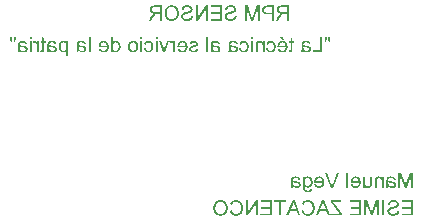
<source format=gbo>
G04*
G04 #@! TF.GenerationSoftware,Altium Limited,Altium Designer,21.6.1 (37)*
G04*
G04 Layer_Color=32896*
%FSLAX25Y25*%
%MOIN*%
G70*
G04*
G04 #@! TF.SameCoordinates,149CC93B-E584-47E2-A3B6-F303EE062418*
G04*
G04*
G04 #@! TF.FilePolarity,Positive*
G04*
G01*
G75*
G36*
X139570Y64792D02*
X138950D01*
Y65500D01*
X139570D01*
Y64792D01*
D02*
G37*
G36*
X107814D02*
X107195D01*
Y65500D01*
X107814D01*
Y64792D01*
D02*
G37*
G36*
X102719D02*
X102099D01*
Y65500D01*
X102719D01*
Y64792D01*
D02*
G37*
G36*
X65860D02*
X65241D01*
Y65500D01*
X65860D01*
Y64792D01*
D02*
G37*
G36*
X149951Y64566D02*
X149440D01*
X148682Y65529D01*
X149499D01*
X149951Y64566D01*
D02*
G37*
G36*
X165354Y64668D02*
X165187Y63713D01*
X164808D01*
X164647Y64668D01*
Y65500D01*
X165354D01*
Y64668D01*
D02*
G37*
G36*
X164210D02*
X164042Y63713D01*
X163670D01*
X163503Y64668D01*
Y65500D01*
X164210D01*
Y64668D01*
D02*
G37*
G36*
X60517D02*
X60349Y63713D01*
X59970D01*
X59810Y64668D01*
Y65500D01*
X60517D01*
Y64668D01*
D02*
G37*
G36*
X59372D02*
X59205Y63713D01*
X58833D01*
X58665Y64668D01*
Y65500D01*
X59372D01*
Y64668D01*
D02*
G37*
G36*
X157415Y64187D02*
X157569Y64173D01*
X157714Y64151D01*
X157831Y64129D01*
X157933Y64107D01*
X158006Y64085D01*
X158035Y64078D01*
X158057Y64071D01*
X158064Y64063D01*
X158072D01*
X158196Y64012D01*
X158305Y63947D01*
X158400Y63888D01*
X158480Y63830D01*
X158538Y63772D01*
X158582Y63728D01*
X158611Y63699D01*
X158618Y63692D01*
X158684Y63597D01*
X158742Y63495D01*
X158786Y63393D01*
X158823Y63298D01*
X158852Y63203D01*
X158873Y63138D01*
X158881Y63108D01*
Y63086D01*
X158888Y63079D01*
Y63072D01*
X158283Y62992D01*
X158239Y63123D01*
X158196Y63240D01*
X158144Y63334D01*
X158101Y63407D01*
X158057Y63466D01*
X158021Y63502D01*
X157991Y63524D01*
X157984Y63531D01*
X157897Y63582D01*
X157795Y63619D01*
X157685Y63648D01*
X157583Y63662D01*
X157481Y63677D01*
X157408Y63684D01*
X157335D01*
X157168Y63677D01*
X157022Y63655D01*
X156905Y63619D01*
X156803Y63582D01*
X156730Y63538D01*
X156672Y63509D01*
X156635Y63480D01*
X156628Y63473D01*
X156570Y63407D01*
X156526Y63327D01*
X156490Y63240D01*
X156468Y63152D01*
X156453Y63072D01*
X156446Y62999D01*
Y62955D01*
Y62948D01*
Y62941D01*
Y62926D01*
Y62897D01*
Y62846D01*
X156453Y62802D01*
Y62788D01*
Y62780D01*
X156526Y62758D01*
X156606Y62737D01*
X156774Y62693D01*
X156964Y62656D01*
X157139Y62620D01*
X157226Y62605D01*
X157306Y62598D01*
X157379Y62584D01*
X157437Y62576D01*
X157488Y62569D01*
X157525D01*
X157554Y62562D01*
X157561D01*
X157693Y62547D01*
X157802Y62525D01*
X157897Y62511D01*
X157970Y62496D01*
X158028Y62489D01*
X158072Y62474D01*
X158101Y62467D01*
X158108D01*
X158203Y62438D01*
X158283Y62409D01*
X158363Y62372D01*
X158429Y62343D01*
X158487Y62314D01*
X158524Y62285D01*
X158553Y62270D01*
X158560Y62263D01*
X158633Y62212D01*
X158691Y62153D01*
X158750Y62095D01*
X158793Y62037D01*
X158830Y61986D01*
X158859Y61942D01*
X158873Y61913D01*
X158881Y61905D01*
X158917Y61825D01*
X158946Y61738D01*
X158968Y61658D01*
X158983Y61577D01*
X158990Y61512D01*
X158997Y61461D01*
Y61432D01*
Y61417D01*
X158990Y61330D01*
X158983Y61257D01*
X158946Y61104D01*
X158895Y60980D01*
X158837Y60870D01*
X158779Y60783D01*
X158728Y60717D01*
X158691Y60681D01*
X158677Y60666D01*
X158545Y60571D01*
X158400Y60498D01*
X158239Y60448D01*
X158094Y60411D01*
X157962Y60389D01*
X157904Y60382D01*
X157853D01*
X157809Y60375D01*
X157751D01*
X157620Y60382D01*
X157488Y60396D01*
X157372Y60411D01*
X157270Y60433D01*
X157190Y60455D01*
X157124Y60477D01*
X157080Y60484D01*
X157066Y60491D01*
X156942Y60542D01*
X156825Y60608D01*
X156716Y60681D01*
X156606Y60746D01*
X156519Y60812D01*
X156453Y60863D01*
X156410Y60900D01*
X156402Y60914D01*
X156395D01*
X156380Y60819D01*
X156366Y60732D01*
X156351Y60652D01*
X156329Y60586D01*
X156307Y60528D01*
X156293Y60491D01*
X156286Y60462D01*
X156278Y60455D01*
X155630D01*
X155666Y60535D01*
X155702Y60615D01*
X155731Y60688D01*
X155746Y60754D01*
X155768Y60812D01*
X155775Y60856D01*
X155783Y60885D01*
Y60892D01*
X155790Y60943D01*
X155797Y61009D01*
Y61082D01*
X155804Y61162D01*
X155812Y61344D01*
Y61526D01*
X155819Y61701D01*
Y61782D01*
Y61847D01*
Y61905D01*
Y61949D01*
Y61978D01*
Y61986D01*
Y62817D01*
Y62955D01*
X155826Y63079D01*
X155834Y63174D01*
Y63254D01*
X155841Y63313D01*
X155848Y63356D01*
X155856Y63378D01*
Y63385D01*
X155877Y63480D01*
X155906Y63560D01*
X155936Y63626D01*
X155972Y63692D01*
X156001Y63735D01*
X156023Y63772D01*
X156038Y63794D01*
X156045Y63801D01*
X156103Y63859D01*
X156169Y63918D01*
X156242Y63961D01*
X156315Y64005D01*
X156380Y64034D01*
X156431Y64056D01*
X156468Y64071D01*
X156482Y64078D01*
X156599Y64114D01*
X156723Y64144D01*
X156847Y64165D01*
X156971Y64180D01*
X157080Y64187D01*
X157160Y64195D01*
X157241D01*
X157415Y64187D01*
D02*
G37*
G36*
X133103D02*
X133256Y64173D01*
X133402Y64151D01*
X133519Y64129D01*
X133621Y64107D01*
X133694Y64085D01*
X133723Y64078D01*
X133745Y64071D01*
X133752Y64063D01*
X133759D01*
X133883Y64012D01*
X133993Y63947D01*
X134088Y63888D01*
X134168Y63830D01*
X134226Y63772D01*
X134270Y63728D01*
X134299Y63699D01*
X134306Y63692D01*
X134372Y63597D01*
X134430Y63495D01*
X134474Y63393D01*
X134510Y63298D01*
X134539Y63203D01*
X134561Y63138D01*
X134569Y63108D01*
Y63086D01*
X134576Y63079D01*
Y63072D01*
X133971Y62992D01*
X133927Y63123D01*
X133883Y63240D01*
X133832Y63334D01*
X133789Y63407D01*
X133745Y63466D01*
X133708Y63502D01*
X133679Y63524D01*
X133672Y63531D01*
X133584Y63582D01*
X133482Y63619D01*
X133373Y63648D01*
X133271Y63662D01*
X133169Y63677D01*
X133096Y63684D01*
X133023D01*
X132855Y63677D01*
X132710Y63655D01*
X132593Y63619D01*
X132491Y63582D01*
X132418Y63538D01*
X132360Y63509D01*
X132323Y63480D01*
X132316Y63473D01*
X132258Y63407D01*
X132214Y63327D01*
X132177Y63240D01*
X132156Y63152D01*
X132141Y63072D01*
X132134Y62999D01*
Y62955D01*
Y62948D01*
Y62941D01*
Y62926D01*
Y62897D01*
Y62846D01*
X132141Y62802D01*
Y62788D01*
Y62780D01*
X132214Y62758D01*
X132294Y62737D01*
X132462Y62693D01*
X132651Y62656D01*
X132826Y62620D01*
X132914Y62605D01*
X132994Y62598D01*
X133067Y62584D01*
X133125Y62576D01*
X133176Y62569D01*
X133213D01*
X133242Y62562D01*
X133249D01*
X133380Y62547D01*
X133490Y62525D01*
X133584Y62511D01*
X133657Y62496D01*
X133716Y62489D01*
X133759Y62474D01*
X133789Y62467D01*
X133796D01*
X133891Y62438D01*
X133971Y62409D01*
X134051Y62372D01*
X134117Y62343D01*
X134175Y62314D01*
X134211Y62285D01*
X134241Y62270D01*
X134248Y62263D01*
X134321Y62212D01*
X134379Y62153D01*
X134437Y62095D01*
X134481Y62037D01*
X134518Y61986D01*
X134547Y61942D01*
X134561Y61913D01*
X134569Y61905D01*
X134605Y61825D01*
X134634Y61738D01*
X134656Y61658D01*
X134671Y61577D01*
X134678Y61512D01*
X134685Y61461D01*
Y61432D01*
Y61417D01*
X134678Y61330D01*
X134671Y61257D01*
X134634Y61104D01*
X134583Y60980D01*
X134525Y60870D01*
X134467Y60783D01*
X134416Y60717D01*
X134379Y60681D01*
X134364Y60666D01*
X134233Y60571D01*
X134088Y60498D01*
X133927Y60448D01*
X133781Y60411D01*
X133650Y60389D01*
X133592Y60382D01*
X133541D01*
X133497Y60375D01*
X133439D01*
X133308Y60382D01*
X133176Y60396D01*
X133060Y60411D01*
X132958Y60433D01*
X132877Y60455D01*
X132812Y60477D01*
X132768Y60484D01*
X132753Y60491D01*
X132630Y60542D01*
X132513Y60608D01*
X132404Y60681D01*
X132294Y60746D01*
X132207Y60812D01*
X132141Y60863D01*
X132097Y60900D01*
X132090Y60914D01*
X132083D01*
X132068Y60819D01*
X132054Y60732D01*
X132039Y60652D01*
X132017Y60586D01*
X131995Y60528D01*
X131981Y60491D01*
X131973Y60462D01*
X131966Y60455D01*
X131317D01*
X131354Y60535D01*
X131390Y60615D01*
X131419Y60688D01*
X131434Y60754D01*
X131456Y60812D01*
X131463Y60856D01*
X131470Y60885D01*
Y60892D01*
X131478Y60943D01*
X131485Y61009D01*
Y61082D01*
X131492Y61162D01*
X131500Y61344D01*
Y61526D01*
X131507Y61701D01*
Y61782D01*
Y61847D01*
Y61905D01*
Y61949D01*
Y61978D01*
Y61986D01*
Y62817D01*
Y62955D01*
X131514Y63079D01*
X131521Y63174D01*
Y63254D01*
X131529Y63313D01*
X131536Y63356D01*
X131543Y63378D01*
Y63385D01*
X131565Y63480D01*
X131594Y63560D01*
X131623Y63626D01*
X131660Y63692D01*
X131689Y63735D01*
X131711Y63772D01*
X131726Y63794D01*
X131733Y63801D01*
X131791Y63859D01*
X131857Y63918D01*
X131930Y63961D01*
X132003Y64005D01*
X132068Y64034D01*
X132119Y64056D01*
X132156Y64071D01*
X132170Y64078D01*
X132287Y64114D01*
X132411Y64144D01*
X132535Y64165D01*
X132659Y64180D01*
X132768Y64187D01*
X132848Y64195D01*
X132928D01*
X133103Y64187D01*
D02*
G37*
G36*
X127220D02*
X127373Y64173D01*
X127519Y64151D01*
X127636Y64129D01*
X127738Y64107D01*
X127811Y64085D01*
X127840Y64078D01*
X127862Y64071D01*
X127869Y64063D01*
X127876D01*
X128000Y64012D01*
X128110Y63947D01*
X128205Y63888D01*
X128285Y63830D01*
X128343Y63772D01*
X128387Y63728D01*
X128416Y63699D01*
X128423Y63692D01*
X128489Y63597D01*
X128547Y63495D01*
X128591Y63393D01*
X128627Y63298D01*
X128656Y63203D01*
X128678Y63138D01*
X128686Y63108D01*
Y63086D01*
X128693Y63079D01*
Y63072D01*
X128088Y62992D01*
X128044Y63123D01*
X128000Y63240D01*
X127949Y63334D01*
X127906Y63407D01*
X127862Y63466D01*
X127825Y63502D01*
X127796Y63524D01*
X127789Y63531D01*
X127701Y63582D01*
X127599Y63619D01*
X127490Y63648D01*
X127388Y63662D01*
X127286Y63677D01*
X127213Y63684D01*
X127140D01*
X126972Y63677D01*
X126827Y63655D01*
X126710Y63619D01*
X126608Y63582D01*
X126535Y63538D01*
X126477Y63509D01*
X126440Y63480D01*
X126433Y63473D01*
X126375Y63407D01*
X126331Y63327D01*
X126295Y63240D01*
X126273Y63152D01*
X126258Y63072D01*
X126251Y62999D01*
Y62955D01*
Y62948D01*
Y62941D01*
Y62926D01*
Y62897D01*
Y62846D01*
X126258Y62802D01*
Y62788D01*
Y62780D01*
X126331Y62758D01*
X126411Y62737D01*
X126579Y62693D01*
X126768Y62656D01*
X126943Y62620D01*
X127031Y62605D01*
X127111Y62598D01*
X127184Y62584D01*
X127242Y62576D01*
X127293Y62569D01*
X127330D01*
X127359Y62562D01*
X127366D01*
X127497Y62547D01*
X127607Y62525D01*
X127701Y62511D01*
X127774Y62496D01*
X127833Y62489D01*
X127876Y62474D01*
X127906Y62467D01*
X127913D01*
X128008Y62438D01*
X128088Y62409D01*
X128168Y62372D01*
X128234Y62343D01*
X128292Y62314D01*
X128328Y62285D01*
X128358Y62270D01*
X128365Y62263D01*
X128438Y62212D01*
X128496Y62153D01*
X128554Y62095D01*
X128598Y62037D01*
X128635Y61986D01*
X128664Y61942D01*
X128678Y61913D01*
X128686Y61905D01*
X128722Y61825D01*
X128751Y61738D01*
X128773Y61658D01*
X128788Y61577D01*
X128795Y61512D01*
X128802Y61461D01*
Y61432D01*
Y61417D01*
X128795Y61330D01*
X128788Y61257D01*
X128751Y61104D01*
X128700Y60980D01*
X128642Y60870D01*
X128584Y60783D01*
X128533Y60717D01*
X128496Y60681D01*
X128481Y60666D01*
X128350Y60571D01*
X128205Y60498D01*
X128044Y60448D01*
X127898Y60411D01*
X127767Y60389D01*
X127709Y60382D01*
X127658D01*
X127614Y60375D01*
X127556D01*
X127425Y60382D01*
X127293Y60396D01*
X127177Y60411D01*
X127075Y60433D01*
X126994Y60455D01*
X126929Y60477D01*
X126885Y60484D01*
X126870Y60491D01*
X126746Y60542D01*
X126630Y60608D01*
X126521Y60681D01*
X126411Y60746D01*
X126324Y60812D01*
X126258Y60863D01*
X126214Y60900D01*
X126207Y60914D01*
X126200D01*
X126185Y60819D01*
X126171Y60732D01*
X126156Y60652D01*
X126134Y60586D01*
X126112Y60528D01*
X126098Y60491D01*
X126090Y60462D01*
X126083Y60455D01*
X125434D01*
X125471Y60535D01*
X125507Y60615D01*
X125536Y60688D01*
X125551Y60754D01*
X125573Y60812D01*
X125580Y60856D01*
X125587Y60885D01*
Y60892D01*
X125595Y60943D01*
X125602Y61009D01*
Y61082D01*
X125609Y61162D01*
X125617Y61344D01*
Y61526D01*
X125624Y61701D01*
Y61782D01*
Y61847D01*
Y61905D01*
Y61949D01*
Y61978D01*
Y61986D01*
Y62817D01*
Y62955D01*
X125631Y63079D01*
X125638Y63174D01*
Y63254D01*
X125646Y63313D01*
X125653Y63356D01*
X125660Y63378D01*
Y63385D01*
X125682Y63480D01*
X125711Y63560D01*
X125741Y63626D01*
X125777Y63692D01*
X125806Y63735D01*
X125828Y63772D01*
X125842Y63794D01*
X125850Y63801D01*
X125908Y63859D01*
X125974Y63918D01*
X126047Y63961D01*
X126120Y64005D01*
X126185Y64034D01*
X126236Y64056D01*
X126273Y64071D01*
X126287Y64078D01*
X126404Y64114D01*
X126528Y64144D01*
X126652Y64165D01*
X126776Y64180D01*
X126885Y64187D01*
X126965Y64195D01*
X127045D01*
X127220Y64187D01*
D02*
G37*
G36*
X82525D02*
X82678Y64173D01*
X82824Y64151D01*
X82941Y64129D01*
X83043Y64107D01*
X83116Y64085D01*
X83145Y64078D01*
X83167Y64071D01*
X83174Y64063D01*
X83181D01*
X83305Y64012D01*
X83415Y63947D01*
X83509Y63888D01*
X83590Y63830D01*
X83648Y63772D01*
X83692Y63728D01*
X83721Y63699D01*
X83728Y63692D01*
X83794Y63597D01*
X83852Y63495D01*
X83896Y63393D01*
X83932Y63298D01*
X83961Y63203D01*
X83983Y63138D01*
X83991Y63108D01*
Y63086D01*
X83998Y63079D01*
Y63072D01*
X83393Y62992D01*
X83349Y63123D01*
X83305Y63240D01*
X83254Y63334D01*
X83211Y63407D01*
X83167Y63466D01*
X83130Y63502D01*
X83101Y63524D01*
X83094Y63531D01*
X83007Y63582D01*
X82904Y63619D01*
X82795Y63648D01*
X82693Y63662D01*
X82591Y63677D01*
X82518Y63684D01*
X82445D01*
X82278Y63677D01*
X82132Y63655D01*
X82015Y63619D01*
X81913Y63582D01*
X81840Y63538D01*
X81782Y63509D01*
X81745Y63480D01*
X81738Y63473D01*
X81680Y63407D01*
X81636Y63327D01*
X81599Y63240D01*
X81578Y63152D01*
X81563Y63072D01*
X81556Y62999D01*
Y62955D01*
Y62948D01*
Y62941D01*
Y62926D01*
Y62897D01*
Y62846D01*
X81563Y62802D01*
Y62788D01*
Y62780D01*
X81636Y62758D01*
X81716Y62737D01*
X81884Y62693D01*
X82073Y62656D01*
X82248Y62620D01*
X82336Y62605D01*
X82416Y62598D01*
X82489Y62584D01*
X82547Y62576D01*
X82598Y62569D01*
X82635D01*
X82664Y62562D01*
X82671D01*
X82802Y62547D01*
X82912Y62525D01*
X83007Y62511D01*
X83079Y62496D01*
X83138Y62489D01*
X83181Y62474D01*
X83211Y62467D01*
X83218D01*
X83313Y62438D01*
X83393Y62409D01*
X83473Y62372D01*
X83539Y62343D01*
X83597Y62314D01*
X83633Y62285D01*
X83663Y62270D01*
X83670Y62263D01*
X83743Y62212D01*
X83801Y62153D01*
X83859Y62095D01*
X83903Y62037D01*
X83940Y61986D01*
X83969Y61942D01*
X83983Y61913D01*
X83991Y61905D01*
X84027Y61825D01*
X84056Y61738D01*
X84078Y61658D01*
X84093Y61577D01*
X84100Y61512D01*
X84107Y61461D01*
Y61432D01*
Y61417D01*
X84100Y61330D01*
X84093Y61257D01*
X84056Y61104D01*
X84005Y60980D01*
X83947Y60870D01*
X83889Y60783D01*
X83837Y60717D01*
X83801Y60681D01*
X83786Y60666D01*
X83655Y60571D01*
X83509Y60498D01*
X83349Y60448D01*
X83203Y60411D01*
X83072Y60389D01*
X83014Y60382D01*
X82963D01*
X82919Y60375D01*
X82861D01*
X82730Y60382D01*
X82598Y60396D01*
X82482Y60411D01*
X82380Y60433D01*
X82299Y60455D01*
X82234Y60477D01*
X82190Y60484D01*
X82175Y60491D01*
X82051Y60542D01*
X81935Y60608D01*
X81826Y60681D01*
X81716Y60746D01*
X81629Y60812D01*
X81563Y60863D01*
X81519Y60900D01*
X81512Y60914D01*
X81505D01*
X81490Y60819D01*
X81476Y60732D01*
X81461Y60652D01*
X81439Y60586D01*
X81417Y60528D01*
X81403Y60491D01*
X81395Y60462D01*
X81388Y60455D01*
X80739D01*
X80776Y60535D01*
X80812Y60615D01*
X80841Y60688D01*
X80856Y60754D01*
X80878Y60812D01*
X80885Y60856D01*
X80892Y60885D01*
Y60892D01*
X80900Y60943D01*
X80907Y61009D01*
Y61082D01*
X80914Y61162D01*
X80922Y61344D01*
Y61526D01*
X80929Y61701D01*
Y61782D01*
Y61847D01*
Y61905D01*
Y61949D01*
Y61978D01*
Y61986D01*
Y62817D01*
Y62955D01*
X80936Y63079D01*
X80943Y63174D01*
Y63254D01*
X80951Y63313D01*
X80958Y63356D01*
X80965Y63378D01*
Y63385D01*
X80987Y63480D01*
X81016Y63560D01*
X81046Y63626D01*
X81082Y63692D01*
X81111Y63735D01*
X81133Y63772D01*
X81147Y63794D01*
X81155Y63801D01*
X81213Y63859D01*
X81279Y63918D01*
X81352Y63961D01*
X81425Y64005D01*
X81490Y64034D01*
X81541Y64056D01*
X81578Y64071D01*
X81592Y64078D01*
X81709Y64114D01*
X81833Y64144D01*
X81957Y64165D01*
X82081Y64180D01*
X82190Y64187D01*
X82270Y64195D01*
X82350D01*
X82525Y64187D01*
D02*
G37*
G36*
X72720D02*
X72873Y64173D01*
X73019Y64151D01*
X73136Y64129D01*
X73238Y64107D01*
X73311Y64085D01*
X73340Y64078D01*
X73362Y64071D01*
X73369Y64063D01*
X73376D01*
X73500Y64012D01*
X73610Y63947D01*
X73704Y63888D01*
X73785Y63830D01*
X73843Y63772D01*
X73887Y63728D01*
X73916Y63699D01*
X73923Y63692D01*
X73989Y63597D01*
X74047Y63495D01*
X74091Y63393D01*
X74127Y63298D01*
X74156Y63203D01*
X74178Y63138D01*
X74186Y63108D01*
Y63086D01*
X74193Y63079D01*
Y63072D01*
X73588Y62992D01*
X73544Y63123D01*
X73500Y63240D01*
X73449Y63334D01*
X73406Y63407D01*
X73362Y63466D01*
X73325Y63502D01*
X73296Y63524D01*
X73289Y63531D01*
X73201Y63582D01*
X73099Y63619D01*
X72990Y63648D01*
X72888Y63662D01*
X72786Y63677D01*
X72713Y63684D01*
X72640D01*
X72472Y63677D01*
X72327Y63655D01*
X72210Y63619D01*
X72108Y63582D01*
X72035Y63538D01*
X71977Y63509D01*
X71940Y63480D01*
X71933Y63473D01*
X71875Y63407D01*
X71831Y63327D01*
X71794Y63240D01*
X71773Y63152D01*
X71758Y63072D01*
X71751Y62999D01*
Y62955D01*
Y62948D01*
Y62941D01*
Y62926D01*
Y62897D01*
Y62846D01*
X71758Y62802D01*
Y62788D01*
Y62780D01*
X71831Y62758D01*
X71911Y62737D01*
X72079Y62693D01*
X72268Y62656D01*
X72443Y62620D01*
X72531Y62605D01*
X72611Y62598D01*
X72684Y62584D01*
X72742Y62576D01*
X72793Y62569D01*
X72830D01*
X72859Y62562D01*
X72866D01*
X72997Y62547D01*
X73107Y62525D01*
X73201Y62511D01*
X73274Y62496D01*
X73333Y62489D01*
X73376Y62474D01*
X73406Y62467D01*
X73413D01*
X73508Y62438D01*
X73588Y62409D01*
X73668Y62372D01*
X73734Y62343D01*
X73792Y62314D01*
X73828Y62285D01*
X73857Y62270D01*
X73865Y62263D01*
X73938Y62212D01*
X73996Y62153D01*
X74054Y62095D01*
X74098Y62037D01*
X74135Y61986D01*
X74164Y61942D01*
X74178Y61913D01*
X74186Y61905D01*
X74222Y61825D01*
X74251Y61738D01*
X74273Y61658D01*
X74288Y61577D01*
X74295Y61512D01*
X74302Y61461D01*
Y61432D01*
Y61417D01*
X74295Y61330D01*
X74288Y61257D01*
X74251Y61104D01*
X74200Y60980D01*
X74142Y60870D01*
X74084Y60783D01*
X74032Y60717D01*
X73996Y60681D01*
X73981Y60666D01*
X73850Y60571D01*
X73704Y60498D01*
X73544Y60448D01*
X73398Y60411D01*
X73267Y60389D01*
X73209Y60382D01*
X73158D01*
X73114Y60375D01*
X73056D01*
X72924Y60382D01*
X72793Y60396D01*
X72677Y60411D01*
X72575Y60433D01*
X72494Y60455D01*
X72429Y60477D01*
X72385Y60484D01*
X72370Y60491D01*
X72246Y60542D01*
X72130Y60608D01*
X72021Y60681D01*
X71911Y60746D01*
X71824Y60812D01*
X71758Y60863D01*
X71714Y60900D01*
X71707Y60914D01*
X71700D01*
X71685Y60819D01*
X71671Y60732D01*
X71656Y60652D01*
X71634Y60586D01*
X71612Y60528D01*
X71598Y60491D01*
X71590Y60462D01*
X71583Y60455D01*
X70934D01*
X70971Y60535D01*
X71007Y60615D01*
X71036Y60688D01*
X71051Y60754D01*
X71073Y60812D01*
X71080Y60856D01*
X71087Y60885D01*
Y60892D01*
X71095Y60943D01*
X71102Y61009D01*
Y61082D01*
X71109Y61162D01*
X71117Y61344D01*
Y61526D01*
X71124Y61701D01*
Y61782D01*
Y61847D01*
Y61905D01*
Y61949D01*
Y61978D01*
Y61986D01*
Y62817D01*
Y62955D01*
X71131Y63079D01*
X71138Y63174D01*
Y63254D01*
X71146Y63313D01*
X71153Y63356D01*
X71160Y63378D01*
Y63385D01*
X71182Y63480D01*
X71211Y63560D01*
X71240Y63626D01*
X71277Y63692D01*
X71306Y63735D01*
X71328Y63772D01*
X71342Y63794D01*
X71350Y63801D01*
X71408Y63859D01*
X71474Y63918D01*
X71547Y63961D01*
X71619Y64005D01*
X71685Y64034D01*
X71736Y64056D01*
X71773Y64071D01*
X71787Y64078D01*
X71904Y64114D01*
X72028Y64144D01*
X72152Y64165D01*
X72276Y64180D01*
X72385Y64187D01*
X72465Y64195D01*
X72545D01*
X72720Y64187D01*
D02*
G37*
G36*
X62923D02*
X63076Y64173D01*
X63221Y64151D01*
X63338Y64129D01*
X63440Y64107D01*
X63513Y64085D01*
X63542Y64078D01*
X63564Y64071D01*
X63571Y64063D01*
X63579D01*
X63703Y64012D01*
X63812Y63947D01*
X63907Y63888D01*
X63987Y63830D01*
X64045Y63772D01*
X64089Y63728D01*
X64118Y63699D01*
X64125Y63692D01*
X64191Y63597D01*
X64249Y63495D01*
X64293Y63393D01*
X64329Y63298D01*
X64359Y63203D01*
X64381Y63138D01*
X64388Y63108D01*
Y63086D01*
X64395Y63079D01*
Y63072D01*
X63790Y62992D01*
X63746Y63123D01*
X63703Y63240D01*
X63652Y63334D01*
X63608Y63407D01*
X63564Y63466D01*
X63528Y63502D01*
X63499Y63524D01*
X63491Y63531D01*
X63404Y63582D01*
X63302Y63619D01*
X63192Y63648D01*
X63090Y63662D01*
X62988Y63677D01*
X62915Y63684D01*
X62842D01*
X62675Y63677D01*
X62529Y63655D01*
X62412Y63619D01*
X62310Y63582D01*
X62237Y63538D01*
X62179Y63509D01*
X62142Y63480D01*
X62135Y63473D01*
X62077Y63407D01*
X62033Y63327D01*
X61997Y63240D01*
X61975Y63152D01*
X61960Y63072D01*
X61953Y62999D01*
Y62955D01*
Y62948D01*
Y62941D01*
Y62926D01*
Y62897D01*
Y62846D01*
X61960Y62802D01*
Y62788D01*
Y62780D01*
X62033Y62758D01*
X62113Y62737D01*
X62281Y62693D01*
X62471Y62656D01*
X62646Y62620D01*
X62733Y62605D01*
X62813Y62598D01*
X62886Y62584D01*
X62944Y62576D01*
X62995Y62569D01*
X63032D01*
X63061Y62562D01*
X63068D01*
X63200Y62547D01*
X63309Y62525D01*
X63404Y62511D01*
X63477Y62496D01*
X63535Y62489D01*
X63579Y62474D01*
X63608Y62467D01*
X63615D01*
X63710Y62438D01*
X63790Y62409D01*
X63870Y62372D01*
X63936Y62343D01*
X63994Y62314D01*
X64031Y62285D01*
X64060Y62270D01*
X64067Y62263D01*
X64140Y62212D01*
X64198Y62153D01*
X64257Y62095D01*
X64300Y62037D01*
X64337Y61986D01*
X64366Y61942D01*
X64381Y61913D01*
X64388Y61905D01*
X64424Y61825D01*
X64453Y61738D01*
X64475Y61658D01*
X64490Y61577D01*
X64497Y61512D01*
X64504Y61461D01*
Y61432D01*
Y61417D01*
X64497Y61330D01*
X64490Y61257D01*
X64453Y61104D01*
X64402Y60980D01*
X64344Y60870D01*
X64286Y60783D01*
X64235Y60717D01*
X64198Y60681D01*
X64184Y60666D01*
X64052Y60571D01*
X63907Y60498D01*
X63746Y60448D01*
X63600Y60411D01*
X63469Y60389D01*
X63411Y60382D01*
X63360D01*
X63316Y60375D01*
X63258D01*
X63127Y60382D01*
X62995Y60396D01*
X62879Y60411D01*
X62777Y60433D01*
X62697Y60455D01*
X62631Y60477D01*
X62587Y60484D01*
X62573Y60491D01*
X62449Y60542D01*
X62332Y60608D01*
X62223Y60681D01*
X62113Y60746D01*
X62026Y60812D01*
X61960Y60863D01*
X61917Y60900D01*
X61909Y60914D01*
X61902D01*
X61887Y60819D01*
X61873Y60732D01*
X61858Y60652D01*
X61836Y60586D01*
X61814Y60528D01*
X61800Y60491D01*
X61793Y60462D01*
X61785Y60455D01*
X61137D01*
X61173Y60535D01*
X61209Y60615D01*
X61238Y60688D01*
X61253Y60754D01*
X61275Y60812D01*
X61282Y60856D01*
X61290Y60885D01*
Y60892D01*
X61297Y60943D01*
X61304Y61009D01*
Y61082D01*
X61312Y61162D01*
X61319Y61344D01*
Y61526D01*
X61326Y61701D01*
Y61782D01*
Y61847D01*
Y61905D01*
Y61949D01*
Y61978D01*
Y61986D01*
Y62817D01*
Y62955D01*
X61333Y63079D01*
X61341Y63174D01*
Y63254D01*
X61348Y63313D01*
X61355Y63356D01*
X61362Y63378D01*
Y63385D01*
X61384Y63480D01*
X61414Y63560D01*
X61443Y63626D01*
X61479Y63692D01*
X61508Y63735D01*
X61530Y63772D01*
X61545Y63794D01*
X61552Y63801D01*
X61610Y63859D01*
X61676Y63918D01*
X61749Y63961D01*
X61822Y64005D01*
X61887Y64034D01*
X61938Y64056D01*
X61975Y64071D01*
X61989Y64078D01*
X62106Y64114D01*
X62230Y64144D01*
X62354Y64165D01*
X62478Y64180D01*
X62587Y64187D01*
X62667Y64195D01*
X62748D01*
X62923Y64187D01*
D02*
G37*
G36*
X110351Y60455D02*
X109761D01*
X108368Y64114D01*
X109010D01*
X109819Y61876D01*
X109870Y61731D01*
X109921Y61599D01*
X109958Y61475D01*
X109994Y61381D01*
X110016Y61293D01*
X110038Y61235D01*
X110045Y61198D01*
X110052Y61184D01*
X110096Y61322D01*
X110133Y61461D01*
X110176Y61585D01*
X110213Y61694D01*
X110242Y61789D01*
X110264Y61862D01*
X110271Y61884D01*
X110278Y61905D01*
X110286Y61913D01*
Y61920D01*
X111073Y64114D01*
X111729D01*
X110351Y60455D01*
D02*
G37*
G36*
X152801Y65018D02*
Y64114D01*
X153260D01*
Y63633D01*
X152801D01*
Y61519D01*
Y61417D01*
Y61330D01*
X152794Y61249D01*
X152786Y61169D01*
Y61104D01*
X152779Y61045D01*
X152764Y60950D01*
X152750Y60878D01*
X152743Y60827D01*
X152728Y60797D01*
Y60790D01*
X152699Y60725D01*
X152655Y60673D01*
X152611Y60623D01*
X152575Y60586D01*
X152531Y60550D01*
X152502Y60528D01*
X152480Y60513D01*
X152473Y60506D01*
X152393Y60469D01*
X152313Y60448D01*
X152225Y60426D01*
X152138Y60418D01*
X152065Y60411D01*
X152006Y60404D01*
X151948D01*
X151788Y60411D01*
X151707Y60418D01*
X151635Y60433D01*
X151569Y60440D01*
X151518Y60448D01*
X151489Y60455D01*
X151474D01*
X151554Y61001D01*
X151613Y60994D01*
X151671Y60987D01*
X151722D01*
X151759Y60980D01*
X151831D01*
X151926Y60987D01*
X151992Y61001D01*
X152028Y61016D01*
X152043Y61023D01*
X152094Y61060D01*
X152123Y61096D01*
X152145Y61125D01*
X152152Y61140D01*
X152159Y61177D01*
X152167Y61228D01*
X152174Y61344D01*
X152181Y61395D01*
Y61439D01*
Y61468D01*
Y61483D01*
Y63633D01*
X151554D01*
Y64114D01*
X152181D01*
Y65390D01*
X152801Y65018D01*
D02*
G37*
G36*
X70067D02*
Y64114D01*
X70526D01*
Y63633D01*
X70067D01*
Y61519D01*
Y61417D01*
Y61330D01*
X70060Y61249D01*
X70052Y61169D01*
Y61104D01*
X70045Y61045D01*
X70030Y60950D01*
X70016Y60878D01*
X70008Y60827D01*
X69994Y60797D01*
Y60790D01*
X69965Y60725D01*
X69921Y60673D01*
X69877Y60623D01*
X69841Y60586D01*
X69797Y60550D01*
X69768Y60528D01*
X69746Y60513D01*
X69739Y60506D01*
X69658Y60469D01*
X69578Y60448D01*
X69491Y60426D01*
X69403Y60418D01*
X69330Y60411D01*
X69272Y60404D01*
X69214D01*
X69053Y60411D01*
X68973Y60418D01*
X68900Y60433D01*
X68835Y60440D01*
X68784Y60448D01*
X68755Y60455D01*
X68740D01*
X68820Y61001D01*
X68879Y60994D01*
X68937Y60987D01*
X68988D01*
X69024Y60980D01*
X69097D01*
X69192Y60987D01*
X69258Y61001D01*
X69294Y61016D01*
X69309Y61023D01*
X69360Y61060D01*
X69389Y61096D01*
X69411Y61125D01*
X69418Y61140D01*
X69425Y61177D01*
X69432Y61228D01*
X69440Y61344D01*
X69447Y61395D01*
Y61439D01*
Y61468D01*
Y61483D01*
Y63633D01*
X68820D01*
Y64114D01*
X69447D01*
Y65390D01*
X70067Y65018D01*
D02*
G37*
G36*
X149586Y64187D02*
X149717Y64173D01*
X149841Y64151D01*
X149958Y64114D01*
X150067Y64078D01*
X150169Y64034D01*
X150264Y63990D01*
X150344Y63939D01*
X150424Y63896D01*
X150490Y63845D01*
X150548Y63801D01*
X150592Y63765D01*
X150628Y63728D01*
X150658Y63706D01*
X150672Y63692D01*
X150680Y63684D01*
X150760Y63582D01*
X150833Y63473D01*
X150898Y63363D01*
X150957Y63247D01*
X151000Y63123D01*
X151037Y63006D01*
X151095Y62773D01*
X151117Y62671D01*
X151131Y62569D01*
X151139Y62481D01*
X151146Y62401D01*
X151153Y62336D01*
Y62292D01*
Y62255D01*
Y62248D01*
X151146Y62088D01*
X151131Y61935D01*
X151110Y61789D01*
X151081Y61658D01*
X151044Y61534D01*
X151008Y61417D01*
X150964Y61315D01*
X150920Y61220D01*
X150876Y61140D01*
X150833Y61067D01*
X150796Y61009D01*
X150760Y60958D01*
X150731Y60914D01*
X150709Y60885D01*
X150694Y60870D01*
X150687Y60863D01*
X150592Y60776D01*
X150497Y60703D01*
X150395Y60637D01*
X150286Y60579D01*
X150184Y60535D01*
X150075Y60491D01*
X149870Y60433D01*
X149776Y60418D01*
X149688Y60404D01*
X149608Y60389D01*
X149542Y60382D01*
X149491Y60375D01*
X149411D01*
X149185Y60389D01*
X148981Y60426D01*
X148799Y60469D01*
X148726Y60498D01*
X148653Y60528D01*
X148587Y60557D01*
X148529Y60586D01*
X148485Y60608D01*
X148442Y60630D01*
X148412Y60652D01*
X148390Y60666D01*
X148376Y60681D01*
X148369D01*
X148223Y60812D01*
X148106Y60950D01*
X148004Y61096D01*
X147931Y61235D01*
X147873Y61359D01*
X147851Y61417D01*
X147829Y61461D01*
X147815Y61505D01*
X147807Y61534D01*
X147800Y61548D01*
Y61556D01*
X148442Y61636D01*
X148500Y61497D01*
X148565Y61381D01*
X148631Y61279D01*
X148689Y61198D01*
X148740Y61140D01*
X148784Y61096D01*
X148821Y61067D01*
X148828Y61060D01*
X148923Y61001D01*
X149017Y60958D01*
X149119Y60929D01*
X149207Y60907D01*
X149287Y60892D01*
X149353Y60885D01*
X149411D01*
X149499Y60892D01*
X149579Y60900D01*
X149725Y60936D01*
X149856Y60987D01*
X149972Y61045D01*
X150060Y61096D01*
X150126Y61147D01*
X150169Y61184D01*
X150177Y61198D01*
X150184D01*
X150286Y61330D01*
X150366Y61475D01*
X150424Y61636D01*
X150468Y61782D01*
X150490Y61913D01*
X150505Y61971D01*
X150512Y62022D01*
Y62066D01*
X150519Y62095D01*
Y62117D01*
Y62124D01*
X147785D01*
X147778Y62197D01*
Y62248D01*
Y62277D01*
Y62285D01*
X147785Y62452D01*
X147800Y62605D01*
X147822Y62751D01*
X147851Y62890D01*
X147888Y63014D01*
X147924Y63130D01*
X147968Y63232D01*
X148011Y63327D01*
X148055Y63415D01*
X148099Y63487D01*
X148135Y63546D01*
X148172Y63597D01*
X148201Y63640D01*
X148223Y63670D01*
X148237Y63684D01*
X148245Y63692D01*
X148332Y63779D01*
X148427Y63859D01*
X148529Y63925D01*
X148631Y63983D01*
X148733Y64034D01*
X148828Y64071D01*
X148930Y64107D01*
X149017Y64129D01*
X149112Y64151D01*
X149192Y64165D01*
X149265Y64180D01*
X149324Y64187D01*
X149375Y64195D01*
X149448D01*
X149586Y64187D01*
D02*
G37*
G36*
X145715D02*
X145876Y64158D01*
X146028Y64122D01*
X146152Y64085D01*
X146262Y64042D01*
X146306Y64020D01*
X146342Y64005D01*
X146371Y63990D01*
X146393Y63976D01*
X146408Y63969D01*
X146415D01*
X146553Y63881D01*
X146677Y63772D01*
X146779Y63662D01*
X146867Y63553D01*
X146932Y63458D01*
X146976Y63378D01*
X146991Y63349D01*
X147005Y63327D01*
X147013Y63313D01*
Y63305D01*
X147078Y63130D01*
X147122Y62955D01*
X147159Y62780D01*
X147180Y62620D01*
X147188Y62547D01*
X147195Y62481D01*
Y62423D01*
X147202Y62372D01*
Y62328D01*
Y62299D01*
Y62277D01*
Y62270D01*
X147195Y62102D01*
X147180Y61949D01*
X147159Y61796D01*
X147129Y61665D01*
X147100Y61534D01*
X147056Y61424D01*
X147020Y61315D01*
X146976Y61220D01*
X146932Y61140D01*
X146896Y61067D01*
X146852Y61001D01*
X146823Y60950D01*
X146794Y60914D01*
X146772Y60885D01*
X146757Y60870D01*
X146750Y60863D01*
X146663Y60776D01*
X146568Y60703D01*
X146473Y60637D01*
X146371Y60579D01*
X146269Y60535D01*
X146174Y60491D01*
X145977Y60433D01*
X145890Y60418D01*
X145810Y60404D01*
X145737Y60389D01*
X145671Y60382D01*
X145620Y60375D01*
X145547D01*
X145438Y60382D01*
X145329Y60389D01*
X145139Y60433D01*
X144964Y60484D01*
X144818Y60550D01*
X144760Y60586D01*
X144702Y60615D01*
X144651Y60644D01*
X144614Y60673D01*
X144585Y60695D01*
X144563Y60710D01*
X144549Y60717D01*
X144541Y60725D01*
X144468Y60797D01*
X144403Y60870D01*
X144286Y61031D01*
X144192Y61198D01*
X144126Y61352D01*
X144075Y61497D01*
X144060Y61556D01*
X144046Y61614D01*
X144038Y61658D01*
X144031Y61687D01*
X144024Y61709D01*
Y61716D01*
X144636Y61796D01*
X144665Y61636D01*
X144709Y61490D01*
X144767Y61373D01*
X144818Y61279D01*
X144869Y61198D01*
X144913Y61147D01*
X144935Y61111D01*
X144950Y61104D01*
X145044Y61031D01*
X145147Y60980D01*
X145248Y60936D01*
X145343Y60914D01*
X145423Y60900D01*
X145496Y60892D01*
X145540Y60885D01*
X145555D01*
X145635Y60892D01*
X145715Y60900D01*
X145861Y60936D01*
X145985Y60987D01*
X146094Y61053D01*
X146174Y61111D01*
X146240Y61162D01*
X146276Y61198D01*
X146291Y61213D01*
X146342Y61279D01*
X146386Y61359D01*
X146451Y61519D01*
X146502Y61701D01*
X146531Y61876D01*
X146553Y62037D01*
X146561Y62102D01*
Y62168D01*
X146568Y62212D01*
Y62255D01*
Y62277D01*
Y62285D01*
Y62416D01*
X146553Y62540D01*
X146539Y62656D01*
X146524Y62758D01*
X146502Y62853D01*
X146473Y62941D01*
X146451Y63021D01*
X146422Y63094D01*
X146393Y63152D01*
X146371Y63203D01*
X146342Y63247D01*
X146320Y63283D01*
X146306Y63313D01*
X146291Y63334D01*
X146276Y63342D01*
Y63349D01*
X146218Y63407D01*
X146160Y63458D01*
X146036Y63546D01*
X145905Y63604D01*
X145788Y63640D01*
X145679Y63670D01*
X145598Y63677D01*
X145562Y63684D01*
X145518D01*
X145409Y63677D01*
X145307Y63655D01*
X145219Y63626D01*
X145139Y63590D01*
X145081Y63553D01*
X145030Y63524D01*
X145001Y63502D01*
X144993Y63495D01*
X144921Y63422D01*
X144855Y63334D01*
X144797Y63240D01*
X144760Y63152D01*
X144724Y63072D01*
X144702Y63006D01*
X144694Y62963D01*
X144687Y62955D01*
Y62948D01*
X144082Y63043D01*
X144133Y63240D01*
X144206Y63407D01*
X144286Y63553D01*
X144366Y63670D01*
X144447Y63765D01*
X144512Y63830D01*
X144556Y63874D01*
X144563Y63888D01*
X144571D01*
X144724Y63990D01*
X144884Y64063D01*
X145044Y64122D01*
X145197Y64158D01*
X145336Y64180D01*
X145394Y64187D01*
X145438D01*
X145482Y64195D01*
X145540D01*
X145715Y64187D01*
D02*
G37*
G36*
X136697D02*
X136858Y64158D01*
X137011Y64122D01*
X137135Y64085D01*
X137244Y64042D01*
X137288Y64020D01*
X137324Y64005D01*
X137353Y63990D01*
X137375Y63976D01*
X137390Y63969D01*
X137397D01*
X137536Y63881D01*
X137660Y63772D01*
X137762Y63662D01*
X137849Y63553D01*
X137915Y63458D01*
X137959Y63378D01*
X137973Y63349D01*
X137988Y63327D01*
X137995Y63313D01*
Y63305D01*
X138061Y63130D01*
X138104Y62955D01*
X138141Y62780D01*
X138163Y62620D01*
X138170Y62547D01*
X138177Y62481D01*
Y62423D01*
X138184Y62372D01*
Y62328D01*
Y62299D01*
Y62277D01*
Y62270D01*
X138177Y62102D01*
X138163Y61949D01*
X138141Y61796D01*
X138112Y61665D01*
X138082Y61534D01*
X138039Y61424D01*
X138002Y61315D01*
X137959Y61220D01*
X137915Y61140D01*
X137878Y61067D01*
X137835Y61001D01*
X137805Y60950D01*
X137776Y60914D01*
X137754Y60885D01*
X137740Y60870D01*
X137733Y60863D01*
X137645Y60776D01*
X137550Y60703D01*
X137455Y60637D01*
X137353Y60579D01*
X137251Y60535D01*
X137157Y60491D01*
X136960Y60433D01*
X136872Y60418D01*
X136792Y60404D01*
X136719Y60389D01*
X136654Y60382D01*
X136603Y60375D01*
X136530D01*
X136420Y60382D01*
X136311Y60389D01*
X136121Y60433D01*
X135947Y60484D01*
X135801Y60550D01*
X135742Y60586D01*
X135684Y60615D01*
X135633Y60644D01*
X135597Y60673D01*
X135567Y60695D01*
X135546Y60710D01*
X135531Y60717D01*
X135524Y60725D01*
X135451Y60797D01*
X135385Y60870D01*
X135268Y61031D01*
X135174Y61198D01*
X135108Y61352D01*
X135057Y61497D01*
X135043Y61556D01*
X135028Y61614D01*
X135021Y61658D01*
X135013Y61687D01*
X135006Y61709D01*
Y61716D01*
X135618Y61796D01*
X135648Y61636D01*
X135691Y61490D01*
X135750Y61373D01*
X135801Y61279D01*
X135852Y61198D01*
X135895Y61147D01*
X135917Y61111D01*
X135932Y61104D01*
X136027Y61031D01*
X136129Y60980D01*
X136231Y60936D01*
X136326Y60914D01*
X136406Y60900D01*
X136479Y60892D01*
X136522Y60885D01*
X136537D01*
X136617Y60892D01*
X136697Y60900D01*
X136843Y60936D01*
X136967Y60987D01*
X137076Y61053D01*
X137157Y61111D01*
X137222Y61162D01*
X137259Y61198D01*
X137273Y61213D01*
X137324Y61279D01*
X137368Y61359D01*
X137434Y61519D01*
X137485Y61701D01*
X137514Y61876D01*
X137536Y62037D01*
X137543Y62102D01*
Y62168D01*
X137550Y62212D01*
Y62255D01*
Y62277D01*
Y62285D01*
Y62416D01*
X137536Y62540D01*
X137521Y62656D01*
X137506Y62758D01*
X137485Y62853D01*
X137455Y62941D01*
X137434Y63021D01*
X137405Y63094D01*
X137375Y63152D01*
X137353Y63203D01*
X137324Y63247D01*
X137302Y63283D01*
X137288Y63313D01*
X137273Y63334D01*
X137259Y63342D01*
Y63349D01*
X137200Y63407D01*
X137142Y63458D01*
X137018Y63546D01*
X136887Y63604D01*
X136770Y63640D01*
X136661Y63670D01*
X136581Y63677D01*
X136544Y63684D01*
X136501D01*
X136391Y63677D01*
X136289Y63655D01*
X136202Y63626D01*
X136121Y63590D01*
X136063Y63553D01*
X136012Y63524D01*
X135983Y63502D01*
X135976Y63495D01*
X135903Y63422D01*
X135837Y63334D01*
X135779Y63240D01*
X135742Y63152D01*
X135706Y63072D01*
X135684Y63006D01*
X135677Y62963D01*
X135670Y62955D01*
Y62948D01*
X135064Y63043D01*
X135115Y63240D01*
X135188Y63407D01*
X135268Y63553D01*
X135349Y63670D01*
X135429Y63765D01*
X135494Y63830D01*
X135538Y63874D01*
X135546Y63888D01*
X135553D01*
X135706Y63990D01*
X135866Y64063D01*
X136027Y64122D01*
X136180Y64158D01*
X136318Y64180D01*
X136377Y64187D01*
X136420D01*
X136464Y64195D01*
X136522D01*
X136697Y64187D01*
D02*
G37*
G36*
X116256D02*
X116387Y64173D01*
X116511Y64151D01*
X116628Y64114D01*
X116737Y64078D01*
X116839Y64034D01*
X116934Y63990D01*
X117014Y63939D01*
X117095Y63896D01*
X117160Y63845D01*
X117218Y63801D01*
X117262Y63765D01*
X117299Y63728D01*
X117328Y63706D01*
X117342Y63692D01*
X117350Y63684D01*
X117430Y63582D01*
X117503Y63473D01*
X117568Y63363D01*
X117627Y63247D01*
X117670Y63123D01*
X117707Y63006D01*
X117765Y62773D01*
X117787Y62671D01*
X117802Y62569D01*
X117809Y62481D01*
X117816Y62401D01*
X117824Y62336D01*
Y62292D01*
Y62255D01*
Y62248D01*
X117816Y62088D01*
X117802Y61935D01*
X117780Y61789D01*
X117751Y61658D01*
X117714Y61534D01*
X117678Y61417D01*
X117634Y61315D01*
X117590Y61220D01*
X117546Y61140D01*
X117503Y61067D01*
X117466Y61009D01*
X117430Y60958D01*
X117401Y60914D01*
X117379Y60885D01*
X117364Y60870D01*
X117357Y60863D01*
X117262Y60776D01*
X117167Y60703D01*
X117065Y60637D01*
X116956Y60579D01*
X116854Y60535D01*
X116745Y60491D01*
X116541Y60433D01*
X116446Y60418D01*
X116358Y60404D01*
X116278Y60389D01*
X116212Y60382D01*
X116161Y60375D01*
X116081D01*
X115855Y60389D01*
X115651Y60426D01*
X115469Y60469D01*
X115396Y60498D01*
X115323Y60528D01*
X115257Y60557D01*
X115199Y60586D01*
X115155Y60608D01*
X115112Y60630D01*
X115083Y60652D01*
X115061Y60666D01*
X115046Y60681D01*
X115039D01*
X114893Y60812D01*
X114776Y60950D01*
X114674Y61096D01*
X114601Y61235D01*
X114543Y61359D01*
X114521Y61417D01*
X114499Y61461D01*
X114485Y61505D01*
X114477Y61534D01*
X114470Y61548D01*
Y61556D01*
X115112Y61636D01*
X115170Y61497D01*
X115236Y61381D01*
X115301Y61279D01*
X115359Y61198D01*
X115410Y61140D01*
X115454Y61096D01*
X115491Y61067D01*
X115498Y61060D01*
X115593Y61001D01*
X115688Y60958D01*
X115790Y60929D01*
X115877Y60907D01*
X115957Y60892D01*
X116023Y60885D01*
X116081D01*
X116169Y60892D01*
X116249Y60900D01*
X116395Y60936D01*
X116526Y60987D01*
X116643Y61045D01*
X116730Y61096D01*
X116796Y61147D01*
X116839Y61184D01*
X116847Y61198D01*
X116854D01*
X116956Y61330D01*
X117036Y61475D01*
X117095Y61636D01*
X117138Y61782D01*
X117160Y61913D01*
X117175Y61971D01*
X117182Y62022D01*
Y62066D01*
X117189Y62095D01*
Y62117D01*
Y62124D01*
X114455D01*
X114448Y62197D01*
Y62248D01*
Y62277D01*
Y62285D01*
X114455Y62452D01*
X114470Y62605D01*
X114492Y62751D01*
X114521Y62890D01*
X114558Y63014D01*
X114594Y63130D01*
X114638Y63232D01*
X114681Y63327D01*
X114725Y63415D01*
X114769Y63487D01*
X114805Y63546D01*
X114842Y63597D01*
X114871Y63640D01*
X114893Y63670D01*
X114908Y63684D01*
X114915Y63692D01*
X115002Y63779D01*
X115097Y63859D01*
X115199Y63925D01*
X115301Y63983D01*
X115403Y64034D01*
X115498Y64071D01*
X115600Y64107D01*
X115688Y64129D01*
X115782Y64151D01*
X115863Y64165D01*
X115935Y64180D01*
X115994Y64187D01*
X116045Y64195D01*
X116118D01*
X116256Y64187D01*
D02*
G37*
G36*
X104942D02*
X105103Y64158D01*
X105256Y64122D01*
X105379Y64085D01*
X105489Y64042D01*
X105533Y64020D01*
X105569Y64005D01*
X105598Y63990D01*
X105620Y63976D01*
X105635Y63969D01*
X105642D01*
X105780Y63881D01*
X105904Y63772D01*
X106006Y63662D01*
X106094Y63553D01*
X106159Y63458D01*
X106203Y63378D01*
X106218Y63349D01*
X106232Y63327D01*
X106240Y63313D01*
Y63305D01*
X106305Y63130D01*
X106349Y62955D01*
X106386Y62780D01*
X106407Y62620D01*
X106415Y62547D01*
X106422Y62481D01*
Y62423D01*
X106429Y62372D01*
Y62328D01*
Y62299D01*
Y62277D01*
Y62270D01*
X106422Y62102D01*
X106407Y61949D01*
X106386Y61796D01*
X106356Y61665D01*
X106327Y61534D01*
X106283Y61424D01*
X106247Y61315D01*
X106203Y61220D01*
X106159Y61140D01*
X106123Y61067D01*
X106079Y61001D01*
X106050Y60950D01*
X106021Y60914D01*
X105999Y60885D01*
X105985Y60870D01*
X105977Y60863D01*
X105890Y60776D01*
X105795Y60703D01*
X105700Y60637D01*
X105598Y60579D01*
X105496Y60535D01*
X105401Y60491D01*
X105204Y60433D01*
X105117Y60418D01*
X105037Y60404D01*
X104964Y60389D01*
X104898Y60382D01*
X104847Y60375D01*
X104774D01*
X104665Y60382D01*
X104556Y60389D01*
X104366Y60433D01*
X104191Y60484D01*
X104045Y60550D01*
X103987Y60586D01*
X103929Y60615D01*
X103878Y60644D01*
X103841Y60673D01*
X103812Y60695D01*
X103790Y60710D01*
X103776Y60717D01*
X103768Y60725D01*
X103695Y60797D01*
X103630Y60870D01*
X103513Y61031D01*
X103419Y61198D01*
X103353Y61352D01*
X103302Y61497D01*
X103287Y61556D01*
X103273Y61614D01*
X103265Y61658D01*
X103258Y61687D01*
X103251Y61709D01*
Y61716D01*
X103863Y61796D01*
X103892Y61636D01*
X103936Y61490D01*
X103994Y61373D01*
X104045Y61279D01*
X104096Y61198D01*
X104140Y61147D01*
X104162Y61111D01*
X104177Y61104D01*
X104271Y61031D01*
X104374Y60980D01*
X104475Y60936D01*
X104570Y60914D01*
X104650Y60900D01*
X104723Y60892D01*
X104767Y60885D01*
X104782D01*
X104862Y60892D01*
X104942Y60900D01*
X105088Y60936D01*
X105212Y60987D01*
X105321Y61053D01*
X105401Y61111D01*
X105467Y61162D01*
X105503Y61198D01*
X105518Y61213D01*
X105569Y61279D01*
X105613Y61359D01*
X105678Y61519D01*
X105729Y61701D01*
X105759Y61876D01*
X105780Y62037D01*
X105788Y62102D01*
Y62168D01*
X105795Y62212D01*
Y62255D01*
Y62277D01*
Y62285D01*
Y62416D01*
X105780Y62540D01*
X105766Y62656D01*
X105751Y62758D01*
X105729Y62853D01*
X105700Y62941D01*
X105678Y63021D01*
X105649Y63094D01*
X105620Y63152D01*
X105598Y63203D01*
X105569Y63247D01*
X105547Y63283D01*
X105533Y63313D01*
X105518Y63334D01*
X105503Y63342D01*
Y63349D01*
X105445Y63407D01*
X105387Y63458D01*
X105263Y63546D01*
X105132Y63604D01*
X105015Y63640D01*
X104906Y63670D01*
X104825Y63677D01*
X104789Y63684D01*
X104745D01*
X104636Y63677D01*
X104534Y63655D01*
X104446Y63626D01*
X104366Y63590D01*
X104308Y63553D01*
X104257Y63524D01*
X104228Y63502D01*
X104220Y63495D01*
X104148Y63422D01*
X104082Y63334D01*
X104024Y63240D01*
X103987Y63152D01*
X103951Y63072D01*
X103929Y63006D01*
X103921Y62963D01*
X103914Y62955D01*
Y62948D01*
X103309Y63043D01*
X103360Y63240D01*
X103433Y63407D01*
X103513Y63553D01*
X103594Y63670D01*
X103674Y63765D01*
X103739Y63830D01*
X103783Y63874D01*
X103790Y63888D01*
X103798D01*
X103951Y63990D01*
X104111Y64063D01*
X104271Y64122D01*
X104425Y64158D01*
X104563Y64180D01*
X104621Y64187D01*
X104665D01*
X104709Y64195D01*
X104767D01*
X104942Y64187D01*
D02*
G37*
G36*
X89990D02*
X90122Y64173D01*
X90245Y64151D01*
X90362Y64114D01*
X90472Y64078D01*
X90574Y64034D01*
X90668Y63990D01*
X90749Y63939D01*
X90829Y63896D01*
X90894Y63845D01*
X90953Y63801D01*
X90996Y63765D01*
X91033Y63728D01*
X91062Y63706D01*
X91076Y63692D01*
X91084Y63684D01*
X91164Y63582D01*
X91237Y63473D01*
X91303Y63363D01*
X91361Y63247D01*
X91405Y63123D01*
X91441Y63006D01*
X91499Y62773D01*
X91521Y62671D01*
X91536Y62569D01*
X91543Y62481D01*
X91550Y62401D01*
X91558Y62336D01*
Y62292D01*
Y62255D01*
Y62248D01*
X91550Y62088D01*
X91536Y61935D01*
X91514Y61789D01*
X91485Y61658D01*
X91448Y61534D01*
X91412Y61417D01*
X91368Y61315D01*
X91324Y61220D01*
X91281Y61140D01*
X91237Y61067D01*
X91201Y61009D01*
X91164Y60958D01*
X91135Y60914D01*
X91113Y60885D01*
X91098Y60870D01*
X91091Y60863D01*
X90996Y60776D01*
X90902Y60703D01*
X90799Y60637D01*
X90690Y60579D01*
X90588Y60535D01*
X90479Y60491D01*
X90275Y60433D01*
X90180Y60418D01*
X90092Y60404D01*
X90012Y60389D01*
X89947Y60382D01*
X89895Y60375D01*
X89815D01*
X89589Y60389D01*
X89385Y60426D01*
X89203Y60469D01*
X89130Y60498D01*
X89057Y60528D01*
X88992Y60557D01*
X88933Y60586D01*
X88889Y60608D01*
X88846Y60630D01*
X88817Y60652D01*
X88795Y60666D01*
X88780Y60681D01*
X88773D01*
X88627Y60812D01*
X88510Y60950D01*
X88408Y61096D01*
X88336Y61235D01*
X88277Y61359D01*
X88255Y61417D01*
X88233Y61461D01*
X88219Y61505D01*
X88212Y61534D01*
X88204Y61548D01*
Y61556D01*
X88846Y61636D01*
X88904Y61497D01*
X88970Y61381D01*
X89035Y61279D01*
X89094Y61198D01*
X89145Y61140D01*
X89188Y61096D01*
X89225Y61067D01*
X89232Y61060D01*
X89327Y61001D01*
X89422Y60958D01*
X89524Y60929D01*
X89611Y60907D01*
X89691Y60892D01*
X89757Y60885D01*
X89815D01*
X89903Y60892D01*
X89983Y60900D01*
X90129Y60936D01*
X90260Y60987D01*
X90377Y61045D01*
X90464Y61096D01*
X90530Y61147D01*
X90574Y61184D01*
X90581Y61198D01*
X90588D01*
X90690Y61330D01*
X90770Y61475D01*
X90829Y61636D01*
X90872Y61782D01*
X90894Y61913D01*
X90909Y61971D01*
X90916Y62022D01*
Y62066D01*
X90923Y62095D01*
Y62117D01*
Y62124D01*
X88190D01*
X88182Y62197D01*
Y62248D01*
Y62277D01*
Y62285D01*
X88190Y62452D01*
X88204Y62605D01*
X88226Y62751D01*
X88255Y62890D01*
X88292Y63014D01*
X88328Y63130D01*
X88372Y63232D01*
X88416Y63327D01*
X88459Y63415D01*
X88503Y63487D01*
X88540Y63546D01*
X88576Y63597D01*
X88605Y63640D01*
X88627Y63670D01*
X88642Y63684D01*
X88649Y63692D01*
X88736Y63779D01*
X88831Y63859D01*
X88933Y63925D01*
X89035Y63983D01*
X89137Y64034D01*
X89232Y64071D01*
X89334Y64107D01*
X89422Y64129D01*
X89517Y64151D01*
X89597Y64165D01*
X89670Y64180D01*
X89728Y64187D01*
X89779Y64195D01*
X89852D01*
X89990Y64187D01*
D02*
G37*
G36*
X162657Y60455D02*
X159501D01*
Y61053D01*
X161986D01*
Y65500D01*
X162657D01*
Y60455D01*
D02*
G37*
G36*
X141917Y64187D02*
X142048Y64165D01*
X142165Y64136D01*
X142281Y64100D01*
X142384Y64056D01*
X142478Y64005D01*
X142566Y63947D01*
X142639Y63896D01*
X142712Y63837D01*
X142770Y63779D01*
X142821Y63728D01*
X142865Y63684D01*
X142894Y63648D01*
X142916Y63619D01*
X142930Y63597D01*
X142938Y63590D01*
Y64114D01*
X143492D01*
Y60455D01*
X142872D01*
Y62445D01*
Y62569D01*
X142857Y62693D01*
X142843Y62795D01*
X142828Y62890D01*
X142806Y62977D01*
X142785Y63057D01*
X142755Y63130D01*
X142726Y63188D01*
X142704Y63240D01*
X142675Y63283D01*
X142653Y63320D01*
X142631Y63349D01*
X142602Y63385D01*
X142588Y63400D01*
X142478Y63487D01*
X142362Y63546D01*
X142245Y63590D01*
X142143Y63626D01*
X142048Y63640D01*
X141975Y63648D01*
X141946Y63655D01*
X141910D01*
X141822Y63648D01*
X141735Y63640D01*
X141662Y63619D01*
X141604Y63597D01*
X141552Y63575D01*
X141509Y63560D01*
X141487Y63546D01*
X141480Y63538D01*
X141414Y63495D01*
X141356Y63444D01*
X141312Y63393D01*
X141276Y63349D01*
X141254Y63305D01*
X141232Y63269D01*
X141217Y63247D01*
Y63240D01*
X141195Y63159D01*
X141173Y63072D01*
X141159Y62977D01*
X141151Y62882D01*
X141144Y62802D01*
Y62737D01*
Y62686D01*
Y62678D01*
Y62671D01*
Y60455D01*
X140525D01*
Y62700D01*
Y62853D01*
X140532Y62977D01*
X140539Y63079D01*
Y63167D01*
X140547Y63225D01*
X140554Y63269D01*
X140561Y63298D01*
Y63305D01*
X140583Y63400D01*
X140619Y63487D01*
X140648Y63560D01*
X140678Y63633D01*
X140714Y63684D01*
X140736Y63721D01*
X140751Y63750D01*
X140758Y63757D01*
X140816Y63830D01*
X140882Y63888D01*
X140947Y63947D01*
X141020Y63990D01*
X141079Y64027D01*
X141130Y64049D01*
X141159Y64063D01*
X141173Y64071D01*
X141276Y64114D01*
X141385Y64144D01*
X141487Y64165D01*
X141582Y64180D01*
X141662Y64187D01*
X141720Y64195D01*
X141779D01*
X141917Y64187D01*
D02*
G37*
G36*
X139570Y60455D02*
X138950D01*
Y64114D01*
X139570D01*
Y60455D01*
D02*
G37*
G36*
X124683D02*
X124064D01*
Y65500D01*
X124683D01*
Y60455D01*
D02*
G37*
G36*
X112429Y64187D02*
X112502Y64173D01*
X112575Y64151D01*
X112633Y64129D01*
X112677Y64107D01*
X112721Y64085D01*
X112742Y64071D01*
X112750Y64063D01*
X112815Y64005D01*
X112881Y63932D01*
X112946Y63845D01*
X113005Y63765D01*
X113063Y63684D01*
X113100Y63619D01*
X113129Y63568D01*
X113136Y63560D01*
Y64114D01*
X113697D01*
Y60455D01*
X113078D01*
Y62365D01*
X113070Y62511D01*
X113063Y62642D01*
X113049Y62766D01*
X113027Y62875D01*
X113005Y62963D01*
X112990Y63028D01*
X112983Y63072D01*
X112976Y63086D01*
X112946Y63167D01*
X112910Y63232D01*
X112874Y63291D01*
X112837Y63342D01*
X112801Y63378D01*
X112779Y63407D01*
X112757Y63422D01*
X112750Y63429D01*
X112691Y63473D01*
X112626Y63502D01*
X112560Y63524D01*
X112509Y63538D01*
X112458Y63546D01*
X112422Y63553D01*
X112385D01*
X112305Y63546D01*
X112225Y63531D01*
X112145Y63509D01*
X112079Y63487D01*
X112021Y63466D01*
X111977Y63444D01*
X111948Y63429D01*
X111941Y63422D01*
X111714Y63990D01*
X111838Y64056D01*
X111955Y64107D01*
X112057Y64144D01*
X112152Y64173D01*
X112232Y64187D01*
X112298Y64195D01*
X112349D01*
X112429Y64187D01*
D02*
G37*
G36*
X107814Y60455D02*
X107195D01*
Y64114D01*
X107814D01*
Y60455D01*
D02*
G37*
G36*
X102719D02*
X102099D01*
Y64114D01*
X102719D01*
Y60455D01*
D02*
G37*
G36*
X85478D02*
X84858D01*
Y65500D01*
X85478D01*
Y60455D01*
D02*
G37*
G36*
X66947Y64187D02*
X67019Y64173D01*
X67092Y64151D01*
X67151Y64129D01*
X67194Y64107D01*
X67238Y64085D01*
X67260Y64071D01*
X67267Y64063D01*
X67333Y64005D01*
X67399Y63932D01*
X67464Y63845D01*
X67523Y63765D01*
X67581Y63684D01*
X67617Y63619D01*
X67646Y63568D01*
X67654Y63560D01*
Y64114D01*
X68215D01*
Y60455D01*
X67595D01*
Y62365D01*
X67588Y62511D01*
X67581Y62642D01*
X67566Y62766D01*
X67544Y62875D01*
X67523Y62963D01*
X67508Y63028D01*
X67501Y63072D01*
X67493Y63086D01*
X67464Y63167D01*
X67428Y63232D01*
X67391Y63291D01*
X67355Y63342D01*
X67318Y63378D01*
X67296Y63407D01*
X67275Y63422D01*
X67267Y63429D01*
X67209Y63473D01*
X67143Y63502D01*
X67078Y63524D01*
X67027Y63538D01*
X66976Y63546D01*
X66939Y63553D01*
X66903D01*
X66823Y63546D01*
X66742Y63531D01*
X66662Y63509D01*
X66597Y63487D01*
X66538Y63466D01*
X66495Y63444D01*
X66466Y63429D01*
X66458Y63422D01*
X66232Y63990D01*
X66356Y64056D01*
X66473Y64107D01*
X66575Y64144D01*
X66670Y64173D01*
X66750Y64187D01*
X66815Y64195D01*
X66866D01*
X66947Y64187D01*
D02*
G37*
G36*
X65860Y60455D02*
X65241D01*
Y64114D01*
X65860D01*
Y60455D01*
D02*
G37*
G36*
X120149Y64180D02*
X120237Y64173D01*
X120317Y64158D01*
X120382Y64144D01*
X120433Y64129D01*
X120463Y64122D01*
X120477Y64114D01*
X120565Y64085D01*
X120645Y64056D01*
X120710Y64027D01*
X120769Y63998D01*
X120812Y63976D01*
X120842Y63954D01*
X120863Y63947D01*
X120871Y63939D01*
X120944Y63888D01*
X121002Y63830D01*
X121053Y63765D01*
X121097Y63713D01*
X121133Y63662D01*
X121155Y63626D01*
X121170Y63597D01*
X121177Y63590D01*
X121213Y63509D01*
X121242Y63436D01*
X121257Y63356D01*
X121272Y63291D01*
X121279Y63225D01*
X121286Y63181D01*
Y63152D01*
Y63138D01*
X121279Y63036D01*
X121264Y62948D01*
X121242Y62861D01*
X121221Y62788D01*
X121199Y62729D01*
X121177Y62678D01*
X121162Y62649D01*
X121155Y62642D01*
X121097Y62562D01*
X121031Y62496D01*
X120966Y62438D01*
X120900Y62387D01*
X120842Y62350D01*
X120798Y62321D01*
X120769Y62306D01*
X120754Y62299D01*
X120703Y62277D01*
X120638Y62248D01*
X120492Y62197D01*
X120339Y62153D01*
X120178Y62102D01*
X120040Y62066D01*
X119974Y62044D01*
X119916Y62029D01*
X119872Y62015D01*
X119836Y62008D01*
X119814Y62000D01*
X119806D01*
X119712Y61978D01*
X119631Y61957D01*
X119559Y61935D01*
X119493Y61913D01*
X119435Y61898D01*
X119384Y61876D01*
X119296Y61847D01*
X119238Y61825D01*
X119201Y61803D01*
X119179Y61796D01*
X119172Y61789D01*
X119107Y61745D01*
X119063Y61687D01*
X119026Y61636D01*
X119004Y61585D01*
X118990Y61534D01*
X118983Y61497D01*
Y61468D01*
Y61461D01*
X118990Y61373D01*
X119012Y61300D01*
X119048Y61228D01*
X119085Y61169D01*
X119128Y61118D01*
X119158Y61082D01*
X119187Y61060D01*
X119194Y61053D01*
X119281Y60994D01*
X119376Y60958D01*
X119486Y60929D01*
X119588Y60907D01*
X119683Y60892D01*
X119755Y60885D01*
X119828D01*
X119981Y60892D01*
X120113Y60914D01*
X120222Y60943D01*
X120317Y60980D01*
X120390Y61016D01*
X120448Y61045D01*
X120477Y61067D01*
X120492Y61075D01*
X120572Y61155D01*
X120638Y61249D01*
X120681Y61344D01*
X120718Y61432D01*
X120747Y61512D01*
X120761Y61585D01*
X120776Y61629D01*
Y61636D01*
Y61643D01*
X121388Y61548D01*
X121337Y61344D01*
X121272Y61162D01*
X121192Y61016D01*
X121111Y60892D01*
X121038Y60790D01*
X120973Y60725D01*
X120929Y60681D01*
X120922Y60673D01*
X120914Y60666D01*
X120842Y60615D01*
X120761Y60571D01*
X120586Y60498D01*
X120404Y60448D01*
X120229Y60411D01*
X120149Y60396D01*
X120076Y60389D01*
X120003Y60382D01*
X119945D01*
X119894Y60375D01*
X119828D01*
X119668Y60382D01*
X119529Y60396D01*
X119398Y60418D01*
X119281Y60448D01*
X119187Y60477D01*
X119114Y60498D01*
X119070Y60513D01*
X119063Y60520D01*
X119055D01*
X118932Y60586D01*
X118830Y60652D01*
X118742Y60725D01*
X118662Y60790D01*
X118604Y60848D01*
X118567Y60900D01*
X118538Y60929D01*
X118531Y60943D01*
X118472Y61045D01*
X118429Y61155D01*
X118392Y61249D01*
X118370Y61337D01*
X118356Y61417D01*
X118348Y61475D01*
Y61512D01*
Y61526D01*
X118356Y61643D01*
X118370Y61745D01*
X118399Y61833D01*
X118421Y61913D01*
X118450Y61978D01*
X118480Y62022D01*
X118494Y62051D01*
X118501Y62059D01*
X118560Y62132D01*
X118625Y62197D01*
X118691Y62255D01*
X118757Y62299D01*
X118822Y62336D01*
X118866Y62357D01*
X118895Y62372D01*
X118910Y62379D01*
X118961Y62401D01*
X119019Y62423D01*
X119158Y62474D01*
X119311Y62525D01*
X119464Y62569D01*
X119602Y62613D01*
X119668Y62627D01*
X119719Y62642D01*
X119763Y62656D01*
X119799Y62664D01*
X119821Y62671D01*
X119828D01*
X119908Y62693D01*
X119981Y62715D01*
X120047Y62729D01*
X120105Y62751D01*
X120200Y62773D01*
X120273Y62795D01*
X120324Y62817D01*
X120353Y62824D01*
X120368Y62831D01*
X120375D01*
X120433Y62861D01*
X120484Y62882D01*
X120528Y62911D01*
X120557Y62933D01*
X120586Y62955D01*
X120601Y62977D01*
X120608Y62984D01*
X120616Y62992D01*
X120659Y63065D01*
X120681Y63138D01*
Y63167D01*
X120688Y63188D01*
Y63203D01*
Y63210D01*
X120681Y63276D01*
X120659Y63342D01*
X120630Y63400D01*
X120594Y63444D01*
X120565Y63487D01*
X120535Y63517D01*
X120513Y63531D01*
X120506Y63538D01*
X120426Y63590D01*
X120331Y63626D01*
X120229Y63648D01*
X120134Y63670D01*
X120040Y63677D01*
X119967Y63684D01*
X119894D01*
X119770Y63677D01*
X119653Y63662D01*
X119559Y63633D01*
X119486Y63604D01*
X119420Y63575D01*
X119376Y63546D01*
X119347Y63531D01*
X119340Y63524D01*
X119267Y63458D01*
X119216Y63385D01*
X119172Y63313D01*
X119136Y63247D01*
X119114Y63181D01*
X119099Y63130D01*
X119092Y63101D01*
Y63086D01*
X118487Y63167D01*
X118516Y63291D01*
X118545Y63400D01*
X118582Y63495D01*
X118618Y63582D01*
X118655Y63640D01*
X118684Y63692D01*
X118698Y63721D01*
X118706Y63728D01*
X118771Y63801D01*
X118844Y63867D01*
X118924Y63925D01*
X119004Y63976D01*
X119077Y64012D01*
X119136Y64042D01*
X119172Y64056D01*
X119179Y64063D01*
X119187D01*
X119311Y64107D01*
X119442Y64136D01*
X119566Y64165D01*
X119683Y64180D01*
X119792Y64187D01*
X119872Y64195D01*
X120047D01*
X120149Y64180D01*
D02*
G37*
G36*
X99795Y64187D02*
X99912Y64180D01*
X100138Y64129D01*
X100335Y64063D01*
X100422Y64027D01*
X100503Y63990D01*
X100575Y63954D01*
X100634Y63918D01*
X100692Y63881D01*
X100736Y63852D01*
X100772Y63823D01*
X100801Y63801D01*
X100816Y63794D01*
X100823Y63786D01*
X100925Y63692D01*
X101005Y63582D01*
X101086Y63466D01*
X101144Y63349D01*
X101202Y63225D01*
X101246Y63094D01*
X101283Y62970D01*
X101312Y62853D01*
X101341Y62737D01*
X101355Y62634D01*
X101370Y62532D01*
X101377Y62452D01*
Y62379D01*
X101385Y62328D01*
Y62299D01*
Y62285D01*
X101377Y62117D01*
X101363Y61957D01*
X101341Y61811D01*
X101312Y61672D01*
X101275Y61548D01*
X101239Y61432D01*
X101195Y61322D01*
X101151Y61228D01*
X101108Y61140D01*
X101064Y61067D01*
X101027Y61009D01*
X100991Y60958D01*
X100962Y60914D01*
X100940Y60885D01*
X100925Y60870D01*
X100918Y60863D01*
X100823Y60776D01*
X100728Y60703D01*
X100626Y60637D01*
X100524Y60579D01*
X100422Y60535D01*
X100313Y60491D01*
X100116Y60433D01*
X100029Y60418D01*
X99941Y60404D01*
X99868Y60389D01*
X99803Y60382D01*
X99744Y60375D01*
X99671D01*
X99497Y60382D01*
X99336Y60411D01*
X99183Y60448D01*
X99059Y60484D01*
X98950Y60528D01*
X98906Y60542D01*
X98870Y60557D01*
X98833Y60571D01*
X98811Y60586D01*
X98804Y60593D01*
X98797D01*
X98651Y60688D01*
X98527Y60790D01*
X98418Y60892D01*
X98330Y60994D01*
X98264Y61082D01*
X98213Y61155D01*
X98199Y61184D01*
X98184Y61206D01*
X98177Y61213D01*
Y61220D01*
X98104Y61388D01*
X98053Y61570D01*
X98009Y61752D01*
X97987Y61935D01*
X97973Y62015D01*
Y62088D01*
X97966Y62161D01*
X97958Y62219D01*
Y62270D01*
Y62306D01*
Y62328D01*
Y62336D01*
X97966Y62496D01*
X97980Y62642D01*
X98002Y62780D01*
X98031Y62911D01*
X98068Y63036D01*
X98111Y63145D01*
X98155Y63254D01*
X98199Y63342D01*
X98243Y63422D01*
X98286Y63495D01*
X98330Y63560D01*
X98366Y63611D01*
X98396Y63648D01*
X98418Y63677D01*
X98432Y63692D01*
X98439Y63699D01*
X98534Y63786D01*
X98629Y63859D01*
X98731Y63932D01*
X98833Y63983D01*
X98935Y64034D01*
X99037Y64071D01*
X99234Y64136D01*
X99329Y64151D01*
X99409Y64165D01*
X99482Y64180D01*
X99547Y64187D01*
X99598Y64195D01*
X99671D01*
X99795Y64187D01*
D02*
G37*
G36*
X92950Y63692D02*
X93016Y63772D01*
X93089Y63837D01*
X93154Y63903D01*
X93227Y63954D01*
X93285Y63990D01*
X93329Y64027D01*
X93358Y64042D01*
X93373Y64049D01*
X93468Y64100D01*
X93570Y64136D01*
X93672Y64158D01*
X93766Y64180D01*
X93847Y64187D01*
X93905Y64195D01*
X93963D01*
X94124Y64187D01*
X94277Y64158D01*
X94415Y64122D01*
X94532Y64078D01*
X94634Y64027D01*
X94707Y63990D01*
X94736Y63976D01*
X94758Y63961D01*
X94765Y63954D01*
X94773D01*
X94904Y63859D01*
X95013Y63743D01*
X95108Y63633D01*
X95181Y63524D01*
X95239Y63422D01*
X95283Y63342D01*
X95297Y63313D01*
X95312Y63291D01*
X95319Y63276D01*
Y63269D01*
X95378Y63101D01*
X95421Y62926D01*
X95458Y62758D01*
X95480Y62605D01*
X95494Y62474D01*
Y62416D01*
X95502Y62372D01*
Y62328D01*
Y62299D01*
Y62285D01*
Y62277D01*
X95494Y62073D01*
X95472Y61884D01*
X95436Y61716D01*
X95399Y61570D01*
X95385Y61505D01*
X95370Y61453D01*
X95349Y61402D01*
X95334Y61359D01*
X95319Y61330D01*
X95312Y61308D01*
X95305Y61293D01*
Y61286D01*
X95224Y61133D01*
X95130Y61001D01*
X95035Y60885D01*
X94940Y60790D01*
X94860Y60717D01*
X94794Y60659D01*
X94751Y60630D01*
X94743Y60615D01*
X94736D01*
X94598Y60535D01*
X94459Y60477D01*
X94321Y60433D01*
X94197Y60404D01*
X94095Y60389D01*
X94007Y60382D01*
X93978Y60375D01*
X93934D01*
X93810Y60382D01*
X93694Y60396D01*
X93584Y60426D01*
X93489Y60462D01*
X93395Y60498D01*
X93307Y60542D01*
X93234Y60593D01*
X93169Y60644D01*
X93103Y60695D01*
X93052Y60746D01*
X93008Y60790D01*
X92972Y60827D01*
X92943Y60863D01*
X92921Y60892D01*
X92914Y60907D01*
X92906Y60914D01*
Y60455D01*
X92330D01*
Y65500D01*
X92950D01*
Y63692D01*
D02*
G37*
G36*
X76526Y64187D02*
X76642Y64173D01*
X76744Y64151D01*
X76832Y64122D01*
X76905Y64092D01*
X76963Y64071D01*
X76992Y64056D01*
X77007Y64049D01*
X77094Y63990D01*
X77182Y63925D01*
X77255Y63859D01*
X77320Y63786D01*
X77379Y63728D01*
X77415Y63677D01*
X77444Y63648D01*
X77451Y63633D01*
Y64114D01*
X78013D01*
Y59055D01*
X77393D01*
Y60834D01*
X77335Y60761D01*
X77269Y60695D01*
X77196Y60637D01*
X77138Y60593D01*
X77080Y60550D01*
X77036Y60520D01*
X76999Y60506D01*
X76992Y60498D01*
X76898Y60455D01*
X76803Y60426D01*
X76708Y60404D01*
X76621Y60389D01*
X76548Y60382D01*
X76489Y60375D01*
X76438D01*
X76285Y60382D01*
X76132Y60411D01*
X76001Y60448D01*
X75877Y60491D01*
X75775Y60535D01*
X75702Y60571D01*
X75673Y60586D01*
X75651Y60601D01*
X75644Y60608D01*
X75636D01*
X75498Y60710D01*
X75381Y60819D01*
X75279Y60929D01*
X75199Y61038D01*
X75133Y61140D01*
X75082Y61220D01*
X75068Y61249D01*
X75053Y61271D01*
X75046Y61286D01*
Y61293D01*
X74980Y61468D01*
X74929Y61643D01*
X74893Y61811D01*
X74864Y61971D01*
X74849Y62102D01*
Y62161D01*
X74842Y62212D01*
Y62255D01*
Y62285D01*
Y62299D01*
Y62306D01*
X74849Y62496D01*
X74871Y62678D01*
X74900Y62839D01*
X74936Y62984D01*
X74973Y63101D01*
X74988Y63152D01*
X75002Y63196D01*
X75017Y63225D01*
X75024Y63247D01*
X75031Y63261D01*
Y63269D01*
X75104Y63422D01*
X75192Y63560D01*
X75279Y63677D01*
X75367Y63772D01*
X75447Y63845D01*
X75512Y63903D01*
X75556Y63932D01*
X75563Y63947D01*
X75571D01*
X75709Y64027D01*
X75848Y64092D01*
X75986Y64136D01*
X76117Y64165D01*
X76227Y64180D01*
X76278Y64187D01*
X76314Y64195D01*
X76394D01*
X76526Y64187D01*
D02*
G37*
G36*
X141213Y5993D02*
X140571D01*
Y9951D01*
X137932Y5993D01*
X137240D01*
Y11038D01*
X137881D01*
Y7072D01*
X140527Y11038D01*
X141213D01*
Y5993D01*
D02*
G37*
G36*
X181577D02*
X180936D01*
Y10287D01*
X179478Y5993D01*
X178880D01*
X177408Y10214D01*
Y5993D01*
X176766D01*
Y11038D01*
X177663D01*
X178873Y7524D01*
X178938Y7334D01*
X178990Y7174D01*
X179041Y7035D01*
X179077Y6919D01*
X179106Y6831D01*
X179128Y6766D01*
X179135Y6729D01*
X179143Y6715D01*
X179172Y6817D01*
X179208Y6933D01*
X179252Y7057D01*
X179288Y7181D01*
X179325Y7291D01*
X179354Y7378D01*
X179369Y7414D01*
X179376Y7436D01*
X179383Y7451D01*
Y7458D01*
X180579Y11038D01*
X181577D01*
Y5993D01*
D02*
G37*
G36*
X158067Y11111D02*
X158300Y11074D01*
X158505Y11030D01*
X158599Y11001D01*
X158687Y10972D01*
X158767Y10943D01*
X158840Y10914D01*
X158898Y10892D01*
X158957Y10870D01*
X158993Y10848D01*
X159022Y10834D01*
X159044Y10826D01*
X159051Y10819D01*
X159248Y10695D01*
X159416Y10549D01*
X159562Y10403D01*
X159686Y10258D01*
X159780Y10126D01*
X159817Y10068D01*
X159846Y10017D01*
X159875Y9981D01*
X159890Y9951D01*
X159897Y9930D01*
X159904Y9922D01*
X160006Y9696D01*
X160079Y9463D01*
X160130Y9230D01*
X160167Y9018D01*
X160181Y8924D01*
X160189Y8829D01*
X160196Y8756D01*
Y8683D01*
X160203Y8632D01*
Y8588D01*
Y8559D01*
Y8552D01*
X160189Y8289D01*
X160159Y8034D01*
X160123Y7808D01*
X160094Y7699D01*
X160072Y7604D01*
X160050Y7517D01*
X160021Y7436D01*
X159999Y7363D01*
X159985Y7305D01*
X159963Y7261D01*
X159955Y7225D01*
X159941Y7203D01*
Y7196D01*
X159831Y6977D01*
X159707Y6780D01*
X159576Y6613D01*
X159511Y6547D01*
X159452Y6481D01*
X159394Y6423D01*
X159336Y6372D01*
X159285Y6328D01*
X159241Y6299D01*
X159212Y6270D01*
X159183Y6248D01*
X159168Y6241D01*
X159161Y6234D01*
X159059Y6175D01*
X158957Y6124D01*
X158738Y6044D01*
X158519Y5986D01*
X158308Y5949D01*
X158206Y5935D01*
X158118Y5920D01*
X158038Y5913D01*
X157972D01*
X157914Y5906D01*
X157834D01*
X157688Y5913D01*
X157550Y5927D01*
X157418Y5942D01*
X157294Y5971D01*
X157178Y6008D01*
X157069Y6044D01*
X156966Y6081D01*
X156872Y6124D01*
X156791Y6161D01*
X156711Y6197D01*
X156653Y6234D01*
X156595Y6270D01*
X156558Y6299D01*
X156522Y6314D01*
X156507Y6328D01*
X156500Y6336D01*
X156398Y6423D01*
X156310Y6511D01*
X156230Y6613D01*
X156150Y6715D01*
X156019Y6919D01*
X155917Y7123D01*
X155873Y7218D01*
X155836Y7305D01*
X155807Y7385D01*
X155785Y7451D01*
X155764Y7509D01*
X155749Y7553D01*
X155742Y7582D01*
Y7589D01*
X156412Y7757D01*
X156441Y7641D01*
X156478Y7531D01*
X156514Y7429D01*
X156551Y7334D01*
X156595Y7247D01*
X156638Y7174D01*
X156689Y7101D01*
X156733Y7035D01*
X156770Y6977D01*
X156813Y6933D01*
X156850Y6890D01*
X156879Y6853D01*
X156908Y6831D01*
X156930Y6809D01*
X156937Y6802D01*
X156945Y6795D01*
X157017Y6737D01*
X157098Y6693D01*
X157258Y6613D01*
X157411Y6554D01*
X157564Y6518D01*
X157695Y6489D01*
X157746Y6481D01*
X157798D01*
X157841Y6474D01*
X157892D01*
X158060Y6481D01*
X158220Y6511D01*
X158366Y6547D01*
X158497Y6591D01*
X158599Y6634D01*
X158643Y6656D01*
X158679Y6671D01*
X158709Y6685D01*
X158731Y6700D01*
X158745Y6707D01*
X158752D01*
X158891Y6809D01*
X159008Y6919D01*
X159110Y7043D01*
X159190Y7159D01*
X159256Y7261D01*
X159299Y7349D01*
X159314Y7385D01*
X159328Y7407D01*
X159336Y7422D01*
Y7429D01*
X159394Y7619D01*
X159438Y7808D01*
X159474Y7998D01*
X159496Y8173D01*
X159503Y8253D01*
X159511Y8326D01*
Y8391D01*
X159518Y8442D01*
Y8486D01*
Y8523D01*
Y8545D01*
Y8552D01*
X159511Y8741D01*
X159496Y8916D01*
X159467Y9077D01*
X159438Y9223D01*
X159416Y9346D01*
X159401Y9397D01*
X159387Y9441D01*
X159379Y9478D01*
X159372Y9499D01*
X159365Y9514D01*
Y9521D01*
X159292Y9689D01*
X159212Y9842D01*
X159124Y9966D01*
X159029Y10075D01*
X158949Y10163D01*
X158884Y10221D01*
X158833Y10258D01*
X158825Y10272D01*
X158818D01*
X158665Y10367D01*
X158497Y10440D01*
X158337Y10491D01*
X158184Y10520D01*
X158045Y10542D01*
X157987Y10549D01*
X157936D01*
X157899Y10556D01*
X157841D01*
X157659Y10549D01*
X157491Y10520D01*
X157353Y10476D01*
X157229Y10433D01*
X157134Y10382D01*
X157061Y10345D01*
X157017Y10316D01*
X157003Y10301D01*
X156886Y10192D01*
X156777Y10068D01*
X156689Y9937D01*
X156616Y9806D01*
X156558Y9689D01*
X156536Y9631D01*
X156522Y9587D01*
X156507Y9550D01*
X156493Y9521D01*
X156485Y9507D01*
Y9499D01*
X155829Y9653D01*
X155873Y9784D01*
X155917Y9900D01*
X155975Y10010D01*
X156026Y10119D01*
X156084Y10214D01*
X156150Y10301D01*
X156208Y10389D01*
X156267Y10462D01*
X156325Y10520D01*
X156376Y10578D01*
X156427Y10629D01*
X156463Y10666D01*
X156500Y10702D01*
X156529Y10724D01*
X156544Y10731D01*
X156551Y10739D01*
X156653Y10804D01*
X156755Y10870D01*
X156857Y10921D01*
X156966Y10965D01*
X157185Y11030D01*
X157382Y11074D01*
X157477Y11096D01*
X157557Y11103D01*
X157637Y11111D01*
X157703Y11118D01*
X157754Y11125D01*
X157827D01*
X158067Y11111D01*
D02*
G37*
G36*
X134178D02*
X134411Y11074D01*
X134615Y11030D01*
X134710Y11001D01*
X134798Y10972D01*
X134878Y10943D01*
X134951Y10914D01*
X135009Y10892D01*
X135067Y10870D01*
X135104Y10848D01*
X135133Y10834D01*
X135155Y10826D01*
X135162Y10819D01*
X135359Y10695D01*
X135527Y10549D01*
X135672Y10403D01*
X135796Y10258D01*
X135891Y10126D01*
X135927Y10068D01*
X135957Y10017D01*
X135986Y9981D01*
X136000Y9951D01*
X136008Y9930D01*
X136015Y9922D01*
X136117Y9696D01*
X136190Y9463D01*
X136241Y9230D01*
X136277Y9018D01*
X136292Y8924D01*
X136299Y8829D01*
X136307Y8756D01*
Y8683D01*
X136314Y8632D01*
Y8588D01*
Y8559D01*
Y8552D01*
X136299Y8289D01*
X136270Y8034D01*
X136234Y7808D01*
X136205Y7699D01*
X136183Y7604D01*
X136161Y7517D01*
X136132Y7436D01*
X136110Y7363D01*
X136095Y7305D01*
X136073Y7261D01*
X136066Y7225D01*
X136051Y7203D01*
Y7196D01*
X135942Y6977D01*
X135818Y6780D01*
X135687Y6613D01*
X135621Y6547D01*
X135563Y6481D01*
X135505Y6423D01*
X135446Y6372D01*
X135395Y6328D01*
X135352Y6299D01*
X135322Y6270D01*
X135293Y6248D01*
X135279Y6241D01*
X135271Y6234D01*
X135169Y6175D01*
X135067Y6124D01*
X134848Y6044D01*
X134630Y5986D01*
X134418Y5949D01*
X134316Y5935D01*
X134229Y5920D01*
X134149Y5913D01*
X134083D01*
X134025Y5906D01*
X133945D01*
X133799Y5913D01*
X133660Y5927D01*
X133529Y5942D01*
X133405Y5971D01*
X133289Y6008D01*
X133179Y6044D01*
X133077Y6081D01*
X132982Y6124D01*
X132902Y6161D01*
X132822Y6197D01*
X132764Y6234D01*
X132705Y6270D01*
X132669Y6299D01*
X132632Y6314D01*
X132618Y6328D01*
X132610Y6336D01*
X132508Y6423D01*
X132421Y6511D01*
X132341Y6613D01*
X132261Y6715D01*
X132129Y6919D01*
X132027Y7123D01*
X131984Y7218D01*
X131947Y7305D01*
X131918Y7385D01*
X131896Y7451D01*
X131874Y7509D01*
X131860Y7553D01*
X131852Y7582D01*
Y7589D01*
X132523Y7757D01*
X132552Y7641D01*
X132589Y7531D01*
X132625Y7429D01*
X132661Y7334D01*
X132705Y7247D01*
X132749Y7174D01*
X132800Y7101D01*
X132844Y7035D01*
X132880Y6977D01*
X132924Y6933D01*
X132960Y6890D01*
X132990Y6853D01*
X133019Y6831D01*
X133041Y6809D01*
X133048Y6802D01*
X133055Y6795D01*
X133128Y6737D01*
X133208Y6693D01*
X133369Y6613D01*
X133522Y6554D01*
X133675Y6518D01*
X133806Y6489D01*
X133857Y6481D01*
X133908D01*
X133952Y6474D01*
X134003D01*
X134171Y6481D01*
X134331Y6511D01*
X134477Y6547D01*
X134608Y6591D01*
X134710Y6634D01*
X134754Y6656D01*
X134790Y6671D01*
X134819Y6685D01*
X134841Y6700D01*
X134856Y6707D01*
X134863D01*
X135002Y6809D01*
X135118Y6919D01*
X135220Y7043D01*
X135301Y7159D01*
X135366Y7261D01*
X135410Y7349D01*
X135424Y7385D01*
X135439Y7407D01*
X135446Y7422D01*
Y7429D01*
X135505Y7619D01*
X135548Y7808D01*
X135585Y7998D01*
X135607Y8173D01*
X135614Y8253D01*
X135621Y8326D01*
Y8391D01*
X135629Y8442D01*
Y8486D01*
Y8523D01*
Y8545D01*
Y8552D01*
X135621Y8741D01*
X135607Y8916D01*
X135577Y9077D01*
X135548Y9223D01*
X135527Y9346D01*
X135512Y9397D01*
X135497Y9441D01*
X135490Y9478D01*
X135483Y9499D01*
X135476Y9514D01*
Y9521D01*
X135403Y9689D01*
X135322Y9842D01*
X135235Y9966D01*
X135140Y10075D01*
X135060Y10163D01*
X134994Y10221D01*
X134943Y10258D01*
X134936Y10272D01*
X134929D01*
X134776Y10367D01*
X134608Y10440D01*
X134448Y10491D01*
X134294Y10520D01*
X134156Y10542D01*
X134098Y10549D01*
X134047D01*
X134010Y10556D01*
X133952D01*
X133770Y10549D01*
X133602Y10520D01*
X133463Y10476D01*
X133340Y10433D01*
X133245Y10382D01*
X133172Y10345D01*
X133128Y10316D01*
X133114Y10301D01*
X132997Y10192D01*
X132887Y10068D01*
X132800Y9937D01*
X132727Y9806D01*
X132669Y9689D01*
X132647Y9631D01*
X132632Y9587D01*
X132618Y9550D01*
X132603Y9521D01*
X132596Y9507D01*
Y9499D01*
X131940Y9653D01*
X131984Y9784D01*
X132027Y9900D01*
X132086Y10010D01*
X132137Y10119D01*
X132195Y10214D01*
X132261Y10301D01*
X132319Y10389D01*
X132377Y10462D01*
X132436Y10520D01*
X132487Y10578D01*
X132538Y10629D01*
X132574Y10666D01*
X132610Y10702D01*
X132640Y10724D01*
X132654Y10731D01*
X132661Y10739D01*
X132764Y10804D01*
X132866Y10870D01*
X132968Y10921D01*
X133077Y10965D01*
X133296Y11030D01*
X133493Y11074D01*
X133587Y11096D01*
X133668Y11103D01*
X133748Y11111D01*
X133813Y11118D01*
X133864Y11125D01*
X133937D01*
X134178Y11111D01*
D02*
G37*
G36*
X192913Y5993D02*
X189145D01*
Y6591D01*
X192243D01*
Y8304D01*
X189451D01*
Y8902D01*
X192243D01*
Y10440D01*
X189261D01*
Y11038D01*
X192913D01*
Y5993D01*
D02*
G37*
G36*
X183407D02*
X182737D01*
Y11038D01*
X183407D01*
Y5993D01*
D02*
G37*
G36*
X175672D02*
X171904D01*
Y6591D01*
X175002D01*
Y8304D01*
X172210D01*
Y8902D01*
X175002D01*
Y10440D01*
X172020D01*
Y11038D01*
X175672D01*
Y5993D01*
D02*
G37*
G36*
X169133Y10440D02*
X166312D01*
X166407Y10338D01*
X166502Y10236D01*
X166589Y10134D01*
X166669Y10039D01*
X166735Y9959D01*
X166786Y9893D01*
X166823Y9849D01*
X166837Y9842D01*
Y9835D01*
X169425Y6613D01*
Y5993D01*
X165430D01*
Y6591D01*
X168660D01*
X168361Y6948D01*
X165510Y10440D01*
Y11038D01*
X169133D01*
Y10440D01*
D02*
G37*
G36*
X165262Y5993D02*
X164555D01*
X164008Y7524D01*
X161894D01*
X161304Y5993D01*
X160546D01*
X162609Y11038D01*
X163338D01*
X165262Y5993D01*
D02*
G37*
G36*
X155472D02*
X154765D01*
X154218Y7524D01*
X152104D01*
X151514Y5993D01*
X150755D01*
X152818Y11038D01*
X153547D01*
X155472Y5993D01*
D02*
G37*
G36*
X150595Y10440D02*
X148933D01*
Y5993D01*
X148262D01*
Y10440D01*
X146600D01*
Y11038D01*
X150595D01*
Y10440D01*
D02*
G37*
G36*
X145900Y5993D02*
X142131D01*
Y6591D01*
X145229D01*
Y8304D01*
X142437D01*
Y8902D01*
X145229D01*
Y10440D01*
X142248D01*
Y11038D01*
X145900D01*
Y5993D01*
D02*
G37*
G36*
X186673Y11118D02*
X186841Y11096D01*
X187001Y11067D01*
X187140Y11038D01*
X187249Y11009D01*
X187300Y10994D01*
X187337Y10979D01*
X187366Y10965D01*
X187388Y10958D01*
X187402Y10950D01*
X187409D01*
X187555Y10877D01*
X187687Y10797D01*
X187796Y10710D01*
X187883Y10629D01*
X187949Y10556D01*
X188000Y10498D01*
X188036Y10454D01*
X188044Y10447D01*
Y10440D01*
X188117Y10316D01*
X188168Y10192D01*
X188204Y10068D01*
X188226Y9959D01*
X188241Y9864D01*
X188255Y9791D01*
Y9762D01*
Y9740D01*
Y9733D01*
Y9725D01*
X188248Y9601D01*
X188226Y9485D01*
X188197Y9375D01*
X188168Y9281D01*
X188138Y9208D01*
X188109Y9150D01*
X188087Y9113D01*
X188080Y9099D01*
X188007Y8997D01*
X187920Y8902D01*
X187832Y8822D01*
X187745Y8756D01*
X187672Y8698D01*
X187606Y8661D01*
X187563Y8632D01*
X187555Y8625D01*
X187548D01*
X187490Y8596D01*
X187424Y8566D01*
X187278Y8515D01*
X187110Y8464D01*
X186950Y8413D01*
X186804Y8370D01*
X186739Y8355D01*
X186680Y8340D01*
X186637Y8326D01*
X186600Y8319D01*
X186578Y8311D01*
X186571D01*
X186447Y8282D01*
X186330Y8253D01*
X186229Y8224D01*
X186141Y8202D01*
X186054Y8180D01*
X185981Y8158D01*
X185915Y8144D01*
X185864Y8122D01*
X185813Y8107D01*
X185776Y8100D01*
X185718Y8078D01*
X185682Y8071D01*
X185674Y8063D01*
X185565Y8020D01*
X185470Y7969D01*
X185390Y7918D01*
X185332Y7874D01*
X185281Y7830D01*
X185252Y7801D01*
X185230Y7779D01*
X185222Y7772D01*
X185171Y7706D01*
X185135Y7633D01*
X185113Y7560D01*
X185091Y7502D01*
X185084Y7444D01*
X185077Y7400D01*
Y7363D01*
Y7356D01*
X185084Y7269D01*
X185099Y7188D01*
X185120Y7116D01*
X185150Y7057D01*
X185179Y6999D01*
X185201Y6963D01*
X185215Y6933D01*
X185222Y6926D01*
X185281Y6853D01*
X185354Y6795D01*
X185427Y6744D01*
X185492Y6693D01*
X185558Y6664D01*
X185609Y6634D01*
X185645Y6620D01*
X185660Y6613D01*
X185769Y6576D01*
X185886Y6547D01*
X186003Y6532D01*
X186105Y6518D01*
X186192Y6511D01*
X186265Y6503D01*
X186330D01*
X186491Y6511D01*
X186637Y6525D01*
X186768Y6547D01*
X186885Y6576D01*
X186979Y6605D01*
X187052Y6627D01*
X187074Y6634D01*
X187096Y6642D01*
X187103Y6649D01*
X187110D01*
X187227Y6707D01*
X187337Y6773D01*
X187417Y6839D01*
X187490Y6904D01*
X187548Y6955D01*
X187584Y7006D01*
X187606Y7035D01*
X187614Y7043D01*
X187665Y7137D01*
X187716Y7240D01*
X187745Y7349D01*
X187774Y7444D01*
X187796Y7538D01*
X187810Y7604D01*
Y7633D01*
X187818Y7655D01*
Y7662D01*
Y7670D01*
X188445Y7611D01*
X188430Y7429D01*
X188401Y7254D01*
X188357Y7101D01*
X188306Y6963D01*
X188255Y6853D01*
X188233Y6809D01*
X188219Y6773D01*
X188197Y6744D01*
X188189Y6722D01*
X188175Y6707D01*
Y6700D01*
X188066Y6562D01*
X187949Y6438D01*
X187825Y6336D01*
X187708Y6248D01*
X187606Y6182D01*
X187519Y6139D01*
X187490Y6124D01*
X187468Y6110D01*
X187453Y6102D01*
X187446D01*
X187264Y6037D01*
X187074Y5986D01*
X186885Y5957D01*
X186702Y5927D01*
X186615Y5920D01*
X186542Y5913D01*
X186476D01*
X186418Y5906D01*
X186301D01*
X186105Y5913D01*
X185922Y5935D01*
X185755Y5971D01*
X185616Y6008D01*
X185500Y6037D01*
X185448Y6059D01*
X185405Y6073D01*
X185375Y6088D01*
X185354Y6095D01*
X185339Y6102D01*
X185332D01*
X185179Y6182D01*
X185047Y6270D01*
X184931Y6365D01*
X184836Y6452D01*
X184763Y6525D01*
X184712Y6591D01*
X184676Y6634D01*
X184668Y6642D01*
Y6649D01*
X184588Y6788D01*
X184530Y6919D01*
X184493Y7043D01*
X184464Y7159D01*
X184450Y7261D01*
X184435Y7342D01*
Y7371D01*
Y7393D01*
Y7400D01*
Y7407D01*
X184442Y7553D01*
X184464Y7692D01*
X184501Y7816D01*
X184537Y7918D01*
X184581Y8005D01*
X184610Y8071D01*
X184639Y8107D01*
X184646Y8122D01*
X184734Y8231D01*
X184836Y8333D01*
X184945Y8421D01*
X185055Y8501D01*
X185150Y8559D01*
X185230Y8603D01*
X185259Y8617D01*
X185281Y8632D01*
X185295Y8639D01*
X185303D01*
X185361Y8668D01*
X185434Y8690D01*
X185514Y8720D01*
X185601Y8749D01*
X185784Y8800D01*
X185973Y8851D01*
X186061Y8873D01*
X186141Y8894D01*
X186221Y8916D01*
X186287Y8931D01*
X186338Y8945D01*
X186381Y8953D01*
X186411Y8960D01*
X186418D01*
X186564Y8997D01*
X186695Y9026D01*
X186812Y9062D01*
X186914Y9091D01*
X187009Y9128D01*
X187089Y9157D01*
X187162Y9186D01*
X187227Y9208D01*
X187278Y9237D01*
X187322Y9259D01*
X187351Y9273D01*
X187380Y9295D01*
X187417Y9317D01*
X187424Y9324D01*
X187490Y9397D01*
X187533Y9470D01*
X187570Y9543D01*
X187592Y9616D01*
X187606Y9674D01*
X187614Y9725D01*
Y9755D01*
Y9769D01*
X187599Y9886D01*
X187570Y9988D01*
X187526Y10075D01*
X187475Y10156D01*
X187431Y10214D01*
X187388Y10265D01*
X187358Y10294D01*
X187344Y10301D01*
X187285Y10338D01*
X187227Y10374D01*
X187089Y10433D01*
X186943Y10469D01*
X186797Y10498D01*
X186666Y10513D01*
X186608Y10520D01*
X186564Y10527D01*
X186462D01*
X186258Y10520D01*
X186075Y10491D01*
X185930Y10447D01*
X185806Y10403D01*
X185711Y10360D01*
X185638Y10316D01*
X185601Y10287D01*
X185587Y10279D01*
X185485Y10177D01*
X185405Y10068D01*
X185339Y9951D01*
X185295Y9835D01*
X185266Y9725D01*
X185244Y9645D01*
X185237Y9609D01*
X185230Y9587D01*
Y9572D01*
Y9565D01*
X184588Y9616D01*
X184603Y9776D01*
X184639Y9922D01*
X184676Y10061D01*
X184727Y10177D01*
X184771Y10272D01*
X184807Y10345D01*
X184821Y10367D01*
X184836Y10389D01*
X184843Y10396D01*
Y10403D01*
X184938Y10527D01*
X185040Y10637D01*
X185150Y10731D01*
X185259Y10804D01*
X185354Y10870D01*
X185427Y10906D01*
X185456Y10921D01*
X185478Y10936D01*
X185492Y10943D01*
X185500D01*
X185660Y11001D01*
X185835Y11045D01*
X185995Y11081D01*
X186148Y11103D01*
X186287Y11118D01*
X186338D01*
X186389Y11125D01*
X186484D01*
X186673Y11118D01*
D02*
G37*
G36*
X129016D02*
X129199Y11096D01*
X129374Y11060D01*
X129541Y11016D01*
X129694Y10958D01*
X129840Y10899D01*
X129972Y10834D01*
X130088Y10768D01*
X130198Y10702D01*
X130292Y10637D01*
X130373Y10578D01*
X130438Y10520D01*
X130489Y10476D01*
X130533Y10440D01*
X130555Y10418D01*
X130562Y10411D01*
X130679Y10272D01*
X130781Y10126D01*
X130876Y9966D01*
X130948Y9806D01*
X131014Y9638D01*
X131072Y9478D01*
X131116Y9317D01*
X131145Y9164D01*
X131174Y9018D01*
X131196Y8880D01*
X131211Y8756D01*
X131225Y8654D01*
Y8566D01*
X131233Y8501D01*
Y8457D01*
Y8450D01*
Y8442D01*
X131218Y8195D01*
X131189Y7969D01*
X131145Y7750D01*
X131116Y7655D01*
X131087Y7560D01*
X131065Y7480D01*
X131036Y7407D01*
X131014Y7342D01*
X130992Y7283D01*
X130977Y7240D01*
X130963Y7210D01*
X130948Y7188D01*
Y7181D01*
X130824Y6970D01*
X130693Y6788D01*
X130547Y6627D01*
X130409Y6496D01*
X130285Y6387D01*
X130234Y6343D01*
X130190Y6314D01*
X130147Y6285D01*
X130117Y6263D01*
X130103Y6255D01*
X130096Y6248D01*
X129986Y6190D01*
X129877Y6139D01*
X129658Y6051D01*
X129447Y5993D01*
X129250Y5949D01*
X129155Y5935D01*
X129075Y5927D01*
X129002Y5913D01*
X128936D01*
X128893Y5906D01*
X128820D01*
X128579Y5920D01*
X128353Y5957D01*
X128142Y6000D01*
X128047Y6029D01*
X127960Y6059D01*
X127879Y6088D01*
X127806Y6117D01*
X127748Y6139D01*
X127697Y6161D01*
X127653Y6182D01*
X127617Y6197D01*
X127602Y6212D01*
X127595D01*
X127391Y6343D01*
X127216Y6489D01*
X127070Y6642D01*
X126946Y6788D01*
X126844Y6926D01*
X126808Y6977D01*
X126778Y7028D01*
X126749Y7072D01*
X126735Y7101D01*
X126720Y7123D01*
Y7130D01*
X126662Y7247D01*
X126618Y7363D01*
X126538Y7597D01*
X126480Y7830D01*
X126443Y8042D01*
X126436Y8136D01*
X126421Y8224D01*
X126414Y8304D01*
Y8370D01*
X126407Y8428D01*
Y8464D01*
Y8494D01*
Y8501D01*
X126421Y8778D01*
X126451Y9033D01*
X126472Y9150D01*
X126502Y9266D01*
X126531Y9368D01*
X126552Y9463D01*
X126582Y9550D01*
X126611Y9631D01*
X126633Y9696D01*
X126662Y9755D01*
X126676Y9798D01*
X126691Y9827D01*
X126706Y9849D01*
Y9857D01*
X126822Y10068D01*
X126961Y10258D01*
X127107Y10418D01*
X127238Y10549D01*
X127362Y10651D01*
X127420Y10695D01*
X127464Y10731D01*
X127507Y10753D01*
X127537Y10775D01*
X127551Y10783D01*
X127559Y10790D01*
X127668Y10848D01*
X127777Y10899D01*
X127989Y10987D01*
X128207Y11045D01*
X128397Y11081D01*
X128484Y11096D01*
X128572Y11111D01*
X128638Y11118D01*
X128703D01*
X128754Y11125D01*
X128820D01*
X129016Y11118D01*
D02*
G37*
G36*
X158089Y18992D02*
X158249Y18963D01*
X158395Y18919D01*
X158519Y18875D01*
X158621Y18832D01*
X158694Y18788D01*
X158723Y18773D01*
X158745Y18759D01*
X158752Y18751D01*
X158760D01*
X158884Y18656D01*
X158993Y18540D01*
X159088Y18430D01*
X159168Y18321D01*
X159226Y18219D01*
X159270Y18139D01*
X159285Y18110D01*
X159299Y18088D01*
X159307Y18073D01*
Y18066D01*
X159372Y17898D01*
X159416Y17731D01*
X159452Y17570D01*
X159474Y17424D01*
X159489Y17293D01*
Y17242D01*
X159496Y17191D01*
Y17155D01*
Y17126D01*
Y17111D01*
Y17104D01*
X159489Y16965D01*
X159481Y16827D01*
X159430Y16579D01*
X159401Y16462D01*
X159365Y16360D01*
X159328Y16258D01*
X159292Y16171D01*
X159256Y16083D01*
X159219Y16010D01*
X159183Y15952D01*
X159153Y15894D01*
X159124Y15857D01*
X159102Y15821D01*
X159095Y15806D01*
X159088Y15799D01*
X159008Y15704D01*
X158920Y15624D01*
X158825Y15551D01*
X158731Y15485D01*
X158628Y15434D01*
X158534Y15391D01*
X158439Y15354D01*
X158344Y15325D01*
X158257Y15303D01*
X158177Y15289D01*
X158104Y15274D01*
X158038Y15267D01*
X157987D01*
X157950Y15259D01*
X157914D01*
X157805Y15267D01*
X157695Y15281D01*
X157593Y15303D01*
X157499Y15332D01*
X157331Y15413D01*
X157178Y15500D01*
X157120Y15544D01*
X157061Y15587D01*
X157010Y15631D01*
X156974Y15668D01*
X156945Y15697D01*
X156923Y15719D01*
X156908Y15733D01*
X156901Y15741D01*
Y15631D01*
Y15536D01*
X156908Y15442D01*
Y15361D01*
Y15289D01*
X156915Y15223D01*
Y15165D01*
X156923Y15114D01*
X156930Y15041D01*
X156937Y14982D01*
X156945Y14953D01*
Y14946D01*
X156981Y14837D01*
X157032Y14742D01*
X157083Y14662D01*
X157134Y14589D01*
X157185Y14538D01*
X157229Y14494D01*
X157258Y14472D01*
X157265Y14465D01*
X157360Y14406D01*
X157469Y14363D01*
X157579Y14334D01*
X157681Y14312D01*
X157783Y14297D01*
X157856Y14290D01*
X157929D01*
X158067Y14297D01*
X158198Y14319D01*
X158308Y14348D01*
X158395Y14385D01*
X158468Y14414D01*
X158519Y14443D01*
X158548Y14465D01*
X158563Y14472D01*
X158621Y14523D01*
X158665Y14589D01*
X158701Y14654D01*
X158731Y14720D01*
X158745Y14786D01*
X158760Y14837D01*
X158767Y14866D01*
Y14880D01*
X159372Y14961D01*
Y14851D01*
X159358Y14756D01*
X159343Y14662D01*
X159321Y14574D01*
X159256Y14421D01*
X159183Y14297D01*
X159110Y14202D01*
X159051Y14137D01*
X159000Y14093D01*
X158993Y14086D01*
X158986Y14078D01*
X158825Y13976D01*
X158650Y13904D01*
X158475Y13852D01*
X158308Y13816D01*
X158228Y13801D01*
X158155Y13794D01*
X158096Y13787D01*
X158038D01*
X157994Y13780D01*
X157929D01*
X157732Y13787D01*
X157550Y13816D01*
X157389Y13845D01*
X157258Y13889D01*
X157149Y13925D01*
X157105Y13940D01*
X157069Y13962D01*
X157039Y13969D01*
X157017Y13984D01*
X157010Y13991D01*
X157003D01*
X156872Y14071D01*
X156755Y14166D01*
X156660Y14261D01*
X156580Y14348D01*
X156522Y14428D01*
X156485Y14494D01*
X156456Y14538D01*
X156449Y14545D01*
Y14552D01*
X156420Y14625D01*
X156391Y14705D01*
X156369Y14793D01*
X156347Y14888D01*
X156318Y15092D01*
X156296Y15289D01*
X156288Y15383D01*
X156281Y15471D01*
Y15551D01*
X156274Y15617D01*
Y15675D01*
Y15719D01*
Y15748D01*
Y15755D01*
Y18919D01*
X156843D01*
Y18467D01*
X156923Y18562D01*
X157010Y18642D01*
X157098Y18715D01*
X157185Y18773D01*
X157280Y18824D01*
X157367Y18868D01*
X157455Y18904D01*
X157535Y18934D01*
X157615Y18955D01*
X157688Y18970D01*
X157754Y18985D01*
X157805Y18992D01*
X157849Y18999D01*
X157914D01*
X158089Y18992D01*
D02*
G37*
G36*
X185725D02*
X185879Y18977D01*
X186024Y18955D01*
X186141Y18934D01*
X186243Y18912D01*
X186316Y18890D01*
X186345Y18882D01*
X186367Y18875D01*
X186374Y18868D01*
X186381D01*
X186505Y18817D01*
X186615Y18751D01*
X186710Y18693D01*
X186790Y18635D01*
X186848Y18576D01*
X186892Y18533D01*
X186921Y18504D01*
X186928Y18496D01*
X186994Y18401D01*
X187052Y18299D01*
X187096Y18197D01*
X187132Y18102D01*
X187162Y18008D01*
X187183Y17942D01*
X187191Y17913D01*
Y17891D01*
X187198Y17884D01*
Y17876D01*
X186593Y17796D01*
X186549Y17928D01*
X186505Y18044D01*
X186454Y18139D01*
X186411Y18212D01*
X186367Y18270D01*
X186330Y18307D01*
X186301Y18328D01*
X186294Y18336D01*
X186207Y18387D01*
X186105Y18423D01*
X185995Y18452D01*
X185893Y18467D01*
X185791Y18482D01*
X185718Y18489D01*
X185645D01*
X185478Y18482D01*
X185332Y18460D01*
X185215Y18423D01*
X185113Y18387D01*
X185040Y18343D01*
X184982Y18314D01*
X184945Y18285D01*
X184938Y18278D01*
X184880Y18212D01*
X184836Y18132D01*
X184800Y18044D01*
X184778Y17957D01*
X184763Y17876D01*
X184756Y17804D01*
Y17760D01*
Y17753D01*
Y17745D01*
Y17731D01*
Y17702D01*
Y17650D01*
X184763Y17607D01*
Y17592D01*
Y17585D01*
X184836Y17563D01*
X184916Y17541D01*
X185084Y17497D01*
X185274Y17461D01*
X185448Y17424D01*
X185536Y17410D01*
X185616Y17403D01*
X185689Y17388D01*
X185747Y17381D01*
X185798Y17373D01*
X185835D01*
X185864Y17366D01*
X185871D01*
X186003Y17352D01*
X186112Y17330D01*
X186207Y17315D01*
X186279Y17301D01*
X186338Y17293D01*
X186381Y17279D01*
X186411Y17271D01*
X186418D01*
X186513Y17242D01*
X186593Y17213D01*
X186673Y17177D01*
X186739Y17147D01*
X186797Y17118D01*
X186834Y17089D01*
X186863Y17075D01*
X186870Y17067D01*
X186943Y17016D01*
X187001Y16958D01*
X187059Y16900D01*
X187103Y16841D01*
X187140Y16790D01*
X187169Y16747D01*
X187183Y16717D01*
X187191Y16710D01*
X187227Y16630D01*
X187256Y16542D01*
X187278Y16462D01*
X187293Y16382D01*
X187300Y16317D01*
X187307Y16265D01*
Y16236D01*
Y16222D01*
X187300Y16134D01*
X187293Y16061D01*
X187256Y15908D01*
X187205Y15784D01*
X187147Y15675D01*
X187089Y15587D01*
X187038Y15522D01*
X187001Y15485D01*
X186987Y15471D01*
X186855Y15376D01*
X186710Y15303D01*
X186549Y15252D01*
X186403Y15216D01*
X186272Y15194D01*
X186214Y15187D01*
X186163D01*
X186119Y15179D01*
X186061D01*
X185930Y15187D01*
X185798Y15201D01*
X185682Y15216D01*
X185580Y15237D01*
X185500Y15259D01*
X185434Y15281D01*
X185390Y15289D01*
X185375Y15296D01*
X185252Y15347D01*
X185135Y15413D01*
X185026Y15485D01*
X184916Y15551D01*
X184829Y15617D01*
X184763Y15668D01*
X184719Y15704D01*
X184712Y15719D01*
X184705D01*
X184690Y15624D01*
X184676Y15536D01*
X184661Y15456D01*
X184639Y15391D01*
X184617Y15332D01*
X184603Y15296D01*
X184596Y15267D01*
X184588Y15259D01*
X183939D01*
X183976Y15340D01*
X184012Y15420D01*
X184042Y15493D01*
X184056Y15558D01*
X184078Y15617D01*
X184085Y15660D01*
X184092Y15689D01*
Y15697D01*
X184100Y15748D01*
X184107Y15813D01*
Y15886D01*
X184114Y15967D01*
X184122Y16149D01*
Y16331D01*
X184129Y16506D01*
Y16586D01*
Y16652D01*
Y16710D01*
Y16754D01*
Y16783D01*
Y16790D01*
Y17621D01*
Y17760D01*
X184136Y17884D01*
X184143Y17979D01*
Y18059D01*
X184151Y18117D01*
X184158Y18161D01*
X184165Y18183D01*
Y18190D01*
X184187Y18285D01*
X184216Y18365D01*
X184246Y18430D01*
X184282Y18496D01*
X184311Y18540D01*
X184333Y18576D01*
X184348Y18598D01*
X184355Y18606D01*
X184413Y18664D01*
X184479Y18722D01*
X184552Y18766D01*
X184625Y18810D01*
X184690Y18839D01*
X184741Y18861D01*
X184778Y18875D01*
X184792Y18882D01*
X184909Y18919D01*
X185033Y18948D01*
X185157Y18970D01*
X185281Y18985D01*
X185390Y18992D01*
X185470Y18999D01*
X185550D01*
X185725Y18992D01*
D02*
G37*
G36*
X153963D02*
X154116Y18977D01*
X154262Y18955D01*
X154378Y18934D01*
X154481Y18912D01*
X154553Y18890D01*
X154583Y18882D01*
X154604Y18875D01*
X154612Y18868D01*
X154619D01*
X154743Y18817D01*
X154852Y18751D01*
X154947Y18693D01*
X155027Y18635D01*
X155086Y18576D01*
X155129Y18533D01*
X155158Y18504D01*
X155166Y18496D01*
X155231Y18401D01*
X155290Y18299D01*
X155333Y18197D01*
X155370Y18102D01*
X155399Y18008D01*
X155421Y17942D01*
X155428Y17913D01*
Y17891D01*
X155436Y17884D01*
Y17876D01*
X154830Y17796D01*
X154787Y17928D01*
X154743Y18044D01*
X154692Y18139D01*
X154648Y18212D01*
X154604Y18270D01*
X154568Y18307D01*
X154539Y18328D01*
X154532Y18336D01*
X154444Y18387D01*
X154342Y18423D01*
X154233Y18452D01*
X154131Y18467D01*
X154028Y18482D01*
X153956Y18489D01*
X153883D01*
X153715Y18482D01*
X153569Y18460D01*
X153453Y18423D01*
X153351Y18387D01*
X153278Y18343D01*
X153219Y18314D01*
X153183Y18285D01*
X153176Y18278D01*
X153117Y18212D01*
X153074Y18132D01*
X153037Y18044D01*
X153015Y17957D01*
X153001Y17876D01*
X152993Y17804D01*
Y17760D01*
Y17753D01*
Y17745D01*
Y17731D01*
Y17702D01*
Y17650D01*
X153001Y17607D01*
Y17592D01*
Y17585D01*
X153074Y17563D01*
X153154Y17541D01*
X153321Y17497D01*
X153511Y17461D01*
X153686Y17424D01*
X153773Y17410D01*
X153854Y17403D01*
X153927Y17388D01*
X153985Y17381D01*
X154036Y17373D01*
X154072D01*
X154101Y17366D01*
X154109D01*
X154240Y17352D01*
X154349Y17330D01*
X154444Y17315D01*
X154517Y17301D01*
X154575Y17293D01*
X154619Y17279D01*
X154648Y17271D01*
X154656D01*
X154750Y17242D01*
X154830Y17213D01*
X154911Y17177D01*
X154976Y17147D01*
X155034Y17118D01*
X155071Y17089D01*
X155100Y17075D01*
X155107Y17067D01*
X155180Y17016D01*
X155239Y16958D01*
X155297Y16900D01*
X155341Y16841D01*
X155377Y16790D01*
X155406Y16747D01*
X155421Y16717D01*
X155428Y16710D01*
X155465Y16630D01*
X155494Y16542D01*
X155516Y16462D01*
X155530Y16382D01*
X155538Y16317D01*
X155545Y16265D01*
Y16236D01*
Y16222D01*
X155538Y16134D01*
X155530Y16061D01*
X155494Y15908D01*
X155443Y15784D01*
X155385Y15675D01*
X155326Y15587D01*
X155275Y15522D01*
X155239Y15485D01*
X155224Y15471D01*
X155093Y15376D01*
X154947Y15303D01*
X154787Y15252D01*
X154641Y15216D01*
X154510Y15194D01*
X154451Y15187D01*
X154400D01*
X154357Y15179D01*
X154298D01*
X154167Y15187D01*
X154036Y15201D01*
X153919Y15216D01*
X153817Y15237D01*
X153737Y15259D01*
X153671Y15281D01*
X153628Y15289D01*
X153613Y15296D01*
X153489Y15347D01*
X153372Y15413D01*
X153263Y15485D01*
X153154Y15551D01*
X153066Y15617D01*
X153001Y15668D01*
X152957Y15704D01*
X152950Y15719D01*
X152942D01*
X152928Y15624D01*
X152913Y15536D01*
X152899Y15456D01*
X152877Y15391D01*
X152855Y15332D01*
X152840Y15296D01*
X152833Y15267D01*
X152826Y15259D01*
X152177D01*
X152213Y15340D01*
X152250Y15420D01*
X152279Y15493D01*
X152294Y15558D01*
X152315Y15617D01*
X152323Y15660D01*
X152330Y15689D01*
Y15697D01*
X152337Y15748D01*
X152345Y15813D01*
Y15886D01*
X152352Y15967D01*
X152359Y16149D01*
Y16331D01*
X152366Y16506D01*
Y16586D01*
Y16652D01*
Y16710D01*
Y16754D01*
Y16783D01*
Y16790D01*
Y17621D01*
Y17760D01*
X152374Y17884D01*
X152381Y17979D01*
Y18059D01*
X152388Y18117D01*
X152396Y18161D01*
X152403Y18183D01*
Y18190D01*
X152425Y18285D01*
X152454Y18365D01*
X152483Y18430D01*
X152520Y18496D01*
X152549Y18540D01*
X152570Y18576D01*
X152585Y18598D01*
X152592Y18606D01*
X152651Y18664D01*
X152716Y18722D01*
X152789Y18766D01*
X152862Y18810D01*
X152928Y18839D01*
X152979Y18861D01*
X153015Y18875D01*
X153030Y18882D01*
X153146Y18919D01*
X153270Y18948D01*
X153394Y18970D01*
X153518Y18985D01*
X153628Y18992D01*
X153708Y18999D01*
X153788D01*
X153963Y18992D01*
D02*
G37*
G36*
X192913Y15259D02*
X192272D01*
Y19553D01*
X190814Y15259D01*
X190216D01*
X188743Y19480D01*
Y15259D01*
X188102D01*
Y20304D01*
X188999D01*
X190209Y16790D01*
X190274Y16601D01*
X190325Y16440D01*
X190376Y16302D01*
X190413Y16185D01*
X190442Y16098D01*
X190464Y16032D01*
X190471Y15996D01*
X190479Y15981D01*
X190508Y16083D01*
X190544Y16200D01*
X190588Y16324D01*
X190624Y16448D01*
X190661Y16557D01*
X190690Y16645D01*
X190705Y16681D01*
X190712Y16703D01*
X190719Y16717D01*
Y16725D01*
X191915Y20304D01*
X192913D01*
Y15259D01*
D02*
G37*
G36*
X166370D02*
X165671D01*
X163702Y20304D01*
X164380D01*
X165751Y16637D01*
X165809Y16484D01*
X165860Y16338D01*
X165904Y16200D01*
X165940Y16076D01*
X165977Y15967D01*
X165999Y15886D01*
X166006Y15857D01*
X166013Y15835D01*
X166021Y15821D01*
Y15813D01*
X166108Y16105D01*
X166152Y16243D01*
X166195Y16367D01*
X166232Y16477D01*
X166247Y16521D01*
X166254Y16564D01*
X166268Y16593D01*
X166276Y16615D01*
X166283Y16630D01*
Y16637D01*
X167595Y20304D01*
X168324D01*
X166370Y15259D01*
D02*
G37*
G36*
X179267Y16652D02*
Y16513D01*
X179259Y16389D01*
X179252Y16295D01*
X179245Y16207D01*
Y16149D01*
X179237Y16105D01*
X179230Y16076D01*
Y16069D01*
X179208Y15974D01*
X179179Y15886D01*
X179150Y15806D01*
X179113Y15741D01*
X179084Y15682D01*
X179062Y15646D01*
X179048Y15617D01*
X179041Y15609D01*
X178982Y15544D01*
X178917Y15485D01*
X178851Y15434D01*
X178778Y15391D01*
X178720Y15354D01*
X178669Y15325D01*
X178640Y15310D01*
X178625Y15303D01*
X178516Y15259D01*
X178414Y15230D01*
X178312Y15208D01*
X178217Y15194D01*
X178137Y15187D01*
X178071Y15179D01*
X178020D01*
X177889Y15187D01*
X177758Y15208D01*
X177641Y15237D01*
X177524Y15274D01*
X177422Y15325D01*
X177327Y15376D01*
X177240Y15427D01*
X177160Y15485D01*
X177087Y15544D01*
X177029Y15595D01*
X176977Y15653D01*
X176934Y15697D01*
X176897Y15733D01*
X176875Y15762D01*
X176861Y15784D01*
X176854Y15792D01*
Y15259D01*
X176300D01*
Y18919D01*
X176919D01*
Y16958D01*
X176926Y16790D01*
X176934Y16645D01*
X176948Y16521D01*
X176970Y16419D01*
X176992Y16338D01*
X177007Y16280D01*
X177014Y16251D01*
X177021Y16236D01*
X177065Y16149D01*
X177116Y16076D01*
X177174Y16010D01*
X177233Y15952D01*
X177284Y15908D01*
X177327Y15879D01*
X177357Y15857D01*
X177371Y15850D01*
X177466Y15806D01*
X177561Y15770D01*
X177648Y15748D01*
X177728Y15726D01*
X177794Y15719D01*
X177845Y15711D01*
X177896D01*
X177998Y15719D01*
X178085Y15733D01*
X178166Y15755D01*
X178231Y15784D01*
X178290Y15806D01*
X178326Y15828D01*
X178355Y15843D01*
X178363Y15850D01*
X178428Y15908D01*
X178479Y15967D01*
X178523Y16032D01*
X178559Y16091D01*
X178581Y16149D01*
X178596Y16193D01*
X178610Y16222D01*
Y16229D01*
X178625Y16309D01*
X178632Y16404D01*
X178640Y16513D01*
Y16623D01*
X178647Y16725D01*
Y16805D01*
Y16841D01*
Y16863D01*
Y16878D01*
Y16885D01*
Y18919D01*
X179267D01*
Y16652D01*
D02*
G37*
G36*
X173974Y18992D02*
X174105Y18977D01*
X174229Y18955D01*
X174346Y18919D01*
X174455Y18882D01*
X174557Y18839D01*
X174652Y18795D01*
X174732Y18744D01*
X174812Y18700D01*
X174878Y18649D01*
X174936Y18606D01*
X174980Y18569D01*
X175016Y18533D01*
X175046Y18511D01*
X175060Y18496D01*
X175067Y18489D01*
X175148Y18387D01*
X175221Y18278D01*
X175286Y18168D01*
X175345Y18052D01*
X175388Y17928D01*
X175425Y17811D01*
X175483Y17578D01*
X175505Y17476D01*
X175520Y17373D01*
X175527Y17286D01*
X175534Y17206D01*
X175541Y17140D01*
Y17097D01*
Y17060D01*
Y17053D01*
X175534Y16892D01*
X175520Y16739D01*
X175498Y16593D01*
X175468Y16462D01*
X175432Y16338D01*
X175396Y16222D01*
X175352Y16120D01*
X175308Y16025D01*
X175264Y15945D01*
X175221Y15872D01*
X175184Y15813D01*
X175148Y15762D01*
X175119Y15719D01*
X175097Y15689D01*
X175082Y15675D01*
X175075Y15668D01*
X174980Y15580D01*
X174885Y15507D01*
X174783Y15442D01*
X174674Y15383D01*
X174572Y15340D01*
X174462Y15296D01*
X174258Y15237D01*
X174163Y15223D01*
X174076Y15208D01*
X173996Y15194D01*
X173930Y15187D01*
X173879Y15179D01*
X173799D01*
X173573Y15194D01*
X173369Y15230D01*
X173187Y15274D01*
X173114Y15303D01*
X173041Y15332D01*
X172975Y15361D01*
X172917Y15391D01*
X172873Y15413D01*
X172829Y15434D01*
X172800Y15456D01*
X172778Y15471D01*
X172764Y15485D01*
X172757D01*
X172611Y15617D01*
X172494Y15755D01*
X172392Y15901D01*
X172319Y16039D01*
X172261Y16163D01*
X172239Y16222D01*
X172217Y16265D01*
X172203Y16309D01*
X172195Y16338D01*
X172188Y16353D01*
Y16360D01*
X172829Y16440D01*
X172888Y16302D01*
X172953Y16185D01*
X173019Y16083D01*
X173077Y16003D01*
X173128Y15945D01*
X173172Y15901D01*
X173208Y15872D01*
X173216Y15865D01*
X173311Y15806D01*
X173405Y15762D01*
X173507Y15733D01*
X173595Y15711D01*
X173675Y15697D01*
X173741Y15689D01*
X173799D01*
X173887Y15697D01*
X173967Y15704D01*
X174112Y15741D01*
X174244Y15792D01*
X174360Y15850D01*
X174448Y15901D01*
X174513Y15952D01*
X174557Y15988D01*
X174565Y16003D01*
X174572D01*
X174674Y16134D01*
X174754Y16280D01*
X174812Y16440D01*
X174856Y16586D01*
X174878Y16717D01*
X174892Y16776D01*
X174900Y16827D01*
Y16871D01*
X174907Y16900D01*
Y16921D01*
Y16929D01*
X172173D01*
X172166Y17002D01*
Y17053D01*
Y17082D01*
Y17089D01*
X172173Y17257D01*
X172188Y17410D01*
X172210Y17556D01*
X172239Y17694D01*
X172275Y17818D01*
X172312Y17935D01*
X172356Y18037D01*
X172399Y18132D01*
X172443Y18219D01*
X172487Y18292D01*
X172523Y18350D01*
X172560Y18401D01*
X172589Y18445D01*
X172611Y18474D01*
X172625Y18489D01*
X172633Y18496D01*
X172720Y18584D01*
X172815Y18664D01*
X172917Y18729D01*
X173019Y18788D01*
X173121Y18839D01*
X173216Y18875D01*
X173318Y18912D01*
X173405Y18934D01*
X173500Y18955D01*
X173580Y18970D01*
X173653Y18985D01*
X173712Y18992D01*
X173763Y18999D01*
X173836D01*
X173974Y18992D01*
D02*
G37*
G36*
X161821D02*
X161953Y18977D01*
X162077Y18955D01*
X162193Y18919D01*
X162303Y18882D01*
X162405Y18839D01*
X162499Y18795D01*
X162580Y18744D01*
X162660Y18700D01*
X162725Y18649D01*
X162784Y18606D01*
X162828Y18569D01*
X162864Y18533D01*
X162893Y18511D01*
X162908Y18496D01*
X162915Y18489D01*
X162995Y18387D01*
X163068Y18278D01*
X163134Y18168D01*
X163192Y18052D01*
X163236Y17928D01*
X163272Y17811D01*
X163331Y17578D01*
X163352Y17476D01*
X163367Y17373D01*
X163374Y17286D01*
X163382Y17206D01*
X163389Y17140D01*
Y17097D01*
Y17060D01*
Y17053D01*
X163382Y16892D01*
X163367Y16739D01*
X163345Y16593D01*
X163316Y16462D01*
X163279Y16338D01*
X163243Y16222D01*
X163199Y16120D01*
X163156Y16025D01*
X163112Y15945D01*
X163068Y15872D01*
X163032Y15813D01*
X162995Y15762D01*
X162966Y15719D01*
X162944Y15689D01*
X162930Y15675D01*
X162922Y15668D01*
X162828Y15580D01*
X162733Y15507D01*
X162631Y15442D01*
X162521Y15383D01*
X162419Y15340D01*
X162310Y15296D01*
X162106Y15237D01*
X162011Y15223D01*
X161924Y15208D01*
X161843Y15194D01*
X161778Y15187D01*
X161727Y15179D01*
X161647D01*
X161421Y15194D01*
X161216Y15230D01*
X161034Y15274D01*
X160961Y15303D01*
X160888Y15332D01*
X160823Y15361D01*
X160765Y15391D01*
X160721Y15413D01*
X160677Y15434D01*
X160648Y15456D01*
X160626Y15471D01*
X160611Y15485D01*
X160604D01*
X160458Y15617D01*
X160342Y15755D01*
X160240Y15901D01*
X160167Y16039D01*
X160108Y16163D01*
X160087Y16222D01*
X160065Y16265D01*
X160050Y16309D01*
X160043Y16338D01*
X160036Y16353D01*
Y16360D01*
X160677Y16440D01*
X160735Y16302D01*
X160801Y16185D01*
X160867Y16083D01*
X160925Y16003D01*
X160976Y15945D01*
X161020Y15901D01*
X161056Y15872D01*
X161063Y15865D01*
X161158Y15806D01*
X161253Y15762D01*
X161355Y15733D01*
X161442Y15711D01*
X161523Y15697D01*
X161588Y15689D01*
X161647D01*
X161734Y15697D01*
X161814Y15704D01*
X161960Y15741D01*
X162091Y15792D01*
X162208Y15850D01*
X162295Y15901D01*
X162361Y15952D01*
X162405Y15988D01*
X162412Y16003D01*
X162419D01*
X162521Y16134D01*
X162602Y16280D01*
X162660Y16440D01*
X162704Y16586D01*
X162725Y16717D01*
X162740Y16776D01*
X162747Y16827D01*
Y16871D01*
X162755Y16900D01*
Y16921D01*
Y16929D01*
X160021D01*
X160014Y17002D01*
Y17053D01*
Y17082D01*
Y17089D01*
X160021Y17257D01*
X160036Y17410D01*
X160057Y17556D01*
X160087Y17694D01*
X160123Y17818D01*
X160159Y17935D01*
X160203Y18037D01*
X160247Y18132D01*
X160291Y18219D01*
X160334Y18292D01*
X160371Y18350D01*
X160407Y18401D01*
X160436Y18445D01*
X160458Y18474D01*
X160473Y18489D01*
X160480Y18496D01*
X160568Y18584D01*
X160662Y18664D01*
X160765Y18729D01*
X160867Y18788D01*
X160969Y18839D01*
X161063Y18875D01*
X161165Y18912D01*
X161253Y18934D01*
X161348Y18955D01*
X161428Y18970D01*
X161501Y18985D01*
X161559Y18992D01*
X161610Y18999D01*
X161683D01*
X161821Y18992D01*
D02*
G37*
G36*
X181599D02*
X181730Y18970D01*
X181847Y18941D01*
X181964Y18904D01*
X182066Y18861D01*
X182161Y18810D01*
X182248Y18751D01*
X182321Y18700D01*
X182394Y18642D01*
X182452Y18584D01*
X182503Y18533D01*
X182547Y18489D01*
X182576Y18452D01*
X182598Y18423D01*
X182613Y18401D01*
X182620Y18394D01*
Y18919D01*
X183174D01*
Y15259D01*
X182554D01*
Y17250D01*
Y17373D01*
X182540Y17497D01*
X182525Y17600D01*
X182511Y17694D01*
X182489Y17782D01*
X182467Y17862D01*
X182438Y17935D01*
X182408Y17993D01*
X182387Y18044D01*
X182358Y18088D01*
X182336Y18124D01*
X182314Y18154D01*
X182285Y18190D01*
X182270Y18205D01*
X182161Y18292D01*
X182044Y18350D01*
X181927Y18394D01*
X181825Y18430D01*
X181730Y18445D01*
X181658Y18452D01*
X181629Y18460D01*
X181592D01*
X181504Y18452D01*
X181417Y18445D01*
X181344Y18423D01*
X181286Y18401D01*
X181235Y18380D01*
X181191Y18365D01*
X181169Y18350D01*
X181162Y18343D01*
X181096Y18299D01*
X181038Y18248D01*
X180994Y18197D01*
X180958Y18154D01*
X180936Y18110D01*
X180914Y18073D01*
X180900Y18052D01*
Y18044D01*
X180878Y17964D01*
X180856Y17876D01*
X180841Y17782D01*
X180834Y17687D01*
X180827Y17607D01*
Y17541D01*
Y17490D01*
Y17483D01*
Y17476D01*
Y15259D01*
X180207D01*
Y17505D01*
Y17658D01*
X180214Y17782D01*
X180221Y17884D01*
Y17971D01*
X180229Y18030D01*
X180236Y18073D01*
X180243Y18102D01*
Y18110D01*
X180265Y18205D01*
X180302Y18292D01*
X180331Y18365D01*
X180360Y18438D01*
X180396Y18489D01*
X180418Y18525D01*
X180433Y18554D01*
X180440Y18562D01*
X180499Y18635D01*
X180564Y18693D01*
X180630Y18751D01*
X180703Y18795D01*
X180761Y18832D01*
X180812Y18853D01*
X180841Y18868D01*
X180856Y18875D01*
X180958Y18919D01*
X181067Y18948D01*
X181169Y18970D01*
X181264Y18985D01*
X181344Y18992D01*
X181403Y18999D01*
X181461D01*
X181599Y18992D01*
D02*
G37*
G36*
X171423Y15259D02*
X170803D01*
Y20304D01*
X171423D01*
Y15259D01*
D02*
G37*
G36*
X124558Y70954D02*
X123916D01*
Y74912D01*
X121278Y70954D01*
X120585D01*
Y75998D01*
X121227D01*
Y72032D01*
X123873Y75998D01*
X124558D01*
Y70954D01*
D02*
G37*
G36*
X141814D02*
X141172D01*
Y75247D01*
X139714Y70954D01*
X139116D01*
X137644Y75174D01*
Y70954D01*
X137002D01*
Y75998D01*
X137899D01*
X139109Y72484D01*
X139174Y72295D01*
X139225Y72135D01*
X139277Y71996D01*
X139313Y71879D01*
X139342Y71792D01*
X139364Y71726D01*
X139371Y71690D01*
X139379Y71675D01*
X139408Y71777D01*
X139444Y71894D01*
X139488Y72018D01*
X139524Y72142D01*
X139561Y72251D01*
X139590Y72339D01*
X139605Y72375D01*
X139612Y72397D01*
X139619Y72412D01*
Y72419D01*
X140815Y75998D01*
X141814D01*
Y70954D01*
D02*
G37*
G36*
X151575D02*
X150904D01*
Y73192D01*
X150044D01*
X149964Y73184D01*
X149905D01*
X149854Y73177D01*
X149818Y73170D01*
X149789D01*
X149774Y73163D01*
X149767D01*
X149650Y73126D01*
X149599Y73104D01*
X149556Y73082D01*
X149512Y73060D01*
X149483Y73046D01*
X149468Y73039D01*
X149461Y73031D01*
X149402Y72988D01*
X149344Y72936D01*
X149235Y72827D01*
X149184Y72776D01*
X149147Y72732D01*
X149125Y72703D01*
X149118Y72696D01*
X149045Y72594D01*
X148965Y72484D01*
X148885Y72368D01*
X148805Y72259D01*
X148739Y72157D01*
X148688Y72076D01*
X148666Y72047D01*
X148652Y72025D01*
X148637Y72011D01*
Y72003D01*
X147974Y70954D01*
X147143D01*
X148010Y72324D01*
X148112Y72470D01*
X148207Y72601D01*
X148302Y72711D01*
X148382Y72813D01*
X148455Y72886D01*
X148513Y72944D01*
X148549Y72980D01*
X148564Y72995D01*
X148622Y73039D01*
X148688Y73090D01*
X148819Y73170D01*
X148878Y73199D01*
X148921Y73228D01*
X148950Y73243D01*
X148965Y73250D01*
X148834Y73272D01*
X148710Y73294D01*
X148600Y73330D01*
X148491Y73359D01*
X148396Y73396D01*
X148309Y73440D01*
X148229Y73476D01*
X148156Y73512D01*
X148098Y73556D01*
X148039Y73593D01*
X147995Y73622D01*
X147959Y73651D01*
X147930Y73673D01*
X147908Y73695D01*
X147901Y73702D01*
X147893Y73709D01*
X147835Y73782D01*
X147777Y73855D01*
X147689Y74008D01*
X147631Y74161D01*
X147587Y74307D01*
X147558Y74431D01*
X147551Y74482D01*
Y74533D01*
X147543Y74569D01*
Y74599D01*
Y74613D01*
Y74620D01*
X147551Y74774D01*
X147573Y74912D01*
X147609Y75043D01*
X147645Y75153D01*
X147689Y75247D01*
X147718Y75320D01*
X147748Y75364D01*
X147755Y75371D01*
Y75379D01*
X147842Y75495D01*
X147930Y75597D01*
X148025Y75685D01*
X148112Y75750D01*
X148192Y75801D01*
X148258Y75831D01*
X148302Y75853D01*
X148309Y75860D01*
X148316D01*
X148382Y75882D01*
X148462Y75903D01*
X148622Y75940D01*
X148797Y75962D01*
X148958Y75984D01*
X149111Y75991D01*
X149176D01*
X149235Y75998D01*
X151575D01*
Y70954D01*
D02*
G37*
G36*
X146494D02*
X145823D01*
Y73002D01*
X144533D01*
X144343Y73009D01*
X144161Y73024D01*
X144000Y73046D01*
X143855Y73075D01*
X143716Y73104D01*
X143599Y73141D01*
X143490Y73184D01*
X143395Y73228D01*
X143315Y73264D01*
X143242Y73308D01*
X143184Y73345D01*
X143140Y73381D01*
X143104Y73403D01*
X143082Y73425D01*
X143067Y73440D01*
X143060Y73447D01*
X142987Y73534D01*
X142922Y73622D01*
X142870Y73709D01*
X142819Y73804D01*
X142776Y73899D01*
X142747Y73986D01*
X142696Y74154D01*
X142681Y74234D01*
X142666Y74307D01*
X142659Y74373D01*
X142652Y74424D01*
X142645Y74475D01*
Y74504D01*
Y74526D01*
Y74533D01*
X142652Y74672D01*
X142666Y74803D01*
X142696Y74919D01*
X142718Y75021D01*
X142747Y75109D01*
X142776Y75174D01*
X142790Y75211D01*
X142798Y75226D01*
X142856Y75335D01*
X142929Y75430D01*
X142994Y75517D01*
X143060Y75583D01*
X143118Y75634D01*
X143162Y75678D01*
X143191Y75699D01*
X143206Y75707D01*
X143301Y75765D01*
X143410Y75816D01*
X143512Y75860D01*
X143607Y75896D01*
X143694Y75918D01*
X143760Y75933D01*
X143811Y75947D01*
X143825D01*
X143935Y75962D01*
X144059Y75976D01*
X144190Y75984D01*
X144314Y75991D01*
X144423Y75998D01*
X146494D01*
Y70954D01*
D02*
G37*
G36*
X129245D02*
X125477D01*
Y71551D01*
X128575D01*
Y73264D01*
X125783D01*
Y73862D01*
X128575D01*
Y75401D01*
X125593D01*
Y75998D01*
X129245D01*
Y70954D01*
D02*
G37*
G36*
X109271D02*
X108600D01*
Y73192D01*
X107740D01*
X107660Y73184D01*
X107601D01*
X107551Y73177D01*
X107514Y73170D01*
X107485D01*
X107470Y73163D01*
X107463D01*
X107346Y73126D01*
X107295Y73104D01*
X107252Y73082D01*
X107208Y73060D01*
X107179Y73046D01*
X107164Y73039D01*
X107157Y73031D01*
X107098Y72988D01*
X107040Y72936D01*
X106931Y72827D01*
X106880Y72776D01*
X106843Y72732D01*
X106822Y72703D01*
X106814Y72696D01*
X106741Y72594D01*
X106661Y72484D01*
X106581Y72368D01*
X106501Y72259D01*
X106435Y72157D01*
X106384Y72076D01*
X106362Y72047D01*
X106348Y72025D01*
X106333Y72011D01*
Y72003D01*
X105670Y70954D01*
X104839D01*
X105706Y72324D01*
X105808Y72470D01*
X105903Y72601D01*
X105998Y72711D01*
X106078Y72813D01*
X106151Y72886D01*
X106209Y72944D01*
X106246Y72980D01*
X106260Y72995D01*
X106318Y73039D01*
X106384Y73090D01*
X106515Y73170D01*
X106574Y73199D01*
X106617Y73228D01*
X106647Y73243D01*
X106661Y73250D01*
X106530Y73272D01*
X106406Y73294D01*
X106297Y73330D01*
X106187Y73359D01*
X106093Y73396D01*
X106005Y73440D01*
X105925Y73476D01*
X105852Y73512D01*
X105794Y73556D01*
X105735Y73593D01*
X105692Y73622D01*
X105655Y73651D01*
X105626Y73673D01*
X105604Y73695D01*
X105597Y73702D01*
X105589Y73709D01*
X105531Y73782D01*
X105473Y73855D01*
X105385Y74008D01*
X105327Y74161D01*
X105283Y74307D01*
X105254Y74431D01*
X105247Y74482D01*
Y74533D01*
X105240Y74569D01*
Y74599D01*
Y74613D01*
Y74620D01*
X105247Y74774D01*
X105269Y74912D01*
X105305Y75043D01*
X105342Y75153D01*
X105385Y75247D01*
X105414Y75320D01*
X105444Y75364D01*
X105451Y75371D01*
Y75379D01*
X105538Y75495D01*
X105626Y75597D01*
X105721Y75685D01*
X105808Y75750D01*
X105888Y75801D01*
X105954Y75831D01*
X105998Y75853D01*
X106005Y75860D01*
X106012D01*
X106078Y75882D01*
X106158Y75903D01*
X106318Y75940D01*
X106493Y75962D01*
X106654Y75984D01*
X106807Y75991D01*
X106872D01*
X106931Y75998D01*
X109271D01*
Y70954D01*
D02*
G37*
G36*
X132409Y76078D02*
X132577Y76057D01*
X132737Y76028D01*
X132876Y75998D01*
X132985Y75969D01*
X133036Y75955D01*
X133073Y75940D01*
X133102Y75925D01*
X133124Y75918D01*
X133138Y75911D01*
X133146D01*
X133291Y75838D01*
X133423Y75758D01*
X133532Y75670D01*
X133619Y75590D01*
X133685Y75517D01*
X133736Y75459D01*
X133773Y75415D01*
X133780Y75408D01*
Y75401D01*
X133853Y75277D01*
X133904Y75153D01*
X133940Y75029D01*
X133962Y74919D01*
X133977Y74825D01*
X133991Y74752D01*
Y74723D01*
Y74701D01*
Y74693D01*
Y74686D01*
X133984Y74562D01*
X133962Y74445D01*
X133933Y74336D01*
X133904Y74241D01*
X133875Y74168D01*
X133845Y74110D01*
X133824Y74074D01*
X133816Y74059D01*
X133744Y73957D01*
X133656Y73862D01*
X133569Y73782D01*
X133481Y73716D01*
X133408Y73658D01*
X133343Y73622D01*
X133299Y73593D01*
X133291Y73585D01*
X133284D01*
X133226Y73556D01*
X133160Y73527D01*
X133015Y73476D01*
X132847Y73425D01*
X132686Y73374D01*
X132541Y73330D01*
X132475Y73316D01*
X132417Y73301D01*
X132373Y73286D01*
X132336Y73279D01*
X132315Y73272D01*
X132307D01*
X132183Y73243D01*
X132067Y73213D01*
X131965Y73184D01*
X131877Y73163D01*
X131790Y73141D01*
X131717Y73119D01*
X131651Y73104D01*
X131600Y73082D01*
X131549Y73068D01*
X131513Y73060D01*
X131454Y73039D01*
X131418Y73031D01*
X131411Y73024D01*
X131301Y72980D01*
X131207Y72929D01*
X131126Y72878D01*
X131068Y72834D01*
X131017Y72791D01*
X130988Y72761D01*
X130966Y72740D01*
X130959Y72732D01*
X130908Y72667D01*
X130871Y72594D01*
X130849Y72521D01*
X130827Y72463D01*
X130820Y72404D01*
X130813Y72361D01*
Y72324D01*
Y72317D01*
X130820Y72229D01*
X130835Y72149D01*
X130857Y72076D01*
X130886Y72018D01*
X130915Y71960D01*
X130937Y71923D01*
X130951Y71894D01*
X130959Y71887D01*
X131017Y71814D01*
X131090Y71755D01*
X131163Y71705D01*
X131228Y71653D01*
X131294Y71624D01*
X131345Y71595D01*
X131381Y71581D01*
X131396Y71573D01*
X131505Y71537D01*
X131622Y71508D01*
X131739Y71493D01*
X131841Y71478D01*
X131928Y71471D01*
X132001Y71464D01*
X132067D01*
X132227Y71471D01*
X132373Y71486D01*
X132504Y71508D01*
X132621Y71537D01*
X132716Y71566D01*
X132789Y71588D01*
X132810Y71595D01*
X132832Y71602D01*
X132840Y71610D01*
X132847D01*
X132963Y71668D01*
X133073Y71734D01*
X133153Y71799D01*
X133226Y71865D01*
X133284Y71916D01*
X133321Y71967D01*
X133343Y71996D01*
X133350Y72003D01*
X133401Y72098D01*
X133452Y72200D01*
X133481Y72310D01*
X133510Y72404D01*
X133532Y72499D01*
X133547Y72565D01*
Y72594D01*
X133554Y72616D01*
Y72623D01*
Y72630D01*
X134181Y72572D01*
X134166Y72390D01*
X134137Y72215D01*
X134093Y72062D01*
X134042Y71923D01*
X133991Y71814D01*
X133969Y71770D01*
X133955Y71734D01*
X133933Y71705D01*
X133926Y71683D01*
X133911Y71668D01*
Y71661D01*
X133802Y71522D01*
X133685Y71398D01*
X133561Y71296D01*
X133445Y71209D01*
X133343Y71143D01*
X133255Y71099D01*
X133226Y71085D01*
X133204Y71070D01*
X133189Y71063D01*
X133182D01*
X133000Y70997D01*
X132810Y70946D01*
X132621Y70917D01*
X132439Y70888D01*
X132351Y70881D01*
X132278Y70873D01*
X132213D01*
X132154Y70866D01*
X132038D01*
X131841Y70873D01*
X131658Y70895D01*
X131491Y70932D01*
X131352Y70968D01*
X131236Y70997D01*
X131185Y71019D01*
X131141Y71034D01*
X131112Y71048D01*
X131090Y71056D01*
X131075Y71063D01*
X131068D01*
X130915Y71143D01*
X130784Y71231D01*
X130667Y71325D01*
X130572Y71413D01*
X130499Y71486D01*
X130448Y71551D01*
X130412Y71595D01*
X130405Y71602D01*
Y71610D01*
X130324Y71748D01*
X130266Y71879D01*
X130230Y72003D01*
X130201Y72120D01*
X130186Y72222D01*
X130171Y72302D01*
Y72331D01*
Y72353D01*
Y72361D01*
Y72368D01*
X130179Y72514D01*
X130201Y72652D01*
X130237Y72776D01*
X130273Y72878D01*
X130317Y72966D01*
X130346Y73031D01*
X130376Y73068D01*
X130383Y73082D01*
X130470Y73192D01*
X130572Y73294D01*
X130682Y73381D01*
X130791Y73461D01*
X130886Y73520D01*
X130966Y73563D01*
X130995Y73578D01*
X131017Y73593D01*
X131032Y73600D01*
X131039D01*
X131097Y73629D01*
X131170Y73651D01*
X131250Y73680D01*
X131338Y73709D01*
X131520Y73760D01*
X131710Y73811D01*
X131797Y73833D01*
X131877Y73855D01*
X131957Y73877D01*
X132023Y73892D01*
X132074Y73906D01*
X132118Y73913D01*
X132147Y73921D01*
X132154D01*
X132300Y73957D01*
X132431Y73986D01*
X132548Y74023D01*
X132650Y74052D01*
X132745Y74088D01*
X132825Y74117D01*
X132898Y74147D01*
X132963Y74168D01*
X133015Y74198D01*
X133058Y74220D01*
X133087Y74234D01*
X133116Y74256D01*
X133153Y74278D01*
X133160Y74285D01*
X133226Y74358D01*
X133270Y74431D01*
X133306Y74504D01*
X133328Y74577D01*
X133343Y74635D01*
X133350Y74686D01*
Y74715D01*
Y74730D01*
X133335Y74847D01*
X133306Y74949D01*
X133262Y75036D01*
X133211Y75116D01*
X133168Y75174D01*
X133124Y75226D01*
X133095Y75255D01*
X133080Y75262D01*
X133022Y75299D01*
X132963Y75335D01*
X132825Y75393D01*
X132679Y75430D01*
X132533Y75459D01*
X132402Y75473D01*
X132344Y75481D01*
X132300Y75488D01*
X132198D01*
X131994Y75481D01*
X131812Y75451D01*
X131666Y75408D01*
X131542Y75364D01*
X131447Y75320D01*
X131374Y75277D01*
X131338Y75247D01*
X131323Y75240D01*
X131221Y75138D01*
X131141Y75029D01*
X131075Y74912D01*
X131032Y74796D01*
X131002Y74686D01*
X130981Y74606D01*
X130973Y74569D01*
X130966Y74548D01*
Y74533D01*
Y74526D01*
X130324Y74577D01*
X130339Y74737D01*
X130376Y74883D01*
X130412Y75021D01*
X130463Y75138D01*
X130507Y75233D01*
X130543Y75306D01*
X130558Y75328D01*
X130572Y75349D01*
X130580Y75357D01*
Y75364D01*
X130674Y75488D01*
X130776Y75597D01*
X130886Y75692D01*
X130995Y75765D01*
X131090Y75831D01*
X131163Y75867D01*
X131192Y75882D01*
X131214Y75896D01*
X131228Y75903D01*
X131236D01*
X131396Y75962D01*
X131571Y76006D01*
X131731Y76042D01*
X131885Y76064D01*
X132023Y76078D01*
X132074D01*
X132125Y76086D01*
X132220D01*
X132409Y76078D01*
D02*
G37*
G36*
X117917D02*
X118085Y76057D01*
X118245Y76028D01*
X118383Y75998D01*
X118493Y75969D01*
X118544Y75955D01*
X118580Y75940D01*
X118609Y75925D01*
X118631Y75918D01*
X118646Y75911D01*
X118653D01*
X118799Y75838D01*
X118930Y75758D01*
X119039Y75670D01*
X119127Y75590D01*
X119193Y75517D01*
X119244Y75459D01*
X119280Y75415D01*
X119287Y75408D01*
Y75401D01*
X119360Y75277D01*
X119411Y75153D01*
X119448Y75029D01*
X119470Y74919D01*
X119484Y74825D01*
X119499Y74752D01*
Y74723D01*
Y74701D01*
Y74693D01*
Y74686D01*
X119492Y74562D01*
X119470Y74445D01*
X119440Y74336D01*
X119411Y74241D01*
X119382Y74168D01*
X119353Y74110D01*
X119331Y74074D01*
X119324Y74059D01*
X119251Y73957D01*
X119164Y73862D01*
X119076Y73782D01*
X118989Y73716D01*
X118916Y73658D01*
X118850Y73622D01*
X118806Y73593D01*
X118799Y73585D01*
X118792D01*
X118733Y73556D01*
X118668Y73527D01*
X118522Y73476D01*
X118354Y73425D01*
X118194Y73374D01*
X118048Y73330D01*
X117982Y73316D01*
X117924Y73301D01*
X117880Y73286D01*
X117844Y73279D01*
X117822Y73272D01*
X117815D01*
X117691Y73243D01*
X117574Y73213D01*
X117472Y73184D01*
X117385Y73163D01*
X117297Y73141D01*
X117224Y73119D01*
X117159Y73104D01*
X117108Y73082D01*
X117057Y73068D01*
X117020Y73060D01*
X116962Y73039D01*
X116925Y73031D01*
X116918Y73024D01*
X116809Y72980D01*
X116714Y72929D01*
X116634Y72878D01*
X116576Y72834D01*
X116525Y72791D01*
X116495Y72761D01*
X116473Y72740D01*
X116466Y72732D01*
X116415Y72667D01*
X116379Y72594D01*
X116357Y72521D01*
X116335Y72463D01*
X116328Y72404D01*
X116320Y72361D01*
Y72324D01*
Y72317D01*
X116328Y72229D01*
X116342Y72149D01*
X116364Y72076D01*
X116393Y72018D01*
X116422Y71960D01*
X116444Y71923D01*
X116459Y71894D01*
X116466Y71887D01*
X116525Y71814D01*
X116597Y71755D01*
X116670Y71705D01*
X116736Y71653D01*
X116802Y71624D01*
X116852Y71595D01*
X116889Y71581D01*
X116904Y71573D01*
X117013Y71537D01*
X117130Y71508D01*
X117246Y71493D01*
X117348Y71478D01*
X117436Y71471D01*
X117509Y71464D01*
X117574D01*
X117735Y71471D01*
X117880Y71486D01*
X118012Y71508D01*
X118128Y71537D01*
X118223Y71566D01*
X118296Y71588D01*
X118318Y71595D01*
X118340Y71602D01*
X118347Y71610D01*
X118354D01*
X118471Y71668D01*
X118580Y71734D01*
X118660Y71799D01*
X118733Y71865D01*
X118792Y71916D01*
X118828Y71967D01*
X118850Y71996D01*
X118857Y72003D01*
X118908Y72098D01*
X118959Y72200D01*
X118989Y72310D01*
X119018Y72404D01*
X119039Y72499D01*
X119054Y72565D01*
Y72594D01*
X119061Y72616D01*
Y72623D01*
Y72630D01*
X119688Y72572D01*
X119674Y72390D01*
X119645Y72215D01*
X119601Y72062D01*
X119550Y71923D01*
X119499Y71814D01*
X119477Y71770D01*
X119462Y71734D01*
X119440Y71705D01*
X119433Y71683D01*
X119419Y71668D01*
Y71661D01*
X119309Y71522D01*
X119193Y71398D01*
X119069Y71296D01*
X118952Y71209D01*
X118850Y71143D01*
X118763Y71099D01*
X118733Y71085D01*
X118711Y71070D01*
X118697Y71063D01*
X118690D01*
X118507Y70997D01*
X118318Y70946D01*
X118128Y70917D01*
X117946Y70888D01*
X117859Y70881D01*
X117786Y70873D01*
X117720D01*
X117662Y70866D01*
X117545D01*
X117348Y70873D01*
X117166Y70895D01*
X116998Y70932D01*
X116860Y70968D01*
X116743Y70997D01*
X116692Y71019D01*
X116648Y71034D01*
X116619Y71048D01*
X116597Y71056D01*
X116583Y71063D01*
X116576D01*
X116422Y71143D01*
X116291Y71231D01*
X116175Y71325D01*
X116080Y71413D01*
X116007Y71486D01*
X115956Y71551D01*
X115919Y71595D01*
X115912Y71602D01*
Y71610D01*
X115832Y71748D01*
X115774Y71879D01*
X115737Y72003D01*
X115708Y72120D01*
X115693Y72222D01*
X115679Y72302D01*
Y72331D01*
Y72353D01*
Y72361D01*
Y72368D01*
X115686Y72514D01*
X115708Y72652D01*
X115744Y72776D01*
X115781Y72878D01*
X115825Y72966D01*
X115854Y73031D01*
X115883Y73068D01*
X115890Y73082D01*
X115978Y73192D01*
X116080Y73294D01*
X116189Y73381D01*
X116298Y73461D01*
X116393Y73520D01*
X116473Y73563D01*
X116503Y73578D01*
X116525Y73593D01*
X116539Y73600D01*
X116546D01*
X116605Y73629D01*
X116678Y73651D01*
X116758Y73680D01*
X116845Y73709D01*
X117027Y73760D01*
X117217Y73811D01*
X117305Y73833D01*
X117385Y73855D01*
X117465Y73877D01*
X117531Y73892D01*
X117581Y73906D01*
X117625Y73913D01*
X117654Y73921D01*
X117662D01*
X117807Y73957D01*
X117939Y73986D01*
X118055Y74023D01*
X118157Y74052D01*
X118252Y74088D01*
X118332Y74117D01*
X118405Y74147D01*
X118471Y74168D01*
X118522Y74198D01*
X118566Y74220D01*
X118595Y74234D01*
X118624Y74256D01*
X118660Y74278D01*
X118668Y74285D01*
X118733Y74358D01*
X118777Y74431D01*
X118814Y74504D01*
X118835Y74577D01*
X118850Y74635D01*
X118857Y74686D01*
Y74715D01*
Y74730D01*
X118843Y74847D01*
X118814Y74949D01*
X118770Y75036D01*
X118719Y75116D01*
X118675Y75174D01*
X118631Y75226D01*
X118602Y75255D01*
X118588Y75262D01*
X118529Y75299D01*
X118471Y75335D01*
X118332Y75393D01*
X118187Y75430D01*
X118041Y75459D01*
X117910Y75473D01*
X117851Y75481D01*
X117807Y75488D01*
X117706D01*
X117501Y75481D01*
X117319Y75451D01*
X117173Y75408D01*
X117049Y75364D01*
X116955Y75320D01*
X116882Y75277D01*
X116845Y75247D01*
X116831Y75240D01*
X116729Y75138D01*
X116648Y75029D01*
X116583Y74912D01*
X116539Y74796D01*
X116510Y74686D01*
X116488Y74606D01*
X116481Y74569D01*
X116473Y74548D01*
Y74533D01*
Y74526D01*
X115832Y74577D01*
X115847Y74737D01*
X115883Y74883D01*
X115919Y75021D01*
X115970Y75138D01*
X116014Y75233D01*
X116051Y75306D01*
X116065Y75328D01*
X116080Y75349D01*
X116087Y75357D01*
Y75364D01*
X116182Y75488D01*
X116284Y75597D01*
X116393Y75692D01*
X116503Y75765D01*
X116597Y75831D01*
X116670Y75867D01*
X116699Y75882D01*
X116721Y75896D01*
X116736Y75903D01*
X116743D01*
X116904Y75962D01*
X117078Y76006D01*
X117239Y76042D01*
X117392Y76064D01*
X117531Y76078D01*
X117581D01*
X117633Y76086D01*
X117727D01*
X117917Y76078D01*
D02*
G37*
G36*
X112748D02*
X112931Y76057D01*
X113105Y76020D01*
X113273Y75976D01*
X113426Y75918D01*
X113572Y75860D01*
X113703Y75794D01*
X113820Y75729D01*
X113929Y75663D01*
X114024Y75597D01*
X114104Y75539D01*
X114170Y75481D01*
X114221Y75437D01*
X114265Y75401D01*
X114286Y75379D01*
X114294Y75371D01*
X114410Y75233D01*
X114512Y75087D01*
X114607Y74927D01*
X114680Y74766D01*
X114746Y74599D01*
X114804Y74438D01*
X114848Y74278D01*
X114877Y74125D01*
X114906Y73979D01*
X114928Y73840D01*
X114943Y73716D01*
X114957Y73615D01*
Y73527D01*
X114964Y73461D01*
Y73418D01*
Y73410D01*
Y73403D01*
X114950Y73155D01*
X114921Y72929D01*
X114877Y72711D01*
X114848Y72616D01*
X114819Y72521D01*
X114797Y72441D01*
X114768Y72368D01*
X114746Y72302D01*
X114724Y72244D01*
X114709Y72200D01*
X114695Y72171D01*
X114680Y72149D01*
Y72142D01*
X114556Y71930D01*
X114425Y71748D01*
X114279Y71588D01*
X114141Y71457D01*
X114017Y71347D01*
X113966Y71303D01*
X113922Y71274D01*
X113878Y71245D01*
X113849Y71223D01*
X113835Y71216D01*
X113827Y71209D01*
X113718Y71150D01*
X113609Y71099D01*
X113390Y71012D01*
X113178Y70954D01*
X112981Y70910D01*
X112887Y70895D01*
X112807Y70888D01*
X112734Y70873D01*
X112668D01*
X112624Y70866D01*
X112551D01*
X112311Y70881D01*
X112085Y70917D01*
X111873Y70961D01*
X111779Y70990D01*
X111691Y71019D01*
X111611Y71048D01*
X111538Y71078D01*
X111480Y71099D01*
X111429Y71121D01*
X111385Y71143D01*
X111349Y71158D01*
X111334Y71172D01*
X111327D01*
X111123Y71303D01*
X110948Y71449D01*
X110802Y71602D01*
X110678Y71748D01*
X110576Y71887D01*
X110539Y71938D01*
X110510Y71989D01*
X110481Y72032D01*
X110467Y72062D01*
X110452Y72084D01*
Y72091D01*
X110394Y72207D01*
X110350Y72324D01*
X110270Y72557D01*
X110211Y72791D01*
X110175Y73002D01*
X110168Y73097D01*
X110153Y73184D01*
X110146Y73264D01*
Y73330D01*
X110138Y73388D01*
Y73425D01*
Y73454D01*
Y73461D01*
X110153Y73738D01*
X110182Y73994D01*
X110204Y74110D01*
X110233Y74227D01*
X110262Y74329D01*
X110284Y74424D01*
X110313Y74511D01*
X110343Y74591D01*
X110364Y74657D01*
X110394Y74715D01*
X110408Y74759D01*
X110423Y74788D01*
X110437Y74810D01*
Y74817D01*
X110554Y75029D01*
X110693Y75218D01*
X110838Y75379D01*
X110969Y75510D01*
X111093Y75612D01*
X111152Y75656D01*
X111196Y75692D01*
X111239Y75714D01*
X111268Y75736D01*
X111283Y75743D01*
X111290Y75750D01*
X111400Y75809D01*
X111509Y75860D01*
X111720Y75947D01*
X111939Y76006D01*
X112129Y76042D01*
X112216Y76057D01*
X112304Y76071D01*
X112369Y76078D01*
X112435D01*
X112486Y76086D01*
X112551D01*
X112748Y76078D01*
D02*
G37*
%LPC*%
G36*
X156453Y62292D02*
X156446D01*
X156453Y62059D01*
X156460Y61913D01*
X156468Y61789D01*
X156482Y61687D01*
X156504Y61599D01*
X156526Y61534D01*
X156541Y61483D01*
X156548Y61453D01*
X156555Y61446D01*
X156614Y61352D01*
X156672Y61264D01*
X156745Y61191D01*
X156810Y61133D01*
X156869Y61082D01*
X156920Y61045D01*
X156949Y61023D01*
X156964Y61016D01*
X157073Y60965D01*
X157182Y60929D01*
X157284Y60900D01*
X157386Y60885D01*
X157467Y60870D01*
X157539Y60863D01*
X157598D01*
X157729Y60870D01*
X157838Y60885D01*
X157933Y60914D01*
X158013Y60943D01*
X158072Y60972D01*
X158115Y61001D01*
X158144Y61016D01*
X158152Y61023D01*
X158210Y61089D01*
X158254Y61162D01*
X158290Y61228D01*
X158312Y61293D01*
X158327Y61352D01*
X158334Y61395D01*
Y61432D01*
Y61439D01*
X158327Y61497D01*
X158319Y61556D01*
X158305Y61599D01*
X158290Y61643D01*
X158276Y61680D01*
X158268Y61709D01*
X158254Y61723D01*
Y61731D01*
X158181Y61818D01*
X158094Y61876D01*
X158064Y61898D01*
X158035Y61913D01*
X158013Y61927D01*
X158006D01*
X157933Y61957D01*
X157853Y61978D01*
X157765Y62000D01*
X157678Y62015D01*
X157598Y62029D01*
X157525Y62044D01*
X157481Y62051D01*
X157467D01*
X157343Y62073D01*
X157226Y62088D01*
X157124Y62110D01*
X157022Y62132D01*
X156927Y62153D01*
X156847Y62175D01*
X156767Y62190D01*
X156701Y62212D01*
X156643Y62226D01*
X156592Y62241D01*
X156548Y62255D01*
X156512Y62270D01*
X156482Y62277D01*
X156460Y62285D01*
X156453Y62292D01*
D02*
G37*
G36*
X132141D02*
X132134D01*
X132141Y62059D01*
X132148Y61913D01*
X132156Y61789D01*
X132170Y61687D01*
X132192Y61599D01*
X132214Y61534D01*
X132229Y61483D01*
X132236Y61453D01*
X132243Y61446D01*
X132301Y61352D01*
X132360Y61264D01*
X132433Y61191D01*
X132498Y61133D01*
X132557Y61082D01*
X132608Y61045D01*
X132637Y61023D01*
X132651Y61016D01*
X132761Y60965D01*
X132870Y60929D01*
X132972Y60900D01*
X133074Y60885D01*
X133154Y60870D01*
X133227Y60863D01*
X133286D01*
X133417Y60870D01*
X133526Y60885D01*
X133621Y60914D01*
X133701Y60943D01*
X133759Y60972D01*
X133803Y61001D01*
X133832Y61016D01*
X133840Y61023D01*
X133898Y61089D01*
X133942Y61162D01*
X133978Y61228D01*
X134000Y61293D01*
X134015Y61352D01*
X134022Y61395D01*
Y61432D01*
Y61439D01*
X134015Y61497D01*
X134007Y61556D01*
X133993Y61599D01*
X133978Y61643D01*
X133964Y61680D01*
X133956Y61709D01*
X133942Y61723D01*
Y61731D01*
X133869Y61818D01*
X133781Y61876D01*
X133752Y61898D01*
X133723Y61913D01*
X133701Y61927D01*
X133694D01*
X133621Y61957D01*
X133541Y61978D01*
X133453Y62000D01*
X133366Y62015D01*
X133286Y62029D01*
X133213Y62044D01*
X133169Y62051D01*
X133154D01*
X133030Y62073D01*
X132914Y62088D01*
X132812Y62110D01*
X132710Y62132D01*
X132615Y62153D01*
X132535Y62175D01*
X132455Y62190D01*
X132389Y62212D01*
X132331Y62226D01*
X132280Y62241D01*
X132236Y62255D01*
X132199Y62270D01*
X132170Y62277D01*
X132148Y62285D01*
X132141Y62292D01*
D02*
G37*
G36*
X126258D02*
X126251D01*
X126258Y62059D01*
X126265Y61913D01*
X126273Y61789D01*
X126287Y61687D01*
X126309Y61599D01*
X126331Y61534D01*
X126346Y61483D01*
X126353Y61453D01*
X126360Y61446D01*
X126418Y61352D01*
X126477Y61264D01*
X126550Y61191D01*
X126615Y61133D01*
X126674Y61082D01*
X126725Y61045D01*
X126754Y61023D01*
X126768Y61016D01*
X126878Y60965D01*
X126987Y60929D01*
X127089Y60900D01*
X127191Y60885D01*
X127271Y60870D01*
X127344Y60863D01*
X127403D01*
X127534Y60870D01*
X127643Y60885D01*
X127738Y60914D01*
X127818Y60943D01*
X127876Y60972D01*
X127920Y61001D01*
X127949Y61016D01*
X127957Y61023D01*
X128015Y61089D01*
X128059Y61162D01*
X128095Y61228D01*
X128117Y61293D01*
X128132Y61352D01*
X128139Y61395D01*
Y61432D01*
Y61439D01*
X128132Y61497D01*
X128124Y61556D01*
X128110Y61599D01*
X128095Y61643D01*
X128081Y61680D01*
X128073Y61709D01*
X128059Y61723D01*
Y61731D01*
X127986Y61818D01*
X127898Y61876D01*
X127869Y61898D01*
X127840Y61913D01*
X127818Y61927D01*
X127811D01*
X127738Y61957D01*
X127658Y61978D01*
X127570Y62000D01*
X127483Y62015D01*
X127403Y62029D01*
X127330Y62044D01*
X127286Y62051D01*
X127271D01*
X127147Y62073D01*
X127031Y62088D01*
X126929Y62110D01*
X126827Y62132D01*
X126732Y62153D01*
X126652Y62175D01*
X126572Y62190D01*
X126506Y62212D01*
X126448Y62226D01*
X126397Y62241D01*
X126353Y62255D01*
X126316Y62270D01*
X126287Y62277D01*
X126265Y62285D01*
X126258Y62292D01*
D02*
G37*
G36*
X81563D02*
X81556D01*
X81563Y62059D01*
X81570Y61913D01*
X81578Y61789D01*
X81592Y61687D01*
X81614Y61599D01*
X81636Y61534D01*
X81651Y61483D01*
X81658Y61453D01*
X81665Y61446D01*
X81723Y61352D01*
X81782Y61264D01*
X81855Y61191D01*
X81920Y61133D01*
X81979Y61082D01*
X82030Y61045D01*
X82059Y61023D01*
X82073Y61016D01*
X82183Y60965D01*
X82292Y60929D01*
X82394Y60900D01*
X82496Y60885D01*
X82576Y60870D01*
X82649Y60863D01*
X82708D01*
X82839Y60870D01*
X82948Y60885D01*
X83043Y60914D01*
X83123Y60943D01*
X83181Y60972D01*
X83225Y61001D01*
X83254Y61016D01*
X83262Y61023D01*
X83320Y61089D01*
X83364Y61162D01*
X83400Y61228D01*
X83422Y61293D01*
X83437Y61352D01*
X83444Y61395D01*
Y61432D01*
Y61439D01*
X83437Y61497D01*
X83429Y61556D01*
X83415Y61599D01*
X83400Y61643D01*
X83386Y61680D01*
X83378Y61709D01*
X83364Y61723D01*
Y61731D01*
X83291Y61818D01*
X83203Y61876D01*
X83174Y61898D01*
X83145Y61913D01*
X83123Y61927D01*
X83116D01*
X83043Y61957D01*
X82963Y61978D01*
X82875Y62000D01*
X82788Y62015D01*
X82708Y62029D01*
X82635Y62044D01*
X82591Y62051D01*
X82576D01*
X82452Y62073D01*
X82336Y62088D01*
X82234Y62110D01*
X82132Y62132D01*
X82037Y62153D01*
X81957Y62175D01*
X81876Y62190D01*
X81811Y62212D01*
X81753Y62226D01*
X81702Y62241D01*
X81658Y62255D01*
X81621Y62270D01*
X81592Y62277D01*
X81570Y62285D01*
X81563Y62292D01*
D02*
G37*
G36*
X71758D02*
X71751D01*
X71758Y62059D01*
X71765Y61913D01*
X71773Y61789D01*
X71787Y61687D01*
X71809Y61599D01*
X71831Y61534D01*
X71846Y61483D01*
X71853Y61453D01*
X71860Y61446D01*
X71918Y61352D01*
X71977Y61264D01*
X72050Y61191D01*
X72115Y61133D01*
X72174Y61082D01*
X72225Y61045D01*
X72254Y61023D01*
X72268Y61016D01*
X72378Y60965D01*
X72487Y60929D01*
X72589Y60900D01*
X72691Y60885D01*
X72771Y60870D01*
X72844Y60863D01*
X72903D01*
X73034Y60870D01*
X73143Y60885D01*
X73238Y60914D01*
X73318Y60943D01*
X73376Y60972D01*
X73420Y61001D01*
X73449Y61016D01*
X73457Y61023D01*
X73515Y61089D01*
X73559Y61162D01*
X73595Y61228D01*
X73617Y61293D01*
X73632Y61352D01*
X73639Y61395D01*
Y61432D01*
Y61439D01*
X73632Y61497D01*
X73624Y61556D01*
X73610Y61599D01*
X73595Y61643D01*
X73580Y61680D01*
X73573Y61709D01*
X73559Y61723D01*
Y61731D01*
X73486Y61818D01*
X73398Y61876D01*
X73369Y61898D01*
X73340Y61913D01*
X73318Y61927D01*
X73311D01*
X73238Y61957D01*
X73158Y61978D01*
X73070Y62000D01*
X72983Y62015D01*
X72903Y62029D01*
X72830Y62044D01*
X72786Y62051D01*
X72771D01*
X72647Y62073D01*
X72531Y62088D01*
X72429Y62110D01*
X72327Y62132D01*
X72232Y62153D01*
X72152Y62175D01*
X72071Y62190D01*
X72006Y62212D01*
X71948Y62226D01*
X71896Y62241D01*
X71853Y62255D01*
X71816Y62270D01*
X71787Y62277D01*
X71765Y62285D01*
X71758Y62292D01*
D02*
G37*
G36*
X61960D02*
X61953D01*
X61960Y62059D01*
X61968Y61913D01*
X61975Y61789D01*
X61989Y61687D01*
X62011Y61599D01*
X62033Y61534D01*
X62048Y61483D01*
X62055Y61453D01*
X62062Y61446D01*
X62121Y61352D01*
X62179Y61264D01*
X62252Y61191D01*
X62318Y61133D01*
X62376Y61082D01*
X62427Y61045D01*
X62456Y61023D01*
X62471Y61016D01*
X62580Y60965D01*
X62689Y60929D01*
X62791Y60900D01*
X62893Y60885D01*
X62974Y60870D01*
X63046Y60863D01*
X63105D01*
X63236Y60870D01*
X63345Y60885D01*
X63440Y60914D01*
X63520Y60943D01*
X63579Y60972D01*
X63622Y61001D01*
X63652Y61016D01*
X63659Y61023D01*
X63717Y61089D01*
X63761Y61162D01*
X63797Y61228D01*
X63819Y61293D01*
X63834Y61352D01*
X63841Y61395D01*
Y61432D01*
Y61439D01*
X63834Y61497D01*
X63827Y61556D01*
X63812Y61599D01*
X63797Y61643D01*
X63783Y61680D01*
X63775Y61709D01*
X63761Y61723D01*
Y61731D01*
X63688Y61818D01*
X63600Y61876D01*
X63571Y61898D01*
X63542Y61913D01*
X63520Y61927D01*
X63513D01*
X63440Y61957D01*
X63360Y61978D01*
X63273Y62000D01*
X63185Y62015D01*
X63105Y62029D01*
X63032Y62044D01*
X62988Y62051D01*
X62974D01*
X62850Y62073D01*
X62733Y62088D01*
X62631Y62110D01*
X62529Y62132D01*
X62434Y62153D01*
X62354Y62175D01*
X62274Y62190D01*
X62208Y62212D01*
X62150Y62226D01*
X62099Y62241D01*
X62055Y62255D01*
X62019Y62270D01*
X61989Y62277D01*
X61968Y62285D01*
X61960Y62292D01*
D02*
G37*
G36*
X149484Y63684D02*
X149440D01*
X149353Y63677D01*
X149273Y63670D01*
X149119Y63626D01*
X148988Y63568D01*
X148879Y63502D01*
X148792Y63436D01*
X148726Y63378D01*
X148689Y63334D01*
X148675Y63327D01*
Y63320D01*
X148609Y63225D01*
X148551Y63116D01*
X148514Y63006D01*
X148478Y62890D01*
X148456Y62795D01*
X148442Y62707D01*
Y62678D01*
X148434Y62656D01*
Y62642D01*
Y62634D01*
X150483D01*
X150461Y62802D01*
X150417Y62955D01*
X150366Y63086D01*
X150308Y63188D01*
X150257Y63276D01*
X150206Y63342D01*
X150177Y63378D01*
X150162Y63393D01*
X150045Y63487D01*
X149929Y63560D01*
X149805Y63611D01*
X149688Y63648D01*
X149593Y63670D01*
X149513Y63677D01*
X149484Y63684D01*
D02*
G37*
G36*
X116154D02*
X116110D01*
X116023Y63677D01*
X115943Y63670D01*
X115790Y63626D01*
X115658Y63568D01*
X115549Y63502D01*
X115462Y63436D01*
X115396Y63378D01*
X115359Y63334D01*
X115345Y63327D01*
Y63320D01*
X115279Y63225D01*
X115221Y63116D01*
X115184Y63006D01*
X115148Y62890D01*
X115126Y62795D01*
X115112Y62707D01*
Y62678D01*
X115104Y62656D01*
Y62642D01*
Y62634D01*
X117153D01*
X117131Y62802D01*
X117087Y62955D01*
X117036Y63086D01*
X116978Y63188D01*
X116927Y63276D01*
X116876Y63342D01*
X116847Y63378D01*
X116832Y63393D01*
X116716Y63487D01*
X116599Y63560D01*
X116475Y63611D01*
X116358Y63648D01*
X116263Y63670D01*
X116183Y63677D01*
X116154Y63684D01*
D02*
G37*
G36*
X89888D02*
X89845D01*
X89757Y63677D01*
X89677Y63670D01*
X89524Y63626D01*
X89393Y63568D01*
X89283Y63502D01*
X89196Y63436D01*
X89130Y63378D01*
X89094Y63334D01*
X89079Y63327D01*
Y63320D01*
X89013Y63225D01*
X88955Y63116D01*
X88919Y63006D01*
X88882Y62890D01*
X88860Y62795D01*
X88846Y62707D01*
Y62678D01*
X88838Y62656D01*
Y62642D01*
Y62634D01*
X90887D01*
X90865Y62802D01*
X90821Y62955D01*
X90770Y63086D01*
X90712Y63188D01*
X90661Y63276D01*
X90610Y63342D01*
X90581Y63378D01*
X90566Y63393D01*
X90450Y63487D01*
X90333Y63560D01*
X90209Y63611D01*
X90092Y63648D01*
X89998Y63670D01*
X89917Y63677D01*
X89888Y63684D01*
D02*
G37*
G36*
X99715D02*
X99671D01*
X99584Y63677D01*
X99504Y63670D01*
X99358Y63633D01*
X99227Y63575D01*
X99117Y63509D01*
X99030Y63444D01*
X98964Y63393D01*
X98921Y63349D01*
X98906Y63342D01*
Y63334D01*
X98848Y63269D01*
X98804Y63188D01*
X98724Y63028D01*
X98665Y62853D01*
X98629Y62693D01*
X98607Y62540D01*
X98600Y62474D01*
Y62416D01*
X98593Y62372D01*
Y62336D01*
Y62314D01*
Y62306D01*
Y62175D01*
X98607Y62051D01*
X98622Y61942D01*
X98643Y61833D01*
X98665Y61738D01*
X98695Y61650D01*
X98716Y61570D01*
X98746Y61497D01*
X98775Y61439D01*
X98804Y61381D01*
X98833Y61337D01*
X98855Y61300D01*
X98877Y61271D01*
X98891Y61249D01*
X98899Y61242D01*
X98906Y61235D01*
X98964Y61177D01*
X99030Y61118D01*
X99154Y61031D01*
X99285Y60972D01*
X99402Y60929D01*
X99511Y60907D01*
X99591Y60892D01*
X99628Y60885D01*
X99671D01*
X99759Y60892D01*
X99839Y60900D01*
X99992Y60936D01*
X100123Y60994D01*
X100233Y61060D01*
X100320Y61118D01*
X100386Y61177D01*
X100430Y61213D01*
X100437Y61228D01*
X100444D01*
X100495Y61300D01*
X100546Y61373D01*
X100619Y61541D01*
X100677Y61716D01*
X100714Y61891D01*
X100736Y62044D01*
X100743Y62110D01*
Y62168D01*
X100750Y62219D01*
Y62255D01*
Y62277D01*
Y62285D01*
X100743Y62409D01*
X100736Y62532D01*
X100721Y62642D01*
X100699Y62744D01*
X100677Y62839D01*
X100656Y62926D01*
X100626Y62999D01*
X100597Y63072D01*
X100568Y63130D01*
X100539Y63188D01*
X100517Y63232D01*
X100495Y63269D01*
X100473Y63298D01*
X100459Y63320D01*
X100444Y63327D01*
Y63334D01*
X100386Y63393D01*
X100320Y63451D01*
X100196Y63538D01*
X100065Y63597D01*
X99941Y63640D01*
X99832Y63670D01*
X99752Y63677D01*
X99715Y63684D01*
D02*
G37*
G36*
X93934D02*
X93898D01*
X93818Y63677D01*
X93745Y63670D01*
X93606Y63626D01*
X93482Y63575D01*
X93380Y63509D01*
X93300Y63444D01*
X93234Y63385D01*
X93198Y63342D01*
X93183Y63334D01*
Y63327D01*
X93132Y63254D01*
X93089Y63181D01*
X93016Y63006D01*
X92965Y62824D01*
X92928Y62649D01*
X92914Y62562D01*
X92906Y62481D01*
X92899Y62409D01*
Y62350D01*
X92892Y62299D01*
Y62263D01*
Y62234D01*
Y62226D01*
Y62102D01*
X92906Y61986D01*
X92921Y61884D01*
X92936Y61782D01*
X92957Y61694D01*
X92987Y61607D01*
X93008Y61534D01*
X93037Y61468D01*
X93067Y61410D01*
X93089Y61352D01*
X93118Y61315D01*
X93140Y61279D01*
X93154Y61249D01*
X93169Y61228D01*
X93183Y61220D01*
Y61213D01*
X93234Y61155D01*
X93293Y61104D01*
X93409Y61023D01*
X93526Y60965D01*
X93635Y60929D01*
X93730Y60900D01*
X93810Y60892D01*
X93839Y60885D01*
X93876D01*
X93949Y60892D01*
X94022Y60900D01*
X94153Y60936D01*
X94277Y60994D01*
X94379Y61060D01*
X94459Y61118D01*
X94525Y61177D01*
X94561Y61213D01*
X94568Y61228D01*
X94576D01*
X94627Y61300D01*
X94670Y61373D01*
X94743Y61541D01*
X94794Y61716D01*
X94831Y61884D01*
X94853Y62037D01*
X94860Y62102D01*
Y62161D01*
X94867Y62212D01*
Y62248D01*
Y62270D01*
Y62277D01*
Y62409D01*
X94853Y62532D01*
X94838Y62649D01*
X94824Y62751D01*
X94802Y62846D01*
X94780Y62933D01*
X94758Y63014D01*
X94729Y63086D01*
X94700Y63145D01*
X94678Y63196D01*
X94656Y63240D01*
X94634Y63276D01*
X94612Y63305D01*
X94605Y63327D01*
X94590Y63334D01*
Y63342D01*
X94539Y63400D01*
X94481Y63458D01*
X94364Y63538D01*
X94248Y63604D01*
X94138Y63640D01*
X94044Y63670D01*
X93963Y63677D01*
X93934Y63684D01*
D02*
G37*
G36*
X76489Y63706D02*
X76453D01*
X76380Y63699D01*
X76307Y63692D01*
X76176Y63655D01*
X76059Y63597D01*
X75957Y63531D01*
X75877Y63466D01*
X75819Y63415D01*
X75782Y63371D01*
X75767Y63363D01*
Y63356D01*
X75717Y63291D01*
X75673Y63210D01*
X75600Y63043D01*
X75549Y62875D01*
X75512Y62707D01*
X75490Y62554D01*
X75483Y62489D01*
Y62430D01*
X75476Y62379D01*
Y62343D01*
Y62321D01*
Y62314D01*
Y62182D01*
X75490Y62059D01*
X75505Y61942D01*
X75520Y61833D01*
X75542Y61738D01*
X75571Y61650D01*
X75600Y61563D01*
X75622Y61497D01*
X75651Y61432D01*
X75680Y61381D01*
X75702Y61330D01*
X75731Y61293D01*
X75746Y61264D01*
X75760Y61242D01*
X75775Y61235D01*
Y61228D01*
X75833Y61169D01*
X75891Y61118D01*
X76008Y61031D01*
X76125Y60972D01*
X76234Y60929D01*
X76336Y60907D01*
X76409Y60892D01*
X76438Y60885D01*
X76482D01*
X76555Y60892D01*
X76628Y60900D01*
X76759Y60936D01*
X76876Y60994D01*
X76978Y61053D01*
X77058Y61111D01*
X77116Y61169D01*
X77153Y61206D01*
X77167Y61220D01*
X77218Y61286D01*
X77262Y61359D01*
X77335Y61526D01*
X77379Y61694D01*
X77415Y61869D01*
X77437Y62022D01*
X77444Y62088D01*
Y62146D01*
X77451Y62197D01*
Y62234D01*
Y62255D01*
Y62263D01*
Y62394D01*
X77437Y62511D01*
X77422Y62620D01*
X77408Y62729D01*
X77379Y62824D01*
X77357Y62911D01*
X77328Y62992D01*
X77298Y63065D01*
X77276Y63123D01*
X77247Y63181D01*
X77218Y63225D01*
X77196Y63269D01*
X77182Y63298D01*
X77167Y63320D01*
X77153Y63327D01*
Y63334D01*
X77094Y63400D01*
X77036Y63458D01*
X76978Y63509D01*
X76912Y63553D01*
X76795Y63619D01*
X76686Y63662D01*
X76591Y63684D01*
X76518Y63699D01*
X76489Y63706D01*
D02*
G37*
G36*
X162988Y10513D02*
X162937Y10345D01*
X162879Y10170D01*
X162820Y9995D01*
X162762Y9827D01*
X162733Y9755D01*
X162711Y9682D01*
X162689Y9616D01*
X162667Y9565D01*
X162653Y9521D01*
X162638Y9485D01*
X162631Y9463D01*
Y9456D01*
X162106Y8071D01*
X163812D01*
X163265Y9543D01*
X163199Y9725D01*
X163148Y9900D01*
X163097Y10061D01*
X163061Y10207D01*
X163032Y10330D01*
X163017Y10382D01*
X163010Y10433D01*
X162995Y10462D01*
Y10491D01*
X162988Y10505D01*
Y10513D01*
D02*
G37*
G36*
X153198D02*
X153146Y10345D01*
X153088Y10170D01*
X153030Y9995D01*
X152971Y9827D01*
X152942Y9755D01*
X152920Y9682D01*
X152899Y9616D01*
X152877Y9565D01*
X152862Y9521D01*
X152848Y9485D01*
X152840Y9463D01*
Y9456D01*
X152315Y8071D01*
X154021D01*
X153474Y9543D01*
X153409Y9725D01*
X153358Y9900D01*
X153307Y10061D01*
X153270Y10207D01*
X153241Y10330D01*
X153227Y10382D01*
X153219Y10433D01*
X153205Y10462D01*
Y10491D01*
X153198Y10505D01*
Y10513D01*
D02*
G37*
G36*
X128885Y10549D02*
X128820D01*
X128638Y10542D01*
X128463Y10513D01*
X128309Y10469D01*
X128178Y10425D01*
X128069Y10374D01*
X128025Y10352D01*
X127989Y10338D01*
X127952Y10316D01*
X127930Y10309D01*
X127923Y10294D01*
X127916D01*
X127777Y10192D01*
X127653Y10075D01*
X127544Y9959D01*
X127456Y9842D01*
X127391Y9740D01*
X127340Y9653D01*
X127325Y9623D01*
X127311Y9601D01*
X127303Y9587D01*
Y9580D01*
X127231Y9405D01*
X127180Y9215D01*
X127143Y9040D01*
X127121Y8873D01*
X127107Y8792D01*
X127099Y8727D01*
Y8661D01*
X127092Y8610D01*
Y8566D01*
Y8537D01*
Y8515D01*
Y8508D01*
X127099Y8333D01*
X127114Y8165D01*
X127136Y8005D01*
X127165Y7859D01*
X127209Y7728D01*
X127245Y7604D01*
X127289Y7487D01*
X127332Y7385D01*
X127384Y7298D01*
X127427Y7218D01*
X127464Y7152D01*
X127500Y7101D01*
X127537Y7057D01*
X127559Y7021D01*
X127573Y7006D01*
X127580Y6999D01*
X127675Y6904D01*
X127777Y6824D01*
X127879Y6758D01*
X127981Y6693D01*
X128083Y6642D01*
X128193Y6605D01*
X128287Y6569D01*
X128390Y6540D01*
X128477Y6518D01*
X128565Y6503D01*
X128638Y6489D01*
X128703Y6481D01*
X128754D01*
X128791Y6474D01*
X128827D01*
X128965Y6481D01*
X129097Y6496D01*
X129213Y6525D01*
X129330Y6554D01*
X129439Y6598D01*
X129541Y6642D01*
X129636Y6685D01*
X129724Y6737D01*
X129797Y6788D01*
X129862Y6831D01*
X129920Y6875D01*
X129972Y6919D01*
X130008Y6948D01*
X130037Y6977D01*
X130052Y6992D01*
X130059Y6999D01*
X130147Y7101D01*
X130219Y7210D01*
X130285Y7327D01*
X130343Y7444D01*
X130387Y7568D01*
X130431Y7684D01*
X130489Y7918D01*
X130504Y8020D01*
X130518Y8122D01*
X130533Y8209D01*
X130540Y8282D01*
X130547Y8348D01*
Y8399D01*
Y8428D01*
Y8435D01*
X130540Y8639D01*
X130526Y8829D01*
X130504Y9011D01*
X130467Y9171D01*
X130431Y9317D01*
X130387Y9448D01*
X130336Y9572D01*
X130292Y9674D01*
X130241Y9769D01*
X130198Y9849D01*
X130154Y9915D01*
X130117Y9966D01*
X130081Y10010D01*
X130059Y10039D01*
X130044Y10053D01*
X130037Y10061D01*
X129942Y10148D01*
X129840Y10221D01*
X129738Y10287D01*
X129629Y10345D01*
X129527Y10389D01*
X129425Y10433D01*
X129235Y10491D01*
X129148Y10505D01*
X129068Y10520D01*
X129002Y10535D01*
X128936Y10542D01*
X128885Y10549D01*
D02*
G37*
G36*
X157907Y18489D02*
X157790D01*
X157717Y18474D01*
X157579Y18438D01*
X157455Y18380D01*
X157353Y18321D01*
X157265Y18256D01*
X157200Y18197D01*
X157163Y18161D01*
X157149Y18154D01*
Y18146D01*
X157098Y18081D01*
X157047Y18008D01*
X156974Y17840D01*
X156923Y17672D01*
X156886Y17505D01*
X156864Y17359D01*
X156857Y17293D01*
Y17235D01*
X156850Y17191D01*
Y17155D01*
Y17133D01*
Y17126D01*
Y17002D01*
X156864Y16878D01*
X156879Y16768D01*
X156894Y16674D01*
X156915Y16579D01*
X156945Y16491D01*
X156966Y16419D01*
X156996Y16353D01*
X157025Y16287D01*
X157047Y16236D01*
X157076Y16193D01*
X157098Y16163D01*
X157112Y16134D01*
X157127Y16112D01*
X157141Y16105D01*
Y16098D01*
X157200Y16039D01*
X157258Y15988D01*
X157375Y15908D01*
X157499Y15850D01*
X157608Y15813D01*
X157710Y15784D01*
X157790Y15777D01*
X157819Y15770D01*
X157863D01*
X157943Y15777D01*
X158016Y15784D01*
X158155Y15821D01*
X158279Y15872D01*
X158381Y15937D01*
X158468Y15996D01*
X158527Y16047D01*
X158563Y16083D01*
X158578Y16098D01*
X158628Y16163D01*
X158672Y16236D01*
X158745Y16404D01*
X158789Y16572D01*
X158825Y16747D01*
X158847Y16900D01*
X158854Y16973D01*
Y17031D01*
X158862Y17082D01*
Y17118D01*
Y17140D01*
Y17147D01*
Y17271D01*
X158847Y17381D01*
X158833Y17483D01*
X158818Y17585D01*
X158796Y17672D01*
X158774Y17753D01*
X158745Y17833D01*
X158716Y17898D01*
X158694Y17957D01*
X158665Y18008D01*
X158643Y18052D01*
X158621Y18081D01*
X158607Y18110D01*
X158592Y18132D01*
X158578Y18139D01*
Y18146D01*
X158519Y18205D01*
X158461Y18263D01*
X158344Y18343D01*
X158228Y18409D01*
X158111Y18445D01*
X158016Y18474D01*
X157936Y18482D01*
X157907Y18489D01*
D02*
G37*
G36*
X184763Y17097D02*
X184756D01*
X184763Y16863D01*
X184771Y16717D01*
X184778Y16593D01*
X184792Y16491D01*
X184814Y16404D01*
X184836Y16338D01*
X184851Y16287D01*
X184858Y16258D01*
X184865Y16251D01*
X184924Y16156D01*
X184982Y16069D01*
X185055Y15996D01*
X185120Y15937D01*
X185179Y15886D01*
X185230Y15850D01*
X185259Y15828D01*
X185274Y15821D01*
X185383Y15770D01*
X185492Y15733D01*
X185594Y15704D01*
X185696Y15689D01*
X185776Y15675D01*
X185849Y15668D01*
X185908D01*
X186039Y15675D01*
X186148Y15689D01*
X186243Y15719D01*
X186323Y15748D01*
X186381Y15777D01*
X186425Y15806D01*
X186454Y15821D01*
X186462Y15828D01*
X186520Y15894D01*
X186564Y15967D01*
X186600Y16032D01*
X186622Y16098D01*
X186637Y16156D01*
X186644Y16200D01*
Y16236D01*
Y16243D01*
X186637Y16302D01*
X186629Y16360D01*
X186615Y16404D01*
X186600Y16448D01*
X186586Y16484D01*
X186578Y16513D01*
X186564Y16528D01*
Y16535D01*
X186491Y16623D01*
X186403Y16681D01*
X186374Y16703D01*
X186345Y16717D01*
X186323Y16732D01*
X186316D01*
X186243Y16761D01*
X186163Y16783D01*
X186075Y16805D01*
X185988Y16819D01*
X185908Y16834D01*
X185835Y16849D01*
X185791Y16856D01*
X185776D01*
X185652Y16878D01*
X185536Y16892D01*
X185434Y16914D01*
X185332Y16936D01*
X185237Y16958D01*
X185157Y16980D01*
X185077Y16994D01*
X185011Y17016D01*
X184953Y17031D01*
X184902Y17045D01*
X184858Y17060D01*
X184821Y17075D01*
X184792Y17082D01*
X184771Y17089D01*
X184763Y17097D01*
D02*
G37*
G36*
X153001D02*
X152993D01*
X153001Y16863D01*
X153008Y16717D01*
X153015Y16593D01*
X153030Y16491D01*
X153052Y16404D01*
X153074Y16338D01*
X153088Y16287D01*
X153095Y16258D01*
X153103Y16251D01*
X153161Y16156D01*
X153219Y16069D01*
X153292Y15996D01*
X153358Y15937D01*
X153416Y15886D01*
X153467Y15850D01*
X153496Y15828D01*
X153511Y15821D01*
X153620Y15770D01*
X153730Y15733D01*
X153832Y15704D01*
X153934Y15689D01*
X154014Y15675D01*
X154087Y15668D01*
X154145D01*
X154276Y15675D01*
X154386Y15689D01*
X154481Y15719D01*
X154561Y15748D01*
X154619Y15777D01*
X154663Y15806D01*
X154692Y15821D01*
X154699Y15828D01*
X154757Y15894D01*
X154801Y15967D01*
X154838Y16032D01*
X154860Y16098D01*
X154874Y16156D01*
X154882Y16200D01*
Y16236D01*
Y16243D01*
X154874Y16302D01*
X154867Y16360D01*
X154852Y16404D01*
X154838Y16448D01*
X154823Y16484D01*
X154816Y16513D01*
X154801Y16528D01*
Y16535D01*
X154728Y16623D01*
X154641Y16681D01*
X154612Y16703D01*
X154583Y16717D01*
X154561Y16732D01*
X154553D01*
X154481Y16761D01*
X154400Y16783D01*
X154313Y16805D01*
X154225Y16819D01*
X154145Y16834D01*
X154072Y16849D01*
X154028Y16856D01*
X154014D01*
X153890Y16878D01*
X153773Y16892D01*
X153671Y16914D01*
X153569Y16936D01*
X153474Y16958D01*
X153394Y16980D01*
X153314Y16994D01*
X153249Y17016D01*
X153190Y17031D01*
X153139Y17045D01*
X153095Y17060D01*
X153059Y17075D01*
X153030Y17082D01*
X153008Y17089D01*
X153001Y17097D01*
D02*
G37*
G36*
X173872Y18489D02*
X173828D01*
X173741Y18482D01*
X173661Y18474D01*
X173507Y18430D01*
X173376Y18372D01*
X173267Y18307D01*
X173179Y18241D01*
X173114Y18183D01*
X173077Y18139D01*
X173063Y18132D01*
Y18124D01*
X172997Y18030D01*
X172939Y17920D01*
X172902Y17811D01*
X172866Y17694D01*
X172844Y17600D01*
X172829Y17512D01*
Y17483D01*
X172822Y17461D01*
Y17446D01*
Y17439D01*
X174871D01*
X174849Y17607D01*
X174805Y17760D01*
X174754Y17891D01*
X174696Y17993D01*
X174645Y18081D01*
X174594Y18146D01*
X174565Y18183D01*
X174550Y18197D01*
X174433Y18292D01*
X174317Y18365D01*
X174193Y18416D01*
X174076Y18452D01*
X173981Y18474D01*
X173901Y18482D01*
X173872Y18489D01*
D02*
G37*
G36*
X161720D02*
X161676D01*
X161588Y18482D01*
X161508Y18474D01*
X161355Y18430D01*
X161224Y18372D01*
X161114Y18307D01*
X161027Y18241D01*
X160961Y18183D01*
X160925Y18139D01*
X160910Y18132D01*
Y18124D01*
X160845Y18030D01*
X160786Y17920D01*
X160750Y17811D01*
X160714Y17694D01*
X160692Y17600D01*
X160677Y17512D01*
Y17483D01*
X160670Y17461D01*
Y17446D01*
Y17439D01*
X162718D01*
X162696Y17607D01*
X162653Y17760D01*
X162602Y17891D01*
X162543Y17993D01*
X162492Y18081D01*
X162441Y18146D01*
X162412Y18183D01*
X162398Y18197D01*
X162281Y18292D01*
X162164Y18365D01*
X162040Y18416D01*
X161924Y18452D01*
X161829Y18474D01*
X161749Y18482D01*
X161720Y18489D01*
D02*
G37*
G36*
X150904Y75437D02*
X149315D01*
X149118Y75430D01*
X148950Y75401D01*
X148805Y75364D01*
X148695Y75320D01*
X148600Y75277D01*
X148542Y75240D01*
X148506Y75211D01*
X148491Y75204D01*
X148404Y75109D01*
X148338Y75014D01*
X148294Y74912D01*
X148258Y74825D01*
X148243Y74737D01*
X148236Y74672D01*
X148229Y74628D01*
Y74620D01*
Y74613D01*
X148236Y74526D01*
X148251Y74438D01*
X148272Y74365D01*
X148294Y74300D01*
X148324Y74241D01*
X148345Y74198D01*
X148360Y74168D01*
X148367Y74161D01*
X148418Y74088D01*
X148484Y74023D01*
X148549Y73972D01*
X148615Y73928D01*
X148673Y73899D01*
X148717Y73877D01*
X148746Y73862D01*
X148761Y73855D01*
X148863Y73826D01*
X148980Y73804D01*
X149096Y73789D01*
X149213Y73782D01*
X149315Y73775D01*
X149402Y73768D01*
X150904D01*
Y75437D01*
D02*
G37*
G36*
X145823Y75401D02*
X144380D01*
X144248Y75393D01*
X144139Y75386D01*
X144052Y75379D01*
X143993Y75364D01*
X143949Y75357D01*
X143920Y75349D01*
X143913D01*
X143818Y75313D01*
X143738Y75269D01*
X143665Y75226D01*
X143599Y75174D01*
X143556Y75124D01*
X143519Y75087D01*
X143498Y75058D01*
X143490Y75051D01*
X143439Y74963D01*
X143395Y74876D01*
X143366Y74781D01*
X143352Y74701D01*
X143337Y74628D01*
X143330Y74562D01*
Y74526D01*
Y74518D01*
Y74511D01*
X143344Y74358D01*
X143374Y74227D01*
X143417Y74110D01*
X143468Y74015D01*
X143519Y73943D01*
X143563Y73884D01*
X143592Y73855D01*
X143607Y73840D01*
X143658Y73797D01*
X143723Y73760D01*
X143862Y73702D01*
X144015Y73658D01*
X144168Y73629D01*
X144307Y73615D01*
X144365Y73607D01*
X144416D01*
X144467Y73600D01*
X145823D01*
Y75401D01*
D02*
G37*
G36*
X108600Y75437D02*
X107011D01*
X106814Y75430D01*
X106647Y75401D01*
X106501Y75364D01*
X106391Y75320D01*
X106297Y75277D01*
X106238Y75240D01*
X106202Y75211D01*
X106187Y75204D01*
X106100Y75109D01*
X106034Y75014D01*
X105990Y74912D01*
X105954Y74825D01*
X105939Y74737D01*
X105932Y74672D01*
X105925Y74628D01*
Y74620D01*
Y74613D01*
X105932Y74526D01*
X105947Y74438D01*
X105969Y74365D01*
X105990Y74300D01*
X106020Y74241D01*
X106042Y74198D01*
X106056Y74168D01*
X106063Y74161D01*
X106114Y74088D01*
X106180Y74023D01*
X106246Y73972D01*
X106311Y73928D01*
X106369Y73899D01*
X106413Y73877D01*
X106442Y73862D01*
X106457Y73855D01*
X106559Y73826D01*
X106676Y73804D01*
X106792Y73789D01*
X106909Y73782D01*
X107011Y73775D01*
X107098Y73768D01*
X108600D01*
Y75437D01*
D02*
G37*
G36*
X112617Y75510D02*
X112551D01*
X112369Y75503D01*
X112194Y75473D01*
X112041Y75430D01*
X111910Y75386D01*
X111801Y75335D01*
X111757Y75313D01*
X111720Y75299D01*
X111684Y75277D01*
X111662Y75269D01*
X111655Y75255D01*
X111647D01*
X111509Y75153D01*
X111385Y75036D01*
X111276Y74919D01*
X111188Y74803D01*
X111123Y74701D01*
X111072Y74613D01*
X111057Y74584D01*
X111042Y74562D01*
X111035Y74548D01*
Y74540D01*
X110962Y74365D01*
X110911Y74176D01*
X110875Y74001D01*
X110853Y73833D01*
X110838Y73753D01*
X110831Y73687D01*
Y73622D01*
X110824Y73571D01*
Y73527D01*
Y73498D01*
Y73476D01*
Y73469D01*
X110831Y73294D01*
X110846Y73126D01*
X110867Y72966D01*
X110897Y72820D01*
X110940Y72689D01*
X110977Y72565D01*
X111021Y72448D01*
X111064Y72346D01*
X111115Y72259D01*
X111159Y72178D01*
X111196Y72113D01*
X111232Y72062D01*
X111268Y72018D01*
X111290Y71982D01*
X111305Y71967D01*
X111312Y71960D01*
X111407Y71865D01*
X111509Y71785D01*
X111611Y71719D01*
X111713Y71653D01*
X111815Y71602D01*
X111925Y71566D01*
X112019Y71530D01*
X112121Y71500D01*
X112209Y71478D01*
X112296Y71464D01*
X112369Y71449D01*
X112435Y71442D01*
X112486D01*
X112522Y71435D01*
X112559D01*
X112697Y71442D01*
X112828Y71457D01*
X112945Y71486D01*
X113062Y71515D01*
X113171Y71559D01*
X113273Y71602D01*
X113368Y71646D01*
X113455Y71697D01*
X113528Y71748D01*
X113594Y71792D01*
X113652Y71836D01*
X113703Y71879D01*
X113740Y71909D01*
X113769Y71938D01*
X113783Y71952D01*
X113791Y71960D01*
X113878Y72062D01*
X113951Y72171D01*
X114017Y72288D01*
X114075Y72404D01*
X114119Y72528D01*
X114163Y72645D01*
X114221Y72878D01*
X114235Y72980D01*
X114250Y73082D01*
X114265Y73170D01*
X114272Y73243D01*
X114279Y73308D01*
Y73359D01*
Y73388D01*
Y73396D01*
X114272Y73600D01*
X114257Y73789D01*
X114235Y73972D01*
X114199Y74132D01*
X114163Y74278D01*
X114119Y74409D01*
X114068Y74533D01*
X114024Y74635D01*
X113973Y74730D01*
X113929Y74810D01*
X113885Y74876D01*
X113849Y74927D01*
X113813Y74970D01*
X113791Y75000D01*
X113776Y75014D01*
X113769Y75021D01*
X113674Y75109D01*
X113572Y75182D01*
X113470Y75247D01*
X113361Y75306D01*
X113259Y75349D01*
X113156Y75393D01*
X112967Y75451D01*
X112880Y75466D01*
X112799Y75481D01*
X112734Y75495D01*
X112668Y75503D01*
X112617Y75510D01*
D02*
G37*
%LPD*%
M02*

</source>
